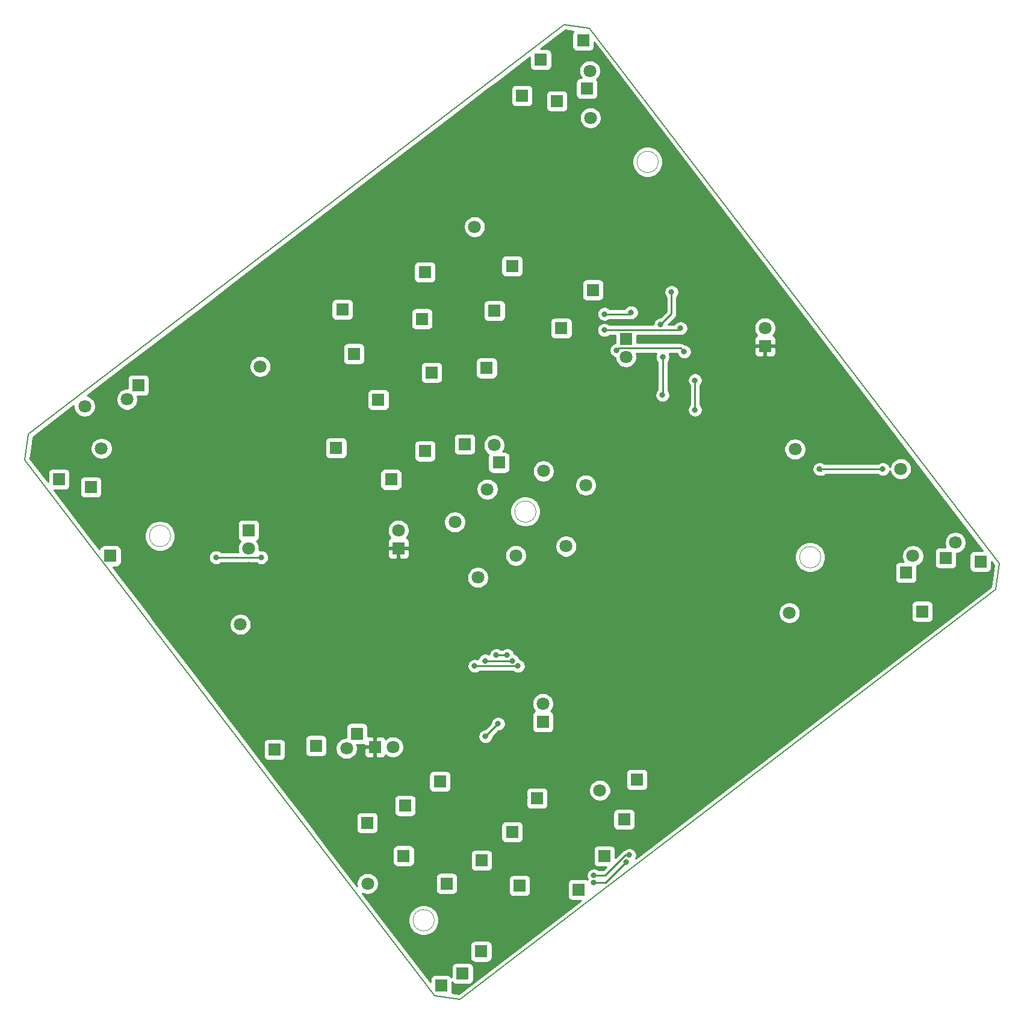
<source format=gtl>
G04 #@! TF.GenerationSoftware,KiCad,Pcbnew,5.1.9+dfsg1-1+deb11u1*
G04 #@! TF.CreationDate,2024-07-30T12:46:16+01:00*
G04 #@! TF.ProjectId,drivers,64726976-6572-4732-9e6b-696361645f70,rev?*
G04 #@! TF.SameCoordinates,Original*
G04 #@! TF.FileFunction,Copper,L1,Top*
G04 #@! TF.FilePolarity,Positive*
%FSLAX46Y46*%
G04 Gerber Fmt 4.6, Leading zero omitted, Abs format (unit mm)*
G04 Created by KiCad (PCBNEW 5.1.9+dfsg1-1+deb11u1) date 2024-07-30 12:46:16*
%MOMM*%
%LPD*%
G01*
G04 APERTURE LIST*
G04 #@! TA.AperFunction,Profile*
%ADD10C,0.050000*%
G04 #@! TD*
G04 #@! TA.AperFunction,Profile*
%ADD11C,0.150000*%
G04 #@! TD*
G04 #@! TA.AperFunction,ComponentPad*
%ADD12C,1.800000*%
G04 #@! TD*
G04 #@! TA.AperFunction,ComponentPad*
%ADD13R,1.800000X1.800000*%
G04 #@! TD*
G04 #@! TA.AperFunction,ViaPad*
%ADD14C,0.800000*%
G04 #@! TD*
G04 #@! TA.AperFunction,Conductor*
%ADD15C,0.250000*%
G04 #@! TD*
G04 #@! TA.AperFunction,Conductor*
%ADD16C,0.254000*%
G04 #@! TD*
G04 #@! TA.AperFunction,Conductor*
%ADD17C,0.100000*%
G04 #@! TD*
G04 APERTURE END LIST*
D10*
X89068477Y-157426062D02*
G75*
G03*
X89068477Y-157426062I-1500000J0D01*
G01*
X120564477Y-50770062D02*
G75*
G03*
X120564477Y-50770062I-1500000J0D01*
G01*
X143424477Y-106372062D02*
G75*
G03*
X143424477Y-106372062I-1500000J0D01*
G01*
X51984477Y-103372062D02*
G75*
G03*
X51984477Y-103372062I-1500000J0D01*
G01*
D11*
X168510657Y-107287602D02*
X168025517Y-110929962D01*
X31975497Y-89073262D02*
X31487817Y-92710542D01*
X92706897Y-168514302D02*
X89074697Y-168029162D01*
X107296657Y-31483842D02*
X110908537Y-31951202D01*
X92706897Y-168514302D02*
X168025517Y-110929962D01*
X168510657Y-107287602D02*
X110908537Y-31951202D01*
X31975497Y-89073262D02*
X107296657Y-31483842D01*
X89074697Y-168029162D02*
X31487817Y-92710542D01*
D10*
X103370000Y-99951320D02*
G75*
G03*
X103370000Y-99951320I-1500000J0D01*
G01*
D12*
X97484089Y-90610486D03*
D13*
X160999412Y-106473216D03*
X98141489Y-93063938D03*
X93324310Y-90466117D03*
X87784864Y-91446859D03*
X82974182Y-95437930D03*
X96431602Y-79762476D03*
X88683876Y-80399837D03*
X81195598Y-84221183D03*
X75257910Y-90994566D03*
X106925511Y-74153835D03*
X97524136Y-71700073D03*
X87333737Y-72836949D03*
X77754778Y-77754666D03*
X111365416Y-68774046D03*
X100000104Y-65416548D03*
X87725815Y-66276612D03*
X78166096Y-131181806D03*
X89839052Y-137920589D03*
X103522366Y-140262726D03*
X117556827Y-137651159D03*
X72416832Y-132872033D03*
X84959012Y-141324156D03*
X99999773Y-145016607D03*
X115744334Y-143257908D03*
X66570775Y-133428856D03*
X79609763Y-143726347D03*
X95711718Y-149011905D03*
X112975293Y-148425653D03*
X84751055Y-148362405D03*
X101066678Y-152562298D03*
X90785752Y-152254480D03*
X47430638Y-82181328D03*
X155405119Y-108531957D03*
X43510000Y-106190000D03*
X106312274Y-42205966D03*
X101410000Y-41470000D03*
X157698852Y-113989468D03*
X40742051Y-96513347D03*
X110496779Y-40472920D03*
X95660000Y-161810000D03*
X104048316Y-36407720D03*
X36260000Y-95420000D03*
X93044912Y-164917920D03*
X165870000Y-106970000D03*
D12*
X96520051Y-96811214D03*
X100535924Y-106125638D03*
X104410827Y-94251699D03*
X91954120Y-101418705D03*
X107577395Y-104827335D03*
X95198809Y-109222998D03*
X110363000Y-96228179D03*
X94719777Y-59891607D03*
X76709204Y-133262446D03*
X139790982Y-91178704D03*
X64573156Y-79546128D03*
X112346035Y-139157128D03*
X154664068Y-93943054D03*
X61792553Y-115825874D03*
X139000543Y-114195204D03*
X111029568Y-44583000D03*
X162345406Y-104319174D03*
X156377135Y-106185303D03*
X42246701Y-91072607D03*
X79677765Y-152266742D03*
X39882458Y-85141438D03*
X45849450Y-84169152D03*
X110937867Y-37971512D03*
D13*
X76122098Y-71543224D03*
X109364467Y-153110749D03*
X109988644Y-33685157D03*
X90040000Y-166640000D03*
X84012477Y-105126062D03*
X80710477Y-133066062D03*
X135574477Y-76678062D03*
D12*
X62930477Y-105126062D03*
D13*
X62930477Y-102586062D03*
D12*
X104332477Y-126970062D03*
D13*
X104332477Y-129510062D03*
D12*
X116016477Y-78202062D03*
D13*
X116016477Y-75662062D03*
D12*
X84012477Y-102586062D03*
X83250477Y-133066062D03*
X135574477Y-74138062D03*
D14*
X64708477Y-106396062D03*
X58358477Y-106396062D03*
X98044000Y-129794000D03*
X96266000Y-131572000D03*
X99314000Y-120142000D03*
X97790000Y-120142000D03*
X100076000Y-120929580D03*
X96229010Y-120929580D03*
X152146000Y-93980000D03*
X143256000Y-93980000D03*
X100838000Y-121666000D03*
X94742000Y-121666000D03*
X122428000Y-69088000D03*
X120904000Y-73660000D03*
X116749750Y-71938010D03*
X113005469Y-72164708D03*
X123698000Y-74168000D03*
X112968477Y-74422000D03*
X124206000Y-77470000D03*
X114709487Y-77263261D03*
X125730000Y-85634990D03*
X125730000Y-81484912D03*
X116491749Y-148269516D03*
X111506000Y-151130000D03*
X121158000Y-83566000D03*
X116019472Y-149275448D03*
X111506000Y-152130013D03*
X121179119Y-78194979D03*
X78932477Y-102586062D03*
X77662477Y-102586062D03*
X80964477Y-102586062D03*
X89600477Y-133066062D03*
X88330477Y-133066062D03*
X86298477Y-133066062D03*
X102554642Y-127219990D03*
X129224477Y-74138062D03*
X130494477Y-74138062D03*
X132526477Y-74138062D03*
X64708477Y-105126062D03*
X62930477Y-107412062D03*
X65216477Y-110714062D03*
X67248477Y-109698062D03*
X70550477Y-110714062D03*
X75630477Y-110714062D03*
X83250477Y-109190062D03*
X89600477Y-95474062D03*
X94934477Y-95220062D03*
X88076477Y-107666062D03*
X96458477Y-103856062D03*
X98998477Y-104872062D03*
X94680477Y-101316062D03*
X98490477Y-101316062D03*
X97728477Y-98776062D03*
X100014477Y-96236062D03*
X101030477Y-91156062D03*
X104840477Y-91156062D03*
X108396477Y-93950062D03*
X103824477Y-106904062D03*
X107634477Y-102586062D03*
X103062477Y-97506062D03*
X90108477Y-113508062D03*
X93410477Y-110460062D03*
X104332477Y-110460062D03*
X77662477Y-87600062D03*
X72328477Y-91664062D03*
X84266477Y-81504062D03*
X87568477Y-85568062D03*
X92648477Y-79980062D03*
X73852477Y-98268062D03*
X78424477Y-93696062D03*
X82742477Y-89124062D03*
X77154477Y-97760062D03*
X79948477Y-99284062D03*
X73344477Y-94204062D03*
X71058477Y-86838062D03*
X76900477Y-81250062D03*
X72836477Y-81250062D03*
X81472477Y-74900062D03*
X91378477Y-73630062D03*
X100776477Y-74392062D03*
X96458477Y-82520062D03*
X102300477Y-79472062D03*
X109920477Y-76424062D03*
X109920477Y-90394062D03*
X110428477Y-99030062D03*
X110428477Y-104110062D03*
X102808477Y-68042062D03*
X109158477Y-62962062D03*
X100014477Y-61946062D03*
X92902477Y-66264062D03*
X86298477Y-61946062D03*
X79948477Y-67026062D03*
X72582477Y-72868062D03*
X67248477Y-77440062D03*
X75122477Y-74138062D03*
X68264477Y-80742062D03*
X66232477Y-90140062D03*
X58612477Y-86330062D03*
X62168477Y-82774062D03*
X53532477Y-83536062D03*
X48452477Y-84552062D03*
X42864477Y-84044062D03*
X34482477Y-89632062D03*
X39054477Y-94204062D03*
X48198477Y-88108062D03*
X42356477Y-88108062D03*
X43626477Y-93696062D03*
X36514477Y-97506062D03*
X41848477Y-103856062D03*
X115762477Y-73376062D03*
X120588477Y-75662062D03*
X123636477Y-75662062D03*
X116524477Y-62962062D03*
X118302477Y-67534062D03*
X120588477Y-71090062D03*
X124398477Y-69820062D03*
X107888477Y-32736062D03*
X107126477Y-34768062D03*
X107380477Y-37308062D03*
X106364477Y-39848062D03*
X103824477Y-42134062D03*
X110936477Y-50262062D03*
X107634477Y-46198062D03*
X110936477Y-42642062D03*
X111952477Y-35022062D03*
X114746477Y-39848062D03*
X116778477Y-46452062D03*
X115762477Y-53056062D03*
X122874477Y-52802062D03*
X124906477Y-59152062D03*
X131764477Y-66264062D03*
X139384477Y-71090062D03*
X141416477Y-74646062D03*
X141924477Y-82012062D03*
X146242477Y-82012062D03*
X149544477Y-88108062D03*
X157164477Y-96490062D03*
X160212477Y-100046062D03*
X128970477Y-80996062D03*
X136590477Y-80996062D03*
X113222477Y-76170062D03*
X113476477Y-79980062D03*
X118810477Y-82520062D03*
X113476477Y-92172062D03*
X136590477Y-89124062D03*
X132018477Y-101570062D03*
X113222477Y-105634062D03*
X105856477Y-113508062D03*
X123636477Y-96236062D03*
X141162477Y-93696062D03*
X143956477Y-96236062D03*
X135828477Y-105126062D03*
X147512477Y-104872062D03*
X126684477Y-112746062D03*
X143956477Y-110714062D03*
X136336477Y-119096062D03*
X131002477Y-116302062D03*
X104078477Y-117318062D03*
X114746477Y-123922062D03*
X121604477Y-122144062D03*
X126684477Y-125192062D03*
X154370477Y-100300062D03*
X154370477Y-106396062D03*
X158434477Y-109698062D03*
X161482477Y-111476062D03*
X156656477Y-111222062D03*
X154624477Y-112492062D03*
X163260477Y-111476062D03*
X163260477Y-107412062D03*
X165038477Y-109698062D03*
X167070477Y-109190062D03*
X165038477Y-104872062D03*
X156402477Y-103348062D03*
X158688477Y-106142062D03*
X160974477Y-108682062D03*
X150560477Y-114016062D03*
X156148477Y-118334062D03*
X149036477Y-117572062D03*
X123636477Y-141956062D03*
X126938477Y-139162062D03*
X130240477Y-136622062D03*
X133288477Y-133828062D03*
X136590477Y-130780062D03*
X139892477Y-127732062D03*
X144718477Y-125446062D03*
X146242477Y-121128062D03*
X151068477Y-121382062D03*
X107634477Y-53564062D03*
X97728477Y-40610062D03*
X97728477Y-42896062D03*
X103570477Y-50516062D03*
X100268477Y-46960062D03*
X100268477Y-53564062D03*
X92648477Y-53564062D03*
X84266477Y-53564062D03*
X90616477Y-47976062D03*
X96204477Y-50262062D03*
X80710477Y-53564062D03*
X78678477Y-56104062D03*
X55564477Y-80488062D03*
X47436477Y-79218062D03*
X44134477Y-81758062D03*
X50992477Y-84044062D03*
X50230477Y-80488062D03*
X59628477Y-75916062D03*
X64962477Y-70836062D03*
X69788477Y-65756062D03*
X74106477Y-61184062D03*
X64962477Y-66518062D03*
X59628477Y-70074062D03*
X53278477Y-74900062D03*
X37530477Y-86838062D03*
X34482477Y-93442062D03*
X42102477Y-99030062D03*
X39816477Y-100554062D03*
X38800477Y-90648062D03*
X55818477Y-87600062D03*
X45150477Y-99030062D03*
X49976477Y-94204062D03*
X45404477Y-104110062D03*
X44896477Y-108174062D03*
X49214477Y-112746062D03*
X53024477Y-117826062D03*
X56580477Y-122652062D03*
X62930477Y-131796062D03*
X59882477Y-126970062D03*
X62676477Y-121128062D03*
X59120477Y-117572062D03*
X55818477Y-114524062D03*
X60136477Y-114016062D03*
X58358477Y-111476062D03*
X55310477Y-94204062D03*
X55310477Y-99030062D03*
X55310477Y-104110062D03*
X55310477Y-109952062D03*
X50484477Y-100046062D03*
X50992477Y-107920062D03*
X62676477Y-126208062D03*
X59882477Y-96998062D03*
X59882477Y-90140062D03*
X66486477Y-97506062D03*
X66232477Y-84044062D03*
X63184477Y-93696062D03*
X63184477Y-87346062D03*
X70550477Y-107920062D03*
X85028477Y-110714062D03*
X78170477Y-109190062D03*
X80456477Y-110714062D03*
X75884477Y-107920062D03*
X96712477Y-110714062D03*
X97728477Y-117064062D03*
X101030477Y-114016062D03*
X94426477Y-113762062D03*
X100268477Y-110714062D03*
X97728477Y-113508062D03*
X102046477Y-103094062D03*
X106110477Y-95728062D03*
X107634477Y-97252062D03*
X107634477Y-100046062D03*
X105094477Y-100808062D03*
X91378477Y-105888062D03*
X91378477Y-103856062D03*
X94172477Y-104872062D03*
X88838477Y-101316062D03*
X88838477Y-104872062D03*
X87568477Y-99284062D03*
X85028477Y-97252062D03*
X84520477Y-93442062D03*
X87822477Y-93442062D03*
X90616477Y-91664062D03*
X93410477Y-92426062D03*
X95442477Y-90394062D03*
X91124477Y-97506062D03*
X91632477Y-86838062D03*
X97728477Y-86838062D03*
X104586477Y-86838062D03*
X109920477Y-83790062D03*
X109920477Y-72106062D03*
X64962477Y-130780062D03*
X71312477Y-123414062D03*
X68518477Y-126716062D03*
X65470477Y-120112062D03*
X65470477Y-125446062D03*
X63184477Y-117572062D03*
X65470477Y-116556062D03*
X70550477Y-116556062D03*
X75630477Y-116556062D03*
X80456477Y-116556062D03*
X85028477Y-116556062D03*
X90108477Y-116556062D03*
X93664477Y-117572062D03*
X93156477Y-120620062D03*
X90108477Y-122906062D03*
X85028477Y-122906062D03*
X80456477Y-122906062D03*
X75630477Y-122906062D03*
X73344477Y-119858062D03*
X82488477Y-119858062D03*
X106618477Y-107412062D03*
X73598477Y-130272062D03*
X70296477Y-132304062D03*
X71566477Y-130780062D03*
X75376477Y-129002062D03*
X67248477Y-135352062D03*
X68518477Y-134590062D03*
X70550477Y-137638062D03*
X76900477Y-142972062D03*
X73598477Y-140686062D03*
X77408477Y-144496062D03*
X81726477Y-143988062D03*
X83758477Y-144496062D03*
X72582477Y-144750062D03*
X77916477Y-150846062D03*
X77916477Y-146782062D03*
X93664477Y-148814062D03*
X86552477Y-147290062D03*
X91632477Y-146782062D03*
X82742477Y-146782062D03*
X82488477Y-150592062D03*
X80456477Y-154402062D03*
X90616477Y-150084062D03*
X87314477Y-151354062D03*
X84520477Y-159482062D03*
X88330477Y-164562062D03*
X91124477Y-164562062D03*
X91632477Y-163038062D03*
X99252477Y-156688062D03*
X95442477Y-156688062D03*
X93156477Y-158974062D03*
X89346477Y-160244062D03*
X94172477Y-152878062D03*
X98744477Y-153132062D03*
X103824477Y-151608062D03*
X101030477Y-150338062D03*
X110682477Y-148052062D03*
X112460477Y-145766062D03*
X105348477Y-145766062D03*
X103570477Y-148052062D03*
X107380477Y-153132062D03*
X91886477Y-167356062D03*
X95696477Y-164816062D03*
X95696477Y-163800062D03*
X97220477Y-163546062D03*
X97982477Y-161768062D03*
X101030477Y-160498062D03*
X104332477Y-157704062D03*
X107126477Y-155672062D03*
X95696477Y-146528062D03*
X98744477Y-148306062D03*
X113730477Y-142972062D03*
X108142477Y-142972062D03*
X102300477Y-143734062D03*
X98490477Y-142210062D03*
X92648477Y-142210062D03*
X87568477Y-141194062D03*
X86806477Y-143226062D03*
X117032477Y-147036062D03*
X117286477Y-140940062D03*
X101792477Y-140178062D03*
X87314477Y-137638062D03*
X80964477Y-137638062D03*
X82742477Y-140432062D03*
X79694477Y-140432062D03*
X73598477Y-135098062D03*
X76392477Y-137892062D03*
X92394477Y-137892062D03*
X98998477Y-134590062D03*
X105856477Y-140178062D03*
X110428477Y-140178062D03*
X104332477Y-134590062D03*
X102046477Y-137638062D03*
X114746477Y-137892062D03*
X106872477Y-131034062D03*
X110682477Y-134590062D03*
X106872477Y-126970062D03*
X111698477Y-129256062D03*
X116016477Y-133574062D03*
X102808477Y-120874062D03*
X109412477Y-120874062D03*
X109412477Y-117318062D03*
X116270477Y-117318062D03*
X123382477Y-117318062D03*
X119318477Y-127732062D03*
X122112477Y-137638062D03*
X127446477Y-131542062D03*
X133796477Y-124938062D03*
X142432477Y-116048062D03*
X137098477Y-112492062D03*
X120842477Y-113000062D03*
X137860477Y-95728062D03*
X125922477Y-89124062D03*
X123382477Y-105380062D03*
D15*
X64708477Y-106396062D02*
X58358477Y-106396062D01*
X98044000Y-129794000D02*
X96266000Y-131572000D01*
X97790000Y-120142000D02*
X99314000Y-120142000D01*
X96229010Y-120929580D02*
X100076000Y-120929580D01*
X152146000Y-93980000D02*
X143256000Y-93980000D01*
X143256000Y-93980000D02*
X143510000Y-94234000D01*
X94742000Y-121666000D02*
X100838000Y-121666000D01*
X122428000Y-72136000D02*
X122428000Y-69088000D01*
X120904000Y-73660000D02*
X122428000Y-72136000D01*
X116523052Y-72164708D02*
X116749750Y-71938010D01*
X113005469Y-72164708D02*
X116523052Y-72164708D01*
X123444000Y-74422000D02*
X123698000Y-74168000D01*
X114014415Y-74422000D02*
X123444000Y-74422000D01*
X113700539Y-74422000D02*
X114014415Y-74422000D01*
X112968477Y-74422000D02*
X114014415Y-74422000D01*
X114623428Y-77285428D02*
X114645595Y-77263261D01*
X114902747Y-77070001D02*
X114709487Y-77263261D01*
X114645595Y-77263261D02*
X114709487Y-77263261D01*
X123713061Y-76977061D02*
X124206000Y-77470000D01*
X114995687Y-76977061D02*
X123713061Y-76977061D01*
X114709487Y-77263261D02*
X114995687Y-76977061D01*
X125730000Y-85634990D02*
X125730000Y-81484912D01*
X115974715Y-148269516D02*
X116491749Y-148269516D01*
X113114231Y-151130000D02*
X115974715Y-148269516D01*
X111506000Y-151130000D02*
X113114231Y-151130000D01*
X113164907Y-152130013D02*
X111506000Y-152130013D01*
X116019472Y-149275448D02*
X113164907Y-152130013D01*
X121179119Y-83544881D02*
X121158000Y-83566000D01*
X121179119Y-78194979D02*
X121179119Y-83544881D01*
D16*
X108608316Y-32369483D02*
X108558107Y-32430663D01*
X108499142Y-32540977D01*
X108462832Y-32660675D01*
X108450572Y-32785157D01*
X108450572Y-34585157D01*
X108462832Y-34709639D01*
X108499142Y-34829337D01*
X108558107Y-34939651D01*
X108637459Y-35036342D01*
X108734150Y-35115694D01*
X108844464Y-35174659D01*
X108964162Y-35210969D01*
X109088644Y-35223229D01*
X110888644Y-35223229D01*
X111013126Y-35210969D01*
X111132824Y-35174659D01*
X111243138Y-35115694D01*
X111339829Y-35036342D01*
X111419181Y-34939651D01*
X111478146Y-34829337D01*
X111514456Y-34709639D01*
X111526716Y-34585157D01*
X111526716Y-33928626D01*
X166198054Y-105431928D01*
X164970000Y-105431928D01*
X164845518Y-105444188D01*
X164725820Y-105480498D01*
X164615506Y-105539463D01*
X164518815Y-105618815D01*
X164439463Y-105715506D01*
X164380498Y-105825820D01*
X164344188Y-105945518D01*
X164331928Y-106070000D01*
X164331928Y-107870000D01*
X164344188Y-107994482D01*
X164380498Y-108114180D01*
X164439463Y-108224494D01*
X164518815Y-108321185D01*
X164615506Y-108400537D01*
X164725820Y-108459502D01*
X164845518Y-108495812D01*
X164970000Y-108508072D01*
X166770000Y-108508072D01*
X166894482Y-108495812D01*
X167014180Y-108459502D01*
X167124494Y-108400537D01*
X167221185Y-108321185D01*
X167300537Y-108224494D01*
X167359502Y-108114180D01*
X167395812Y-107994482D01*
X167408072Y-107870000D01*
X167408072Y-107014481D01*
X167768056Y-107485295D01*
X167360574Y-110544606D01*
X117424105Y-148723196D01*
X117486975Y-148571414D01*
X117526749Y-148371455D01*
X117526749Y-148167577D01*
X117486975Y-147967618D01*
X117408954Y-147779260D01*
X117295686Y-147609742D01*
X117151523Y-147465579D01*
X116982005Y-147352311D01*
X116793647Y-147274290D01*
X116593688Y-147234516D01*
X116389810Y-147234516D01*
X116189851Y-147274290D01*
X116001493Y-147352311D01*
X115831975Y-147465579D01*
X115755841Y-147541713D01*
X115682468Y-147563970D01*
X115550439Y-147634542D01*
X115434714Y-147729515D01*
X115410916Y-147758513D01*
X114513365Y-148656064D01*
X114513365Y-147525653D01*
X114501105Y-147401171D01*
X114464795Y-147281473D01*
X114405830Y-147171159D01*
X114326478Y-147074468D01*
X114229787Y-146995116D01*
X114119473Y-146936151D01*
X113999775Y-146899841D01*
X113875293Y-146887581D01*
X112075293Y-146887581D01*
X111950811Y-146899841D01*
X111831113Y-146936151D01*
X111720799Y-146995116D01*
X111624108Y-147074468D01*
X111544756Y-147171159D01*
X111485791Y-147281473D01*
X111449481Y-147401171D01*
X111437221Y-147525653D01*
X111437221Y-149325653D01*
X111449481Y-149450135D01*
X111485791Y-149569833D01*
X111544756Y-149680147D01*
X111624108Y-149776838D01*
X111720799Y-149856190D01*
X111831113Y-149915155D01*
X111950811Y-149951465D01*
X112075293Y-149963725D01*
X113205705Y-149963725D01*
X112799430Y-150370000D01*
X112209711Y-150370000D01*
X112165774Y-150326063D01*
X111996256Y-150212795D01*
X111807898Y-150134774D01*
X111607939Y-150095000D01*
X111404061Y-150095000D01*
X111204102Y-150134774D01*
X111015744Y-150212795D01*
X110846226Y-150326063D01*
X110702063Y-150470226D01*
X110588795Y-150639744D01*
X110510774Y-150828102D01*
X110471000Y-151028061D01*
X110471000Y-151231939D01*
X110510774Y-151431898D01*
X110588795Y-151620256D01*
X110595310Y-151630007D01*
X110588795Y-151639757D01*
X110580544Y-151659677D01*
X110508647Y-151621247D01*
X110388949Y-151584937D01*
X110264467Y-151572677D01*
X108464467Y-151572677D01*
X108339985Y-151584937D01*
X108220287Y-151621247D01*
X108109973Y-151680212D01*
X108013282Y-151759564D01*
X107933930Y-151856255D01*
X107874965Y-151966569D01*
X107838655Y-152086267D01*
X107826395Y-152210749D01*
X107826395Y-154010749D01*
X107838655Y-154135231D01*
X107874965Y-154254929D01*
X107933930Y-154365243D01*
X108013282Y-154461934D01*
X108109973Y-154541286D01*
X108220287Y-154600251D01*
X108339985Y-154636561D01*
X108464467Y-154648821D01*
X109673561Y-154648821D01*
X92509339Y-167771611D01*
X91567649Y-167645832D01*
X91578072Y-167540000D01*
X91578072Y-166104497D01*
X91614375Y-166172414D01*
X91693727Y-166269105D01*
X91790418Y-166348457D01*
X91900732Y-166407422D01*
X92020430Y-166443732D01*
X92144912Y-166455992D01*
X93944912Y-166455992D01*
X94069394Y-166443732D01*
X94189092Y-166407422D01*
X94299406Y-166348457D01*
X94396097Y-166269105D01*
X94475449Y-166172414D01*
X94534414Y-166062100D01*
X94570724Y-165942402D01*
X94582984Y-165817920D01*
X94582984Y-164017920D01*
X94570724Y-163893438D01*
X94534414Y-163773740D01*
X94475449Y-163663426D01*
X94396097Y-163566735D01*
X94299406Y-163487383D01*
X94189092Y-163428418D01*
X94069394Y-163392108D01*
X93944912Y-163379848D01*
X92144912Y-163379848D01*
X92020430Y-163392108D01*
X91900732Y-163428418D01*
X91790418Y-163487383D01*
X91693727Y-163566735D01*
X91614375Y-163663426D01*
X91555410Y-163773740D01*
X91519100Y-163893438D01*
X91506840Y-164017920D01*
X91506840Y-165453423D01*
X91470537Y-165385506D01*
X91391185Y-165288815D01*
X91294494Y-165209463D01*
X91184180Y-165150498D01*
X91064482Y-165114188D01*
X90940000Y-165101928D01*
X89140000Y-165101928D01*
X89015518Y-165114188D01*
X88895820Y-165150498D01*
X88785506Y-165209463D01*
X88688815Y-165288815D01*
X88609463Y-165385506D01*
X88550498Y-165495820D01*
X88514188Y-165615518D01*
X88501928Y-165740000D01*
X88501928Y-166111085D01*
X84525299Y-160910000D01*
X94121928Y-160910000D01*
X94121928Y-162710000D01*
X94134188Y-162834482D01*
X94170498Y-162954180D01*
X94229463Y-163064494D01*
X94308815Y-163161185D01*
X94405506Y-163240537D01*
X94515820Y-163299502D01*
X94635518Y-163335812D01*
X94760000Y-163348072D01*
X96560000Y-163348072D01*
X96684482Y-163335812D01*
X96804180Y-163299502D01*
X96914494Y-163240537D01*
X97011185Y-163161185D01*
X97090537Y-163064494D01*
X97149502Y-162954180D01*
X97185812Y-162834482D01*
X97198072Y-162710000D01*
X97198072Y-160910000D01*
X97185812Y-160785518D01*
X97149502Y-160665820D01*
X97090537Y-160555506D01*
X97011185Y-160458815D01*
X96914494Y-160379463D01*
X96804180Y-160320498D01*
X96684482Y-160284188D01*
X96560000Y-160271928D01*
X94760000Y-160271928D01*
X94635518Y-160284188D01*
X94515820Y-160320498D01*
X94405506Y-160379463D01*
X94308815Y-160458815D01*
X94229463Y-160555506D01*
X94170498Y-160665820D01*
X94134188Y-160785518D01*
X94121928Y-160910000D01*
X84525299Y-160910000D01*
X81698187Y-157212385D01*
X85398974Y-157212385D01*
X85398974Y-157639739D01*
X85482347Y-158058883D01*
X85645889Y-158453707D01*
X85883314Y-158809039D01*
X86185500Y-159111225D01*
X86540832Y-159348650D01*
X86935656Y-159512192D01*
X87354800Y-159595565D01*
X87782154Y-159595565D01*
X88201298Y-159512192D01*
X88596122Y-159348650D01*
X88951454Y-159111225D01*
X89253640Y-158809039D01*
X89491065Y-158453707D01*
X89654607Y-158058883D01*
X89737980Y-157639739D01*
X89737980Y-157212385D01*
X89654607Y-156793241D01*
X89491065Y-156398417D01*
X89253640Y-156043085D01*
X88951454Y-155740899D01*
X88596122Y-155503474D01*
X88201298Y-155339932D01*
X87782154Y-155256559D01*
X87354800Y-155256559D01*
X86935656Y-155339932D01*
X86540832Y-155503474D01*
X86185500Y-155740899D01*
X85883314Y-156043085D01*
X85645889Y-156398417D01*
X85482347Y-156793241D01*
X85398974Y-157212385D01*
X81698187Y-157212385D01*
X78959810Y-153630827D01*
X79230022Y-153742753D01*
X79526581Y-153801742D01*
X79828949Y-153801742D01*
X80125508Y-153742753D01*
X80404860Y-153627041D01*
X80656270Y-153459054D01*
X80870077Y-153245247D01*
X81038064Y-152993837D01*
X81153776Y-152714485D01*
X81212765Y-152417926D01*
X81212765Y-152115558D01*
X81153776Y-151818999D01*
X81038064Y-151539647D01*
X80914340Y-151354480D01*
X89247680Y-151354480D01*
X89247680Y-153154480D01*
X89259940Y-153278962D01*
X89296250Y-153398660D01*
X89355215Y-153508974D01*
X89434567Y-153605665D01*
X89531258Y-153685017D01*
X89641572Y-153743982D01*
X89761270Y-153780292D01*
X89885752Y-153792552D01*
X91685752Y-153792552D01*
X91810234Y-153780292D01*
X91929932Y-153743982D01*
X92040246Y-153685017D01*
X92136937Y-153605665D01*
X92216289Y-153508974D01*
X92275254Y-153398660D01*
X92311564Y-153278962D01*
X92323824Y-153154480D01*
X92323824Y-151662298D01*
X99528606Y-151662298D01*
X99528606Y-153462298D01*
X99540866Y-153586780D01*
X99577176Y-153706478D01*
X99636141Y-153816792D01*
X99715493Y-153913483D01*
X99812184Y-153992835D01*
X99922498Y-154051800D01*
X100042196Y-154088110D01*
X100166678Y-154100370D01*
X101966678Y-154100370D01*
X102091160Y-154088110D01*
X102210858Y-154051800D01*
X102321172Y-153992835D01*
X102417863Y-153913483D01*
X102497215Y-153816792D01*
X102556180Y-153706478D01*
X102592490Y-153586780D01*
X102604750Y-153462298D01*
X102604750Y-151662298D01*
X102592490Y-151537816D01*
X102556180Y-151418118D01*
X102497215Y-151307804D01*
X102417863Y-151211113D01*
X102321172Y-151131761D01*
X102210858Y-151072796D01*
X102091160Y-151036486D01*
X101966678Y-151024226D01*
X100166678Y-151024226D01*
X100042196Y-151036486D01*
X99922498Y-151072796D01*
X99812184Y-151131761D01*
X99715493Y-151211113D01*
X99636141Y-151307804D01*
X99577176Y-151418118D01*
X99540866Y-151537816D01*
X99528606Y-151662298D01*
X92323824Y-151662298D01*
X92323824Y-151354480D01*
X92311564Y-151229998D01*
X92275254Y-151110300D01*
X92216289Y-150999986D01*
X92136937Y-150903295D01*
X92040246Y-150823943D01*
X91929932Y-150764978D01*
X91810234Y-150728668D01*
X91685752Y-150716408D01*
X89885752Y-150716408D01*
X89761270Y-150728668D01*
X89641572Y-150764978D01*
X89531258Y-150823943D01*
X89434567Y-150903295D01*
X89355215Y-150999986D01*
X89296250Y-151110300D01*
X89259940Y-151229998D01*
X89247680Y-151354480D01*
X80914340Y-151354480D01*
X80870077Y-151288237D01*
X80656270Y-151074430D01*
X80404860Y-150906443D01*
X80125508Y-150790731D01*
X79828949Y-150731742D01*
X79526581Y-150731742D01*
X79230022Y-150790731D01*
X78950670Y-150906443D01*
X78699260Y-151074430D01*
X78485453Y-151288237D01*
X78317466Y-151539647D01*
X78201754Y-151818999D01*
X78142765Y-152115558D01*
X78142765Y-152417926D01*
X78181555Y-152612937D01*
X74243578Y-147462405D01*
X83212983Y-147462405D01*
X83212983Y-149262405D01*
X83225243Y-149386887D01*
X83261553Y-149506585D01*
X83320518Y-149616899D01*
X83399870Y-149713590D01*
X83496561Y-149792942D01*
X83606875Y-149851907D01*
X83726573Y-149888217D01*
X83851055Y-149900477D01*
X85651055Y-149900477D01*
X85775537Y-149888217D01*
X85895235Y-149851907D01*
X86005549Y-149792942D01*
X86102240Y-149713590D01*
X86181592Y-149616899D01*
X86240557Y-149506585D01*
X86276867Y-149386887D01*
X86289127Y-149262405D01*
X86289127Y-148111905D01*
X94173646Y-148111905D01*
X94173646Y-149911905D01*
X94185906Y-150036387D01*
X94222216Y-150156085D01*
X94281181Y-150266399D01*
X94360533Y-150363090D01*
X94457224Y-150442442D01*
X94567538Y-150501407D01*
X94687236Y-150537717D01*
X94811718Y-150549977D01*
X96611718Y-150549977D01*
X96736200Y-150537717D01*
X96855898Y-150501407D01*
X96966212Y-150442442D01*
X97062903Y-150363090D01*
X97142255Y-150266399D01*
X97201220Y-150156085D01*
X97237530Y-150036387D01*
X97249790Y-149911905D01*
X97249790Y-148111905D01*
X97237530Y-147987423D01*
X97201220Y-147867725D01*
X97142255Y-147757411D01*
X97062903Y-147660720D01*
X96966212Y-147581368D01*
X96855898Y-147522403D01*
X96736200Y-147486093D01*
X96611718Y-147473833D01*
X94811718Y-147473833D01*
X94687236Y-147486093D01*
X94567538Y-147522403D01*
X94457224Y-147581368D01*
X94360533Y-147660720D01*
X94281181Y-147757411D01*
X94222216Y-147867725D01*
X94185906Y-147987423D01*
X94173646Y-148111905D01*
X86289127Y-148111905D01*
X86289127Y-147462405D01*
X86276867Y-147337923D01*
X86240557Y-147218225D01*
X86181592Y-147107911D01*
X86102240Y-147011220D01*
X86005549Y-146931868D01*
X85895235Y-146872903D01*
X85775537Y-146836593D01*
X85651055Y-146824333D01*
X83851055Y-146824333D01*
X83726573Y-146836593D01*
X83606875Y-146872903D01*
X83496561Y-146931868D01*
X83399870Y-147011220D01*
X83320518Y-147107911D01*
X83261553Y-147218225D01*
X83225243Y-147337923D01*
X83212983Y-147462405D01*
X74243578Y-147462405D01*
X70698955Y-142826347D01*
X78071691Y-142826347D01*
X78071691Y-144626347D01*
X78083951Y-144750829D01*
X78120261Y-144870527D01*
X78179226Y-144980841D01*
X78258578Y-145077532D01*
X78355269Y-145156884D01*
X78465583Y-145215849D01*
X78585281Y-145252159D01*
X78709763Y-145264419D01*
X80509763Y-145264419D01*
X80634245Y-145252159D01*
X80753943Y-145215849D01*
X80864257Y-145156884D01*
X80960948Y-145077532D01*
X81040300Y-144980841D01*
X81099265Y-144870527D01*
X81135575Y-144750829D01*
X81147835Y-144626347D01*
X81147835Y-144116607D01*
X98461701Y-144116607D01*
X98461701Y-145916607D01*
X98473961Y-146041089D01*
X98510271Y-146160787D01*
X98569236Y-146271101D01*
X98648588Y-146367792D01*
X98745279Y-146447144D01*
X98855593Y-146506109D01*
X98975291Y-146542419D01*
X99099773Y-146554679D01*
X100899773Y-146554679D01*
X101024255Y-146542419D01*
X101143953Y-146506109D01*
X101254267Y-146447144D01*
X101350958Y-146367792D01*
X101430310Y-146271101D01*
X101489275Y-146160787D01*
X101525585Y-146041089D01*
X101537845Y-145916607D01*
X101537845Y-144116607D01*
X101525585Y-143992125D01*
X101489275Y-143872427D01*
X101430310Y-143762113D01*
X101350958Y-143665422D01*
X101254267Y-143586070D01*
X101143953Y-143527105D01*
X101024255Y-143490795D01*
X100899773Y-143478535D01*
X99099773Y-143478535D01*
X98975291Y-143490795D01*
X98855593Y-143527105D01*
X98745279Y-143586070D01*
X98648588Y-143665422D01*
X98569236Y-143762113D01*
X98510271Y-143872427D01*
X98473961Y-143992125D01*
X98461701Y-144116607D01*
X81147835Y-144116607D01*
X81147835Y-142826347D01*
X81135575Y-142701865D01*
X81099265Y-142582167D01*
X81040300Y-142471853D01*
X80960948Y-142375162D01*
X80864257Y-142295810D01*
X80753943Y-142236845D01*
X80634245Y-142200535D01*
X80509763Y-142188275D01*
X78709763Y-142188275D01*
X78585281Y-142200535D01*
X78465583Y-142236845D01*
X78355269Y-142295810D01*
X78258578Y-142375162D01*
X78179226Y-142471853D01*
X78120261Y-142582167D01*
X78083951Y-142701865D01*
X78071691Y-142826347D01*
X70698955Y-142826347D01*
X68862295Y-140424156D01*
X83420940Y-140424156D01*
X83420940Y-142224156D01*
X83433200Y-142348638D01*
X83469510Y-142468336D01*
X83528475Y-142578650D01*
X83607827Y-142675341D01*
X83704518Y-142754693D01*
X83814832Y-142813658D01*
X83934530Y-142849968D01*
X84059012Y-142862228D01*
X85859012Y-142862228D01*
X85983494Y-142849968D01*
X86103192Y-142813658D01*
X86213506Y-142754693D01*
X86310197Y-142675341D01*
X86389549Y-142578650D01*
X86448514Y-142468336D01*
X86482011Y-142357908D01*
X114206262Y-142357908D01*
X114206262Y-144157908D01*
X114218522Y-144282390D01*
X114254832Y-144402088D01*
X114313797Y-144512402D01*
X114393149Y-144609093D01*
X114489840Y-144688445D01*
X114600154Y-144747410D01*
X114719852Y-144783720D01*
X114844334Y-144795980D01*
X116644334Y-144795980D01*
X116768816Y-144783720D01*
X116888514Y-144747410D01*
X116998828Y-144688445D01*
X117095519Y-144609093D01*
X117174871Y-144512402D01*
X117233836Y-144402088D01*
X117270146Y-144282390D01*
X117282406Y-144157908D01*
X117282406Y-142357908D01*
X117270146Y-142233426D01*
X117233836Y-142113728D01*
X117174871Y-142003414D01*
X117095519Y-141906723D01*
X116998828Y-141827371D01*
X116888514Y-141768406D01*
X116768816Y-141732096D01*
X116644334Y-141719836D01*
X114844334Y-141719836D01*
X114719852Y-141732096D01*
X114600154Y-141768406D01*
X114489840Y-141827371D01*
X114393149Y-141906723D01*
X114313797Y-142003414D01*
X114254832Y-142113728D01*
X114218522Y-142233426D01*
X114206262Y-142357908D01*
X86482011Y-142357908D01*
X86484824Y-142348638D01*
X86497084Y-142224156D01*
X86497084Y-140424156D01*
X86484824Y-140299674D01*
X86448514Y-140179976D01*
X86389549Y-140069662D01*
X86310197Y-139972971D01*
X86213506Y-139893619D01*
X86103192Y-139834654D01*
X85983494Y-139798344D01*
X85859012Y-139786084D01*
X84059012Y-139786084D01*
X83934530Y-139798344D01*
X83814832Y-139834654D01*
X83704518Y-139893619D01*
X83607827Y-139972971D01*
X83528475Y-140069662D01*
X83469510Y-140179976D01*
X83433200Y-140299674D01*
X83420940Y-140424156D01*
X68862295Y-140424156D01*
X66260006Y-137020589D01*
X88300980Y-137020589D01*
X88300980Y-138820589D01*
X88313240Y-138945071D01*
X88349550Y-139064769D01*
X88408515Y-139175083D01*
X88487867Y-139271774D01*
X88584558Y-139351126D01*
X88694872Y-139410091D01*
X88814570Y-139446401D01*
X88939052Y-139458661D01*
X90739052Y-139458661D01*
X90863534Y-139446401D01*
X90983232Y-139410091D01*
X91071844Y-139362726D01*
X101984294Y-139362726D01*
X101984294Y-141162726D01*
X101996554Y-141287208D01*
X102032864Y-141406906D01*
X102091829Y-141517220D01*
X102171181Y-141613911D01*
X102267872Y-141693263D01*
X102378186Y-141752228D01*
X102497884Y-141788538D01*
X102622366Y-141800798D01*
X104422366Y-141800798D01*
X104546848Y-141788538D01*
X104666546Y-141752228D01*
X104776860Y-141693263D01*
X104873551Y-141613911D01*
X104952903Y-141517220D01*
X105011868Y-141406906D01*
X105048178Y-141287208D01*
X105060438Y-141162726D01*
X105060438Y-139362726D01*
X105048178Y-139238244D01*
X105011868Y-139118546D01*
X104952903Y-139008232D01*
X104951026Y-139005944D01*
X110811035Y-139005944D01*
X110811035Y-139308312D01*
X110870024Y-139604871D01*
X110985736Y-139884223D01*
X111153723Y-140135633D01*
X111367530Y-140349440D01*
X111618940Y-140517427D01*
X111898292Y-140633139D01*
X112194851Y-140692128D01*
X112497219Y-140692128D01*
X112793778Y-140633139D01*
X113073130Y-140517427D01*
X113324540Y-140349440D01*
X113538347Y-140135633D01*
X113706334Y-139884223D01*
X113822046Y-139604871D01*
X113881035Y-139308312D01*
X113881035Y-139005944D01*
X113822046Y-138709385D01*
X113706334Y-138430033D01*
X113538347Y-138178623D01*
X113324540Y-137964816D01*
X113073130Y-137796829D01*
X112793778Y-137681117D01*
X112497219Y-137622128D01*
X112194851Y-137622128D01*
X111898292Y-137681117D01*
X111618940Y-137796829D01*
X111367530Y-137964816D01*
X111153723Y-138178623D01*
X110985736Y-138430033D01*
X110870024Y-138709385D01*
X110811035Y-139005944D01*
X104951026Y-139005944D01*
X104873551Y-138911541D01*
X104776860Y-138832189D01*
X104666546Y-138773224D01*
X104546848Y-138736914D01*
X104422366Y-138724654D01*
X102622366Y-138724654D01*
X102497884Y-138736914D01*
X102378186Y-138773224D01*
X102267872Y-138832189D01*
X102171181Y-138911541D01*
X102091829Y-139008232D01*
X102032864Y-139118546D01*
X101996554Y-139238244D01*
X101984294Y-139362726D01*
X91071844Y-139362726D01*
X91093546Y-139351126D01*
X91190237Y-139271774D01*
X91269589Y-139175083D01*
X91328554Y-139064769D01*
X91364864Y-138945071D01*
X91377124Y-138820589D01*
X91377124Y-137020589D01*
X91364864Y-136896107D01*
X91328554Y-136776409D01*
X91315058Y-136751159D01*
X116018755Y-136751159D01*
X116018755Y-138551159D01*
X116031015Y-138675641D01*
X116067325Y-138795339D01*
X116126290Y-138905653D01*
X116205642Y-139002344D01*
X116302333Y-139081696D01*
X116412647Y-139140661D01*
X116532345Y-139176971D01*
X116656827Y-139189231D01*
X118456827Y-139189231D01*
X118581309Y-139176971D01*
X118701007Y-139140661D01*
X118811321Y-139081696D01*
X118908012Y-139002344D01*
X118987364Y-138905653D01*
X119046329Y-138795339D01*
X119082639Y-138675641D01*
X119094899Y-138551159D01*
X119094899Y-136751159D01*
X119082639Y-136626677D01*
X119046329Y-136506979D01*
X118987364Y-136396665D01*
X118908012Y-136299974D01*
X118811321Y-136220622D01*
X118701007Y-136161657D01*
X118581309Y-136125347D01*
X118456827Y-136113087D01*
X116656827Y-136113087D01*
X116532345Y-136125347D01*
X116412647Y-136161657D01*
X116302333Y-136220622D01*
X116205642Y-136299974D01*
X116126290Y-136396665D01*
X116067325Y-136506979D01*
X116031015Y-136626677D01*
X116018755Y-136751159D01*
X91315058Y-136751159D01*
X91269589Y-136666095D01*
X91190237Y-136569404D01*
X91093546Y-136490052D01*
X90983232Y-136431087D01*
X90863534Y-136394777D01*
X90739052Y-136382517D01*
X88939052Y-136382517D01*
X88814570Y-136394777D01*
X88694872Y-136431087D01*
X88584558Y-136490052D01*
X88487867Y-136569404D01*
X88408515Y-136666095D01*
X88349550Y-136776409D01*
X88313240Y-136896107D01*
X88300980Y-137020589D01*
X66260006Y-137020589D01*
X62825730Y-132528856D01*
X65032703Y-132528856D01*
X65032703Y-134328856D01*
X65044963Y-134453338D01*
X65081273Y-134573036D01*
X65140238Y-134683350D01*
X65219590Y-134780041D01*
X65316281Y-134859393D01*
X65426595Y-134918358D01*
X65546293Y-134954668D01*
X65670775Y-134966928D01*
X67470775Y-134966928D01*
X67595257Y-134954668D01*
X67714955Y-134918358D01*
X67825269Y-134859393D01*
X67921960Y-134780041D01*
X68001312Y-134683350D01*
X68060277Y-134573036D01*
X68096587Y-134453338D01*
X68108847Y-134328856D01*
X68108847Y-132528856D01*
X68096587Y-132404374D01*
X68060277Y-132284676D01*
X68001312Y-132174362D01*
X67921960Y-132077671D01*
X67825269Y-131998319D01*
X67776093Y-131972033D01*
X70878760Y-131972033D01*
X70878760Y-133772033D01*
X70891020Y-133896515D01*
X70927330Y-134016213D01*
X70986295Y-134126527D01*
X71065647Y-134223218D01*
X71162338Y-134302570D01*
X71272652Y-134361535D01*
X71392350Y-134397845D01*
X71516832Y-134410105D01*
X73316832Y-134410105D01*
X73441314Y-134397845D01*
X73561012Y-134361535D01*
X73671326Y-134302570D01*
X73768017Y-134223218D01*
X73847369Y-134126527D01*
X73906334Y-134016213D01*
X73942644Y-133896515D01*
X73954904Y-133772033D01*
X73954904Y-133111262D01*
X75174204Y-133111262D01*
X75174204Y-133413630D01*
X75233193Y-133710189D01*
X75348905Y-133989541D01*
X75516892Y-134240951D01*
X75730699Y-134454758D01*
X75982109Y-134622745D01*
X76261461Y-134738457D01*
X76558020Y-134797446D01*
X76860388Y-134797446D01*
X77156947Y-134738457D01*
X77436299Y-134622745D01*
X77687709Y-134454758D01*
X77901516Y-134240951D01*
X78069503Y-133989541D01*
X78079228Y-133966062D01*
X79172405Y-133966062D01*
X79184665Y-134090544D01*
X79220975Y-134210242D01*
X79279940Y-134320556D01*
X79359292Y-134417247D01*
X79455983Y-134496599D01*
X79566297Y-134555564D01*
X79685995Y-134591874D01*
X79810477Y-134604134D01*
X80424727Y-134601062D01*
X80583477Y-134442312D01*
X80583477Y-133193062D01*
X79334227Y-133193062D01*
X79175477Y-133351812D01*
X79172405Y-133966062D01*
X78079228Y-133966062D01*
X78185215Y-133710189D01*
X78244204Y-133413630D01*
X78244204Y-133111262D01*
X78185215Y-132814703D01*
X78145937Y-132719878D01*
X79066096Y-132719878D01*
X79175121Y-132709140D01*
X79175477Y-132780312D01*
X79334227Y-132939062D01*
X80583477Y-132939062D01*
X80583477Y-131689812D01*
X80837477Y-131689812D01*
X80837477Y-132939062D01*
X80857477Y-132939062D01*
X80857477Y-133193062D01*
X80837477Y-133193062D01*
X80837477Y-134442312D01*
X80996227Y-134601062D01*
X81610477Y-134604134D01*
X81734959Y-134591874D01*
X81854657Y-134555564D01*
X81964971Y-134496599D01*
X82061662Y-134417247D01*
X82141014Y-134320556D01*
X82199979Y-134210242D01*
X82205533Y-134191935D01*
X82271972Y-134258374D01*
X82523382Y-134426361D01*
X82802734Y-134542073D01*
X83099293Y-134601062D01*
X83401661Y-134601062D01*
X83698220Y-134542073D01*
X83977572Y-134426361D01*
X84228982Y-134258374D01*
X84442789Y-134044567D01*
X84610776Y-133793157D01*
X84726488Y-133513805D01*
X84785477Y-133217246D01*
X84785477Y-132914878D01*
X84726488Y-132618319D01*
X84610776Y-132338967D01*
X84442789Y-132087557D01*
X84228982Y-131873750D01*
X83977572Y-131705763D01*
X83698220Y-131590051D01*
X83401661Y-131531062D01*
X83099293Y-131531062D01*
X82802734Y-131590051D01*
X82523382Y-131705763D01*
X82271972Y-131873750D01*
X82205533Y-131940189D01*
X82199979Y-131921882D01*
X82141014Y-131811568D01*
X82061662Y-131714877D01*
X81964971Y-131635525D01*
X81854657Y-131576560D01*
X81734959Y-131540250D01*
X81610477Y-131527990D01*
X80996227Y-131531062D01*
X80837477Y-131689812D01*
X80583477Y-131689812D01*
X80424727Y-131531062D01*
X79810477Y-131527990D01*
X79704168Y-131538460D01*
X79704168Y-131470061D01*
X95231000Y-131470061D01*
X95231000Y-131673939D01*
X95270774Y-131873898D01*
X95348795Y-132062256D01*
X95462063Y-132231774D01*
X95606226Y-132375937D01*
X95775744Y-132489205D01*
X95964102Y-132567226D01*
X96164061Y-132607000D01*
X96367939Y-132607000D01*
X96567898Y-132567226D01*
X96756256Y-132489205D01*
X96925774Y-132375937D01*
X97069937Y-132231774D01*
X97183205Y-132062256D01*
X97261226Y-131873898D01*
X97301000Y-131673939D01*
X97301000Y-131611801D01*
X98083802Y-130829000D01*
X98145939Y-130829000D01*
X98345898Y-130789226D01*
X98534256Y-130711205D01*
X98703774Y-130597937D01*
X98847937Y-130453774D01*
X98961205Y-130284256D01*
X99039226Y-130095898D01*
X99079000Y-129895939D01*
X99079000Y-129692061D01*
X99039226Y-129492102D01*
X98961205Y-129303744D01*
X98847937Y-129134226D01*
X98703774Y-128990063D01*
X98534256Y-128876795D01*
X98345898Y-128798774D01*
X98145939Y-128759000D01*
X97942061Y-128759000D01*
X97742102Y-128798774D01*
X97553744Y-128876795D01*
X97384226Y-128990063D01*
X97240063Y-129134226D01*
X97126795Y-129303744D01*
X97048774Y-129492102D01*
X97009000Y-129692061D01*
X97009000Y-129754198D01*
X96226199Y-130537000D01*
X96164061Y-130537000D01*
X95964102Y-130576774D01*
X95775744Y-130654795D01*
X95606226Y-130768063D01*
X95462063Y-130912226D01*
X95348795Y-131081744D01*
X95270774Y-131270102D01*
X95231000Y-131470061D01*
X79704168Y-131470061D01*
X79704168Y-130281806D01*
X79691908Y-130157324D01*
X79655598Y-130037626D01*
X79596633Y-129927312D01*
X79517281Y-129830621D01*
X79420590Y-129751269D01*
X79310276Y-129692304D01*
X79190578Y-129655994D01*
X79066096Y-129643734D01*
X77266096Y-129643734D01*
X77141614Y-129655994D01*
X77021916Y-129692304D01*
X76911602Y-129751269D01*
X76814911Y-129830621D01*
X76735559Y-129927312D01*
X76676594Y-130037626D01*
X76640284Y-130157324D01*
X76628024Y-130281806D01*
X76628024Y-131727446D01*
X76558020Y-131727446D01*
X76261461Y-131786435D01*
X75982109Y-131902147D01*
X75730699Y-132070134D01*
X75516892Y-132283941D01*
X75348905Y-132535351D01*
X75233193Y-132814703D01*
X75174204Y-133111262D01*
X73954904Y-133111262D01*
X73954904Y-131972033D01*
X73942644Y-131847551D01*
X73906334Y-131727853D01*
X73847369Y-131617539D01*
X73768017Y-131520848D01*
X73671326Y-131441496D01*
X73561012Y-131382531D01*
X73441314Y-131346221D01*
X73316832Y-131333961D01*
X71516832Y-131333961D01*
X71392350Y-131346221D01*
X71272652Y-131382531D01*
X71162338Y-131441496D01*
X71065647Y-131520848D01*
X70986295Y-131617539D01*
X70927330Y-131727853D01*
X70891020Y-131847551D01*
X70878760Y-131972033D01*
X67776093Y-131972033D01*
X67714955Y-131939354D01*
X67595257Y-131903044D01*
X67470775Y-131890784D01*
X65670775Y-131890784D01*
X65546293Y-131903044D01*
X65426595Y-131939354D01*
X65316281Y-131998319D01*
X65219590Y-132077671D01*
X65140238Y-132174362D01*
X65081273Y-132284676D01*
X65044963Y-132404374D01*
X65032703Y-132528856D01*
X62825730Y-132528856D01*
X59829511Y-128610062D01*
X102794405Y-128610062D01*
X102794405Y-130410062D01*
X102806665Y-130534544D01*
X102842975Y-130654242D01*
X102901940Y-130764556D01*
X102981292Y-130861247D01*
X103077983Y-130940599D01*
X103188297Y-130999564D01*
X103307995Y-131035874D01*
X103432477Y-131048134D01*
X105232477Y-131048134D01*
X105356959Y-131035874D01*
X105476657Y-130999564D01*
X105586971Y-130940599D01*
X105683662Y-130861247D01*
X105763014Y-130764556D01*
X105821979Y-130654242D01*
X105858289Y-130534544D01*
X105870549Y-130410062D01*
X105870549Y-128610062D01*
X105858289Y-128485580D01*
X105821979Y-128365882D01*
X105763014Y-128255568D01*
X105683662Y-128158877D01*
X105586971Y-128079525D01*
X105476657Y-128020560D01*
X105458350Y-128015006D01*
X105524789Y-127948567D01*
X105692776Y-127697157D01*
X105808488Y-127417805D01*
X105867477Y-127121246D01*
X105867477Y-126818878D01*
X105808488Y-126522319D01*
X105692776Y-126242967D01*
X105524789Y-125991557D01*
X105310982Y-125777750D01*
X105059572Y-125609763D01*
X104780220Y-125494051D01*
X104483661Y-125435062D01*
X104181293Y-125435062D01*
X103884734Y-125494051D01*
X103605382Y-125609763D01*
X103353972Y-125777750D01*
X103140165Y-125991557D01*
X102972178Y-126242967D01*
X102856466Y-126522319D01*
X102797477Y-126818878D01*
X102797477Y-127121246D01*
X102856466Y-127417805D01*
X102972178Y-127697157D01*
X103140165Y-127948567D01*
X103206604Y-128015006D01*
X103188297Y-128020560D01*
X103077983Y-128079525D01*
X102981292Y-128158877D01*
X102901940Y-128255568D01*
X102842975Y-128365882D01*
X102806665Y-128485580D01*
X102794405Y-128610062D01*
X59829511Y-128610062D01*
X54442301Y-121564061D01*
X93707000Y-121564061D01*
X93707000Y-121767939D01*
X93746774Y-121967898D01*
X93824795Y-122156256D01*
X93938063Y-122325774D01*
X94082226Y-122469937D01*
X94251744Y-122583205D01*
X94440102Y-122661226D01*
X94640061Y-122701000D01*
X94843939Y-122701000D01*
X95043898Y-122661226D01*
X95232256Y-122583205D01*
X95401774Y-122469937D01*
X95445711Y-122426000D01*
X100134289Y-122426000D01*
X100178226Y-122469937D01*
X100347744Y-122583205D01*
X100536102Y-122661226D01*
X100736061Y-122701000D01*
X100939939Y-122701000D01*
X101139898Y-122661226D01*
X101328256Y-122583205D01*
X101497774Y-122469937D01*
X101641937Y-122325774D01*
X101755205Y-122156256D01*
X101833226Y-121967898D01*
X101873000Y-121767939D01*
X101873000Y-121564061D01*
X101833226Y-121364102D01*
X101755205Y-121175744D01*
X101641937Y-121006226D01*
X101497774Y-120862063D01*
X101328256Y-120748795D01*
X101139898Y-120670774D01*
X101077322Y-120658327D01*
X101071226Y-120627682D01*
X100993205Y-120439324D01*
X100879937Y-120269806D01*
X100735774Y-120125643D01*
X100566256Y-120012375D01*
X100377898Y-119934354D01*
X100325917Y-119924014D01*
X100309226Y-119840102D01*
X100231205Y-119651744D01*
X100117937Y-119482226D01*
X99973774Y-119338063D01*
X99804256Y-119224795D01*
X99615898Y-119146774D01*
X99415939Y-119107000D01*
X99212061Y-119107000D01*
X99012102Y-119146774D01*
X98823744Y-119224795D01*
X98654226Y-119338063D01*
X98610289Y-119382000D01*
X98493711Y-119382000D01*
X98449774Y-119338063D01*
X98280256Y-119224795D01*
X98091898Y-119146774D01*
X97891939Y-119107000D01*
X97688061Y-119107000D01*
X97488102Y-119146774D01*
X97299744Y-119224795D01*
X97130226Y-119338063D01*
X96986063Y-119482226D01*
X96872795Y-119651744D01*
X96794774Y-119840102D01*
X96755669Y-120036699D01*
X96719266Y-120012375D01*
X96530908Y-119934354D01*
X96330949Y-119894580D01*
X96127071Y-119894580D01*
X95927112Y-119934354D01*
X95738754Y-120012375D01*
X95569236Y-120125643D01*
X95425073Y-120269806D01*
X95311805Y-120439324D01*
X95233784Y-120627682D01*
X95211411Y-120740161D01*
X95043898Y-120670774D01*
X94843939Y-120631000D01*
X94640061Y-120631000D01*
X94440102Y-120670774D01*
X94251744Y-120748795D01*
X94082226Y-120862063D01*
X93938063Y-121006226D01*
X93824795Y-121175744D01*
X93746774Y-121364102D01*
X93707000Y-121564061D01*
X54442301Y-121564061D01*
X49939423Y-115674690D01*
X60257553Y-115674690D01*
X60257553Y-115977058D01*
X60316542Y-116273617D01*
X60432254Y-116552969D01*
X60600241Y-116804379D01*
X60814048Y-117018186D01*
X61065458Y-117186173D01*
X61344810Y-117301885D01*
X61641369Y-117360874D01*
X61943737Y-117360874D01*
X62240296Y-117301885D01*
X62519648Y-117186173D01*
X62771058Y-117018186D01*
X62984865Y-116804379D01*
X63152852Y-116552969D01*
X63268564Y-116273617D01*
X63327553Y-115977058D01*
X63327553Y-115674690D01*
X63268564Y-115378131D01*
X63152852Y-115098779D01*
X62984865Y-114847369D01*
X62771058Y-114633562D01*
X62519648Y-114465575D01*
X62240296Y-114349863D01*
X61943737Y-114290874D01*
X61641369Y-114290874D01*
X61344810Y-114349863D01*
X61065458Y-114465575D01*
X60814048Y-114633562D01*
X60600241Y-114847369D01*
X60432254Y-115098779D01*
X60316542Y-115378131D01*
X60257553Y-115674690D01*
X49939423Y-115674690D01*
X48692651Y-114044020D01*
X137465543Y-114044020D01*
X137465543Y-114346388D01*
X137524532Y-114642947D01*
X137640244Y-114922299D01*
X137808231Y-115173709D01*
X138022038Y-115387516D01*
X138273448Y-115555503D01*
X138552800Y-115671215D01*
X138849359Y-115730204D01*
X139151727Y-115730204D01*
X139448286Y-115671215D01*
X139727638Y-115555503D01*
X139979048Y-115387516D01*
X140192855Y-115173709D01*
X140360842Y-114922299D01*
X140476554Y-114642947D01*
X140535543Y-114346388D01*
X140535543Y-114044020D01*
X140476554Y-113747461D01*
X140360842Y-113468109D01*
X140192855Y-113216699D01*
X140065624Y-113089468D01*
X156160780Y-113089468D01*
X156160780Y-114889468D01*
X156173040Y-115013950D01*
X156209350Y-115133648D01*
X156268315Y-115243962D01*
X156347667Y-115340653D01*
X156444358Y-115420005D01*
X156554672Y-115478970D01*
X156674370Y-115515280D01*
X156798852Y-115527540D01*
X158598852Y-115527540D01*
X158723334Y-115515280D01*
X158843032Y-115478970D01*
X158953346Y-115420005D01*
X159050037Y-115340653D01*
X159129389Y-115243962D01*
X159188354Y-115133648D01*
X159224664Y-115013950D01*
X159236924Y-114889468D01*
X159236924Y-113089468D01*
X159224664Y-112964986D01*
X159188354Y-112845288D01*
X159129389Y-112734974D01*
X159050037Y-112638283D01*
X158953346Y-112558931D01*
X158843032Y-112499966D01*
X158723334Y-112463656D01*
X158598852Y-112451396D01*
X156798852Y-112451396D01*
X156674370Y-112463656D01*
X156554672Y-112499966D01*
X156444358Y-112558931D01*
X156347667Y-112638283D01*
X156268315Y-112734974D01*
X156209350Y-112845288D01*
X156173040Y-112964986D01*
X156160780Y-113089468D01*
X140065624Y-113089468D01*
X139979048Y-113002892D01*
X139727638Y-112834905D01*
X139448286Y-112719193D01*
X139151727Y-112660204D01*
X138849359Y-112660204D01*
X138552800Y-112719193D01*
X138273448Y-112834905D01*
X138022038Y-113002892D01*
X137808231Y-113216699D01*
X137640244Y-113468109D01*
X137524532Y-113747461D01*
X137465543Y-114044020D01*
X48692651Y-114044020D01*
X44891017Y-109071814D01*
X93663809Y-109071814D01*
X93663809Y-109374182D01*
X93722798Y-109670741D01*
X93838510Y-109950093D01*
X94006497Y-110201503D01*
X94220304Y-110415310D01*
X94471714Y-110583297D01*
X94751066Y-110699009D01*
X95047625Y-110757998D01*
X95349993Y-110757998D01*
X95646552Y-110699009D01*
X95925904Y-110583297D01*
X96177314Y-110415310D01*
X96391121Y-110201503D01*
X96559108Y-109950093D01*
X96674820Y-109670741D01*
X96733809Y-109374182D01*
X96733809Y-109071814D01*
X96674820Y-108775255D01*
X96559108Y-108495903D01*
X96391121Y-108244493D01*
X96177314Y-108030686D01*
X95925904Y-107862699D01*
X95646552Y-107746987D01*
X95349993Y-107687998D01*
X95047625Y-107687998D01*
X94751066Y-107746987D01*
X94471714Y-107862699D01*
X94220304Y-108030686D01*
X94006497Y-108244493D01*
X93838510Y-108495903D01*
X93722798Y-108775255D01*
X93663809Y-109071814D01*
X44891017Y-109071814D01*
X43863622Y-107728072D01*
X44410000Y-107728072D01*
X44534482Y-107715812D01*
X44654180Y-107679502D01*
X44764494Y-107620537D01*
X44861185Y-107541185D01*
X44940537Y-107444494D01*
X44999502Y-107334180D01*
X45035812Y-107214482D01*
X45048072Y-107090000D01*
X45048072Y-106294123D01*
X57323477Y-106294123D01*
X57323477Y-106498001D01*
X57363251Y-106697960D01*
X57441272Y-106886318D01*
X57554540Y-107055836D01*
X57698703Y-107199999D01*
X57868221Y-107313267D01*
X58056579Y-107391288D01*
X58256538Y-107431062D01*
X58460416Y-107431062D01*
X58660375Y-107391288D01*
X58848733Y-107313267D01*
X59018251Y-107199999D01*
X59062188Y-107156062D01*
X64004766Y-107156062D01*
X64048703Y-107199999D01*
X64218221Y-107313267D01*
X64406579Y-107391288D01*
X64606538Y-107431062D01*
X64810416Y-107431062D01*
X65010375Y-107391288D01*
X65198733Y-107313267D01*
X65368251Y-107199999D01*
X65512414Y-107055836D01*
X65625682Y-106886318D01*
X65703703Y-106697960D01*
X65743477Y-106498001D01*
X65743477Y-106294123D01*
X65703703Y-106094164D01*
X65675495Y-106026062D01*
X82474405Y-106026062D01*
X82486665Y-106150544D01*
X82522975Y-106270242D01*
X82581940Y-106380556D01*
X82661292Y-106477247D01*
X82757983Y-106556599D01*
X82868297Y-106615564D01*
X82987995Y-106651874D01*
X83112477Y-106664134D01*
X83726727Y-106661062D01*
X83885477Y-106502312D01*
X83885477Y-105253062D01*
X84139477Y-105253062D01*
X84139477Y-106502312D01*
X84298227Y-106661062D01*
X84912477Y-106664134D01*
X85036959Y-106651874D01*
X85156657Y-106615564D01*
X85266971Y-106556599D01*
X85363662Y-106477247D01*
X85443014Y-106380556D01*
X85501979Y-106270242D01*
X85538289Y-106150544D01*
X85550549Y-106026062D01*
X85550291Y-105974454D01*
X99000924Y-105974454D01*
X99000924Y-106276822D01*
X99059913Y-106573381D01*
X99175625Y-106852733D01*
X99343612Y-107104143D01*
X99557419Y-107317950D01*
X99808829Y-107485937D01*
X100088181Y-107601649D01*
X100384740Y-107660638D01*
X100687108Y-107660638D01*
X100983667Y-107601649D01*
X101263019Y-107485937D01*
X101514429Y-107317950D01*
X101728236Y-107104143D01*
X101896223Y-106852733D01*
X102011935Y-106573381D01*
X102070924Y-106276822D01*
X102070924Y-105974454D01*
X102011935Y-105677895D01*
X101896223Y-105398543D01*
X101728236Y-105147133D01*
X101514429Y-104933326D01*
X101263019Y-104765339D01*
X101047702Y-104676151D01*
X106042395Y-104676151D01*
X106042395Y-104978519D01*
X106101384Y-105275078D01*
X106217096Y-105554430D01*
X106385083Y-105805840D01*
X106598890Y-106019647D01*
X106850300Y-106187634D01*
X107129652Y-106303346D01*
X107426211Y-106362335D01*
X107728579Y-106362335D01*
X108025138Y-106303346D01*
X108304490Y-106187634D01*
X108348264Y-106158385D01*
X139754974Y-106158385D01*
X139754974Y-106585739D01*
X139838347Y-107004883D01*
X140001889Y-107399707D01*
X140239314Y-107755039D01*
X140541500Y-108057225D01*
X140896832Y-108294650D01*
X141291656Y-108458192D01*
X141710800Y-108541565D01*
X142138154Y-108541565D01*
X142557298Y-108458192D01*
X142952122Y-108294650D01*
X143307454Y-108057225D01*
X143609640Y-107755039D01*
X143691880Y-107631957D01*
X153867047Y-107631957D01*
X153867047Y-109431957D01*
X153879307Y-109556439D01*
X153915617Y-109676137D01*
X153974582Y-109786451D01*
X154053934Y-109883142D01*
X154150625Y-109962494D01*
X154260939Y-110021459D01*
X154380637Y-110057769D01*
X154505119Y-110070029D01*
X156305119Y-110070029D01*
X156429601Y-110057769D01*
X156549299Y-110021459D01*
X156659613Y-109962494D01*
X156756304Y-109883142D01*
X156835656Y-109786451D01*
X156894621Y-109676137D01*
X156930931Y-109556439D01*
X156943191Y-109431957D01*
X156943191Y-107631957D01*
X156941332Y-107613077D01*
X157104230Y-107545602D01*
X157355640Y-107377615D01*
X157569447Y-107163808D01*
X157737434Y-106912398D01*
X157853146Y-106633046D01*
X157912135Y-106336487D01*
X157912135Y-106034119D01*
X157853146Y-105737560D01*
X157785073Y-105573216D01*
X159461340Y-105573216D01*
X159461340Y-107373216D01*
X159473600Y-107497698D01*
X159509910Y-107617396D01*
X159568875Y-107727710D01*
X159648227Y-107824401D01*
X159744918Y-107903753D01*
X159855232Y-107962718D01*
X159974930Y-107999028D01*
X160099412Y-108011288D01*
X161899412Y-108011288D01*
X162023894Y-107999028D01*
X162143592Y-107962718D01*
X162253906Y-107903753D01*
X162350597Y-107824401D01*
X162429949Y-107727710D01*
X162488914Y-107617396D01*
X162525224Y-107497698D01*
X162537484Y-107373216D01*
X162537484Y-105846040D01*
X162793149Y-105795185D01*
X163072501Y-105679473D01*
X163323911Y-105511486D01*
X163537718Y-105297679D01*
X163705705Y-105046269D01*
X163821417Y-104766917D01*
X163880406Y-104470358D01*
X163880406Y-104167990D01*
X163821417Y-103871431D01*
X163705705Y-103592079D01*
X163537718Y-103340669D01*
X163323911Y-103126862D01*
X163072501Y-102958875D01*
X162793149Y-102843163D01*
X162496590Y-102784174D01*
X162194222Y-102784174D01*
X161897663Y-102843163D01*
X161618311Y-102958875D01*
X161366901Y-103126862D01*
X161153094Y-103340669D01*
X160985107Y-103592079D01*
X160869395Y-103871431D01*
X160810406Y-104167990D01*
X160810406Y-104470358D01*
X160869395Y-104766917D01*
X160939077Y-104935144D01*
X160099412Y-104935144D01*
X159974930Y-104947404D01*
X159855232Y-104983714D01*
X159744918Y-105042679D01*
X159648227Y-105122031D01*
X159568875Y-105218722D01*
X159509910Y-105329036D01*
X159473600Y-105448734D01*
X159461340Y-105573216D01*
X157785073Y-105573216D01*
X157737434Y-105458208D01*
X157569447Y-105206798D01*
X157355640Y-104992991D01*
X157104230Y-104825004D01*
X156824878Y-104709292D01*
X156528319Y-104650303D01*
X156225951Y-104650303D01*
X155929392Y-104709292D01*
X155650040Y-104825004D01*
X155398630Y-104992991D01*
X155184823Y-105206798D01*
X155016836Y-105458208D01*
X154901124Y-105737560D01*
X154842135Y-106034119D01*
X154842135Y-106336487D01*
X154901124Y-106633046D01*
X155016836Y-106912398D01*
X155071284Y-106993885D01*
X154505119Y-106993885D01*
X154380637Y-107006145D01*
X154260939Y-107042455D01*
X154150625Y-107101420D01*
X154053934Y-107180772D01*
X153974582Y-107277463D01*
X153915617Y-107387777D01*
X153879307Y-107507475D01*
X153867047Y-107631957D01*
X143691880Y-107631957D01*
X143847065Y-107399707D01*
X144010607Y-107004883D01*
X144093980Y-106585739D01*
X144093980Y-106158385D01*
X144010607Y-105739241D01*
X143847065Y-105344417D01*
X143609640Y-104989085D01*
X143307454Y-104686899D01*
X142952122Y-104449474D01*
X142557298Y-104285932D01*
X142138154Y-104202559D01*
X141710800Y-104202559D01*
X141291656Y-104285932D01*
X140896832Y-104449474D01*
X140541500Y-104686899D01*
X140239314Y-104989085D01*
X140001889Y-105344417D01*
X139838347Y-105739241D01*
X139754974Y-106158385D01*
X108348264Y-106158385D01*
X108555900Y-106019647D01*
X108769707Y-105805840D01*
X108937694Y-105554430D01*
X109053406Y-105275078D01*
X109112395Y-104978519D01*
X109112395Y-104676151D01*
X109053406Y-104379592D01*
X108937694Y-104100240D01*
X108769707Y-103848830D01*
X108555900Y-103635023D01*
X108304490Y-103467036D01*
X108025138Y-103351324D01*
X107728579Y-103292335D01*
X107426211Y-103292335D01*
X107129652Y-103351324D01*
X106850300Y-103467036D01*
X106598890Y-103635023D01*
X106385083Y-103848830D01*
X106217096Y-104100240D01*
X106101384Y-104379592D01*
X106042395Y-104676151D01*
X101047702Y-104676151D01*
X100983667Y-104649627D01*
X100687108Y-104590638D01*
X100384740Y-104590638D01*
X100088181Y-104649627D01*
X99808829Y-104765339D01*
X99557419Y-104933326D01*
X99343612Y-105147133D01*
X99175625Y-105398543D01*
X99059913Y-105677895D01*
X99000924Y-105974454D01*
X85550291Y-105974454D01*
X85547477Y-105411812D01*
X85388727Y-105253062D01*
X84139477Y-105253062D01*
X83885477Y-105253062D01*
X82636227Y-105253062D01*
X82477477Y-105411812D01*
X82474405Y-106026062D01*
X65675495Y-106026062D01*
X65625682Y-105905806D01*
X65512414Y-105736288D01*
X65368251Y-105592125D01*
X65198733Y-105478857D01*
X65010375Y-105400836D01*
X64810416Y-105361062D01*
X64606538Y-105361062D01*
X64442307Y-105393729D01*
X64465477Y-105277246D01*
X64465477Y-104974878D01*
X64406488Y-104678319D01*
X64290776Y-104398967D01*
X64175245Y-104226062D01*
X82474405Y-104226062D01*
X82477477Y-104840312D01*
X82636227Y-104999062D01*
X83885477Y-104999062D01*
X83885477Y-104979062D01*
X84139477Y-104979062D01*
X84139477Y-104999062D01*
X85388727Y-104999062D01*
X85547477Y-104840312D01*
X85550549Y-104226062D01*
X85538289Y-104101580D01*
X85501979Y-103981882D01*
X85443014Y-103871568D01*
X85363662Y-103774877D01*
X85266971Y-103695525D01*
X85156657Y-103636560D01*
X85138350Y-103631006D01*
X85204789Y-103564567D01*
X85372776Y-103313157D01*
X85488488Y-103033805D01*
X85547477Y-102737246D01*
X85547477Y-102434878D01*
X85488488Y-102138319D01*
X85372776Y-101858967D01*
X85204789Y-101607557D01*
X84990982Y-101393750D01*
X84802068Y-101267521D01*
X90419120Y-101267521D01*
X90419120Y-101569889D01*
X90478109Y-101866448D01*
X90593821Y-102145800D01*
X90761808Y-102397210D01*
X90975615Y-102611017D01*
X91227025Y-102779004D01*
X91506377Y-102894716D01*
X91802936Y-102953705D01*
X92105304Y-102953705D01*
X92401863Y-102894716D01*
X92681215Y-102779004D01*
X92932625Y-102611017D01*
X93146432Y-102397210D01*
X93314419Y-102145800D01*
X93430131Y-101866448D01*
X93489120Y-101569889D01*
X93489120Y-101267521D01*
X93430131Y-100970962D01*
X93314419Y-100691610D01*
X93146432Y-100440200D01*
X92932625Y-100226393D01*
X92681215Y-100058406D01*
X92401863Y-99942694D01*
X92105304Y-99883705D01*
X91802936Y-99883705D01*
X91506377Y-99942694D01*
X91227025Y-100058406D01*
X90975615Y-100226393D01*
X90761808Y-100440200D01*
X90593821Y-100691610D01*
X90478109Y-100970962D01*
X90419120Y-101267521D01*
X84802068Y-101267521D01*
X84739572Y-101225763D01*
X84460220Y-101110051D01*
X84163661Y-101051062D01*
X83861293Y-101051062D01*
X83564734Y-101110051D01*
X83285382Y-101225763D01*
X83033972Y-101393750D01*
X82820165Y-101607557D01*
X82652178Y-101858967D01*
X82536466Y-102138319D01*
X82477477Y-102434878D01*
X82477477Y-102737246D01*
X82536466Y-103033805D01*
X82652178Y-103313157D01*
X82820165Y-103564567D01*
X82886604Y-103631006D01*
X82868297Y-103636560D01*
X82757983Y-103695525D01*
X82661292Y-103774877D01*
X82581940Y-103871568D01*
X82522975Y-103981882D01*
X82486665Y-104101580D01*
X82474405Y-104226062D01*
X64175245Y-104226062D01*
X64122789Y-104147557D01*
X64056350Y-104081118D01*
X64074657Y-104075564D01*
X64184971Y-104016599D01*
X64281662Y-103937247D01*
X64361014Y-103840556D01*
X64419979Y-103730242D01*
X64456289Y-103610544D01*
X64468549Y-103486062D01*
X64468549Y-101686062D01*
X64456289Y-101561580D01*
X64419979Y-101441882D01*
X64361014Y-101331568D01*
X64281662Y-101234877D01*
X64184971Y-101155525D01*
X64074657Y-101096560D01*
X63954959Y-101060250D01*
X63830477Y-101047990D01*
X62030477Y-101047990D01*
X61905995Y-101060250D01*
X61786297Y-101096560D01*
X61675983Y-101155525D01*
X61579292Y-101234877D01*
X61499940Y-101331568D01*
X61440975Y-101441882D01*
X61404665Y-101561580D01*
X61392405Y-101686062D01*
X61392405Y-103486062D01*
X61404665Y-103610544D01*
X61440975Y-103730242D01*
X61499940Y-103840556D01*
X61579292Y-103937247D01*
X61675983Y-104016599D01*
X61786297Y-104075564D01*
X61804604Y-104081118D01*
X61738165Y-104147557D01*
X61570178Y-104398967D01*
X61454466Y-104678319D01*
X61395477Y-104974878D01*
X61395477Y-105277246D01*
X61454466Y-105573805D01*
X61480254Y-105636062D01*
X59062188Y-105636062D01*
X59018251Y-105592125D01*
X58848733Y-105478857D01*
X58660375Y-105400836D01*
X58460416Y-105361062D01*
X58256538Y-105361062D01*
X58056579Y-105400836D01*
X57868221Y-105478857D01*
X57698703Y-105592125D01*
X57554540Y-105736288D01*
X57441272Y-105905806D01*
X57363251Y-106094164D01*
X57323477Y-106294123D01*
X45048072Y-106294123D01*
X45048072Y-105290000D01*
X45035812Y-105165518D01*
X44999502Y-105045820D01*
X44940537Y-104935506D01*
X44861185Y-104838815D01*
X44764494Y-104759463D01*
X44654180Y-104700498D01*
X44534482Y-104664188D01*
X44410000Y-104651928D01*
X42610000Y-104651928D01*
X42485518Y-104664188D01*
X42365820Y-104700498D01*
X42255506Y-104759463D01*
X42158815Y-104838815D01*
X42079463Y-104935506D01*
X42020498Y-105045820D01*
X41984188Y-105165518D01*
X41975078Y-105258021D01*
X40369745Y-103158385D01*
X48314974Y-103158385D01*
X48314974Y-103585739D01*
X48398347Y-104004883D01*
X48561889Y-104399707D01*
X48799314Y-104755039D01*
X49101500Y-105057225D01*
X49456832Y-105294650D01*
X49851656Y-105458192D01*
X50270800Y-105541565D01*
X50698154Y-105541565D01*
X51117298Y-105458192D01*
X51512122Y-105294650D01*
X51867454Y-105057225D01*
X52169640Y-104755039D01*
X52407065Y-104399707D01*
X52570607Y-104004883D01*
X52653980Y-103585739D01*
X52653980Y-103158385D01*
X52570607Y-102739241D01*
X52407065Y-102344417D01*
X52169640Y-101989085D01*
X51867454Y-101686899D01*
X51512122Y-101449474D01*
X51117298Y-101285932D01*
X50698154Y-101202559D01*
X50270800Y-101202559D01*
X49851656Y-101285932D01*
X49456832Y-101449474D01*
X49101500Y-101686899D01*
X48799314Y-101989085D01*
X48561889Y-102344417D01*
X48398347Y-102739241D01*
X48314974Y-103158385D01*
X40369745Y-103158385D01*
X37754325Y-99737643D01*
X99700497Y-99737643D01*
X99700497Y-100164997D01*
X99783870Y-100584141D01*
X99947412Y-100978965D01*
X100184837Y-101334297D01*
X100487023Y-101636483D01*
X100842355Y-101873908D01*
X101237179Y-102037450D01*
X101656323Y-102120823D01*
X102083677Y-102120823D01*
X102502821Y-102037450D01*
X102897645Y-101873908D01*
X103252977Y-101636483D01*
X103555163Y-101334297D01*
X103792588Y-100978965D01*
X103956130Y-100584141D01*
X104039503Y-100164997D01*
X104039503Y-99737643D01*
X103956130Y-99318499D01*
X103792588Y-98923675D01*
X103555163Y-98568343D01*
X103252977Y-98266157D01*
X102897645Y-98028732D01*
X102502821Y-97865190D01*
X102083677Y-97781817D01*
X101656323Y-97781817D01*
X101237179Y-97865190D01*
X100842355Y-98028732D01*
X100487023Y-98266157D01*
X100184837Y-98568343D01*
X99947412Y-98923675D01*
X99783870Y-99318499D01*
X99700497Y-99737643D01*
X37754325Y-99737643D01*
X35629128Y-96958072D01*
X37160000Y-96958072D01*
X37284482Y-96945812D01*
X37404180Y-96909502D01*
X37514494Y-96850537D01*
X37611185Y-96771185D01*
X37690537Y-96674494D01*
X37749502Y-96564180D01*
X37785812Y-96444482D01*
X37798072Y-96320000D01*
X37798072Y-95613347D01*
X39203979Y-95613347D01*
X39203979Y-97413347D01*
X39216239Y-97537829D01*
X39252549Y-97657527D01*
X39311514Y-97767841D01*
X39390866Y-97864532D01*
X39487557Y-97943884D01*
X39597871Y-98002849D01*
X39717569Y-98039159D01*
X39842051Y-98051419D01*
X41642051Y-98051419D01*
X41766533Y-98039159D01*
X41886231Y-98002849D01*
X41996545Y-97943884D01*
X42093236Y-97864532D01*
X42172588Y-97767841D01*
X42231553Y-97657527D01*
X42267863Y-97537829D01*
X42280123Y-97413347D01*
X42280123Y-95613347D01*
X42267863Y-95488865D01*
X42231553Y-95369167D01*
X42172588Y-95258853D01*
X42093236Y-95162162D01*
X41996545Y-95082810D01*
X41886231Y-95023845D01*
X41766533Y-94987535D01*
X41642051Y-94975275D01*
X39842051Y-94975275D01*
X39717569Y-94987535D01*
X39597871Y-95023845D01*
X39487557Y-95082810D01*
X39390866Y-95162162D01*
X39311514Y-95258853D01*
X39252549Y-95369167D01*
X39216239Y-95488865D01*
X39203979Y-95613347D01*
X37798072Y-95613347D01*
X37798072Y-94537930D01*
X81436110Y-94537930D01*
X81436110Y-96337930D01*
X81448370Y-96462412D01*
X81484680Y-96582110D01*
X81543645Y-96692424D01*
X81622997Y-96789115D01*
X81719688Y-96868467D01*
X81830002Y-96927432D01*
X81949700Y-96963742D01*
X82074182Y-96976002D01*
X83874182Y-96976002D01*
X83998664Y-96963742D01*
X84118362Y-96927432D01*
X84228676Y-96868467D01*
X84325367Y-96789115D01*
X84404719Y-96692424D01*
X84422034Y-96660030D01*
X94985051Y-96660030D01*
X94985051Y-96962398D01*
X95044040Y-97258957D01*
X95159752Y-97538309D01*
X95327739Y-97789719D01*
X95541546Y-98003526D01*
X95792956Y-98171513D01*
X96072308Y-98287225D01*
X96368867Y-98346214D01*
X96671235Y-98346214D01*
X96967794Y-98287225D01*
X97247146Y-98171513D01*
X97498556Y-98003526D01*
X97712363Y-97789719D01*
X97880350Y-97538309D01*
X97996062Y-97258957D01*
X98055051Y-96962398D01*
X98055051Y-96660030D01*
X97996062Y-96363471D01*
X97880350Y-96084119D01*
X97875590Y-96076995D01*
X108828000Y-96076995D01*
X108828000Y-96379363D01*
X108886989Y-96675922D01*
X109002701Y-96955274D01*
X109170688Y-97206684D01*
X109384495Y-97420491D01*
X109635905Y-97588478D01*
X109915257Y-97704190D01*
X110211816Y-97763179D01*
X110514184Y-97763179D01*
X110810743Y-97704190D01*
X111090095Y-97588478D01*
X111341505Y-97420491D01*
X111555312Y-97206684D01*
X111723299Y-96955274D01*
X111839011Y-96675922D01*
X111898000Y-96379363D01*
X111898000Y-96076995D01*
X111839011Y-95780436D01*
X111723299Y-95501084D01*
X111555312Y-95249674D01*
X111341505Y-95035867D01*
X111090095Y-94867880D01*
X110810743Y-94752168D01*
X110514184Y-94693179D01*
X110211816Y-94693179D01*
X109915257Y-94752168D01*
X109635905Y-94867880D01*
X109384495Y-95035867D01*
X109170688Y-95249674D01*
X109002701Y-95501084D01*
X108886989Y-95780436D01*
X108828000Y-96076995D01*
X97875590Y-96076995D01*
X97712363Y-95832709D01*
X97498556Y-95618902D01*
X97247146Y-95450915D01*
X96967794Y-95335203D01*
X96671235Y-95276214D01*
X96368867Y-95276214D01*
X96072308Y-95335203D01*
X95792956Y-95450915D01*
X95541546Y-95618902D01*
X95327739Y-95832709D01*
X95159752Y-96084119D01*
X95044040Y-96363471D01*
X94985051Y-96660030D01*
X84422034Y-96660030D01*
X84463684Y-96582110D01*
X84499994Y-96462412D01*
X84512254Y-96337930D01*
X84512254Y-94537930D01*
X84499994Y-94413448D01*
X84463684Y-94293750D01*
X84404719Y-94183436D01*
X84325367Y-94086745D01*
X84228676Y-94007393D01*
X84118362Y-93948428D01*
X83998664Y-93912118D01*
X83874182Y-93899858D01*
X82074182Y-93899858D01*
X81949700Y-93912118D01*
X81830002Y-93948428D01*
X81719688Y-94007393D01*
X81622997Y-94086745D01*
X81543645Y-94183436D01*
X81484680Y-94293750D01*
X81448370Y-94413448D01*
X81436110Y-94537930D01*
X37798072Y-94537930D01*
X37798072Y-94520000D01*
X37785812Y-94395518D01*
X37749502Y-94275820D01*
X37690537Y-94165506D01*
X37611185Y-94068815D01*
X37514494Y-93989463D01*
X37404180Y-93930498D01*
X37284482Y-93894188D01*
X37160000Y-93881928D01*
X35360000Y-93881928D01*
X35235518Y-93894188D01*
X35115820Y-93930498D01*
X35005506Y-93989463D01*
X34908815Y-94068815D01*
X34829463Y-94165506D01*
X34770498Y-94275820D01*
X34734188Y-94395518D01*
X34721928Y-94520000D01*
X34721928Y-95771533D01*
X32230637Y-92513142D01*
X32444051Y-90921423D01*
X40711701Y-90921423D01*
X40711701Y-91223791D01*
X40770690Y-91520350D01*
X40886402Y-91799702D01*
X41054389Y-92051112D01*
X41268196Y-92264919D01*
X41519606Y-92432906D01*
X41798958Y-92548618D01*
X42095517Y-92607607D01*
X42397885Y-92607607D01*
X42694444Y-92548618D01*
X42973796Y-92432906D01*
X43225206Y-92264919D01*
X43439013Y-92051112D01*
X43607000Y-91799702D01*
X43722712Y-91520350D01*
X43781701Y-91223791D01*
X43781701Y-90921423D01*
X43722712Y-90624864D01*
X43607000Y-90345512D01*
X43439324Y-90094566D01*
X73719838Y-90094566D01*
X73719838Y-91894566D01*
X73732098Y-92019048D01*
X73768408Y-92138746D01*
X73827373Y-92249060D01*
X73906725Y-92345751D01*
X74003416Y-92425103D01*
X74113730Y-92484068D01*
X74233428Y-92520378D01*
X74357910Y-92532638D01*
X76157910Y-92532638D01*
X76282392Y-92520378D01*
X76402090Y-92484068D01*
X76512404Y-92425103D01*
X76609095Y-92345751D01*
X76688447Y-92249060D01*
X76747412Y-92138746D01*
X76783722Y-92019048D01*
X76795982Y-91894566D01*
X76795982Y-90546859D01*
X86246792Y-90546859D01*
X86246792Y-92346859D01*
X86259052Y-92471341D01*
X86295362Y-92591039D01*
X86354327Y-92701353D01*
X86433679Y-92798044D01*
X86530370Y-92877396D01*
X86640684Y-92936361D01*
X86760382Y-92972671D01*
X86884864Y-92984931D01*
X88684864Y-92984931D01*
X88809346Y-92972671D01*
X88929044Y-92936361D01*
X89039358Y-92877396D01*
X89136049Y-92798044D01*
X89215401Y-92701353D01*
X89274366Y-92591039D01*
X89310676Y-92471341D01*
X89322936Y-92346859D01*
X89322936Y-90546859D01*
X89310676Y-90422377D01*
X89274366Y-90302679D01*
X89215401Y-90192365D01*
X89136049Y-90095674D01*
X89039358Y-90016322D01*
X88929044Y-89957357D01*
X88809346Y-89921047D01*
X88684864Y-89908787D01*
X86884864Y-89908787D01*
X86760382Y-89921047D01*
X86640684Y-89957357D01*
X86530370Y-90016322D01*
X86433679Y-90095674D01*
X86354327Y-90192365D01*
X86295362Y-90302679D01*
X86259052Y-90422377D01*
X86246792Y-90546859D01*
X76795982Y-90546859D01*
X76795982Y-90094566D01*
X76783722Y-89970084D01*
X76747412Y-89850386D01*
X76688447Y-89740072D01*
X76609095Y-89643381D01*
X76514949Y-89566117D01*
X91786238Y-89566117D01*
X91786238Y-91366117D01*
X91798498Y-91490599D01*
X91834808Y-91610297D01*
X91893773Y-91720611D01*
X91973125Y-91817302D01*
X92069816Y-91896654D01*
X92180130Y-91955619D01*
X92299828Y-91991929D01*
X92424310Y-92004189D01*
X94224310Y-92004189D01*
X94348792Y-91991929D01*
X94468490Y-91955619D01*
X94578804Y-91896654D01*
X94675495Y-91817302D01*
X94754847Y-91720611D01*
X94813812Y-91610297D01*
X94850122Y-91490599D01*
X94862382Y-91366117D01*
X94862382Y-90459302D01*
X95949089Y-90459302D01*
X95949089Y-90761670D01*
X96008078Y-91058229D01*
X96123790Y-91337581D01*
X96291777Y-91588991D01*
X96505584Y-91802798D01*
X96659524Y-91905658D01*
X96651987Y-91919758D01*
X96615677Y-92039456D01*
X96603417Y-92163938D01*
X96603417Y-93963938D01*
X96615677Y-94088420D01*
X96651987Y-94208118D01*
X96710952Y-94318432D01*
X96790304Y-94415123D01*
X96886995Y-94494475D01*
X96997309Y-94553440D01*
X97117007Y-94589750D01*
X97241489Y-94602010D01*
X99041489Y-94602010D01*
X99165971Y-94589750D01*
X99285669Y-94553440D01*
X99395983Y-94494475D01*
X99492674Y-94415123D01*
X99572026Y-94318432D01*
X99630991Y-94208118D01*
X99663632Y-94100515D01*
X102875827Y-94100515D01*
X102875827Y-94402883D01*
X102934816Y-94699442D01*
X103050528Y-94978794D01*
X103218515Y-95230204D01*
X103432322Y-95444011D01*
X103683732Y-95611998D01*
X103963084Y-95727710D01*
X104259643Y-95786699D01*
X104562011Y-95786699D01*
X104858570Y-95727710D01*
X105137922Y-95611998D01*
X105389332Y-95444011D01*
X105603139Y-95230204D01*
X105771126Y-94978794D01*
X105886838Y-94699442D01*
X105945827Y-94402883D01*
X105945827Y-94100515D01*
X105901579Y-93878061D01*
X142221000Y-93878061D01*
X142221000Y-94081939D01*
X142260774Y-94281898D01*
X142338795Y-94470256D01*
X142452063Y-94639774D01*
X142596226Y-94783937D01*
X142765744Y-94897205D01*
X142954102Y-94975226D01*
X143154061Y-95015000D01*
X143357939Y-95015000D01*
X143466548Y-94993396D01*
X143509999Y-94997676D01*
X143658985Y-94983002D01*
X143802246Y-94939546D01*
X143934275Y-94868973D01*
X144050001Y-94774001D01*
X144077904Y-94740000D01*
X151442289Y-94740000D01*
X151486226Y-94783937D01*
X151655744Y-94897205D01*
X151844102Y-94975226D01*
X152044061Y-95015000D01*
X152247939Y-95015000D01*
X152447898Y-94975226D01*
X152636256Y-94897205D01*
X152805774Y-94783937D01*
X152949937Y-94639774D01*
X153063205Y-94470256D01*
X153141226Y-94281898D01*
X153153811Y-94218629D01*
X153188057Y-94390797D01*
X153303769Y-94670149D01*
X153471756Y-94921559D01*
X153685563Y-95135366D01*
X153936973Y-95303353D01*
X154216325Y-95419065D01*
X154512884Y-95478054D01*
X154815252Y-95478054D01*
X155111811Y-95419065D01*
X155391163Y-95303353D01*
X155642573Y-95135366D01*
X155856380Y-94921559D01*
X156024367Y-94670149D01*
X156140079Y-94390797D01*
X156199068Y-94094238D01*
X156199068Y-93791870D01*
X156140079Y-93495311D01*
X156024367Y-93215959D01*
X155856380Y-92964549D01*
X155642573Y-92750742D01*
X155391163Y-92582755D01*
X155111811Y-92467043D01*
X154815252Y-92408054D01*
X154512884Y-92408054D01*
X154216325Y-92467043D01*
X153936973Y-92582755D01*
X153685563Y-92750742D01*
X153471756Y-92964549D01*
X153303769Y-93215959D01*
X153188057Y-93495311D01*
X153146462Y-93704425D01*
X153141226Y-93678102D01*
X153063205Y-93489744D01*
X152949937Y-93320226D01*
X152805774Y-93176063D01*
X152636256Y-93062795D01*
X152447898Y-92984774D01*
X152247939Y-92945000D01*
X152044061Y-92945000D01*
X151844102Y-92984774D01*
X151655744Y-93062795D01*
X151486226Y-93176063D01*
X151442289Y-93220000D01*
X143959711Y-93220000D01*
X143915774Y-93176063D01*
X143746256Y-93062795D01*
X143557898Y-92984774D01*
X143357939Y-92945000D01*
X143154061Y-92945000D01*
X142954102Y-92984774D01*
X142765744Y-93062795D01*
X142596226Y-93176063D01*
X142452063Y-93320226D01*
X142338795Y-93489744D01*
X142260774Y-93678102D01*
X142221000Y-93878061D01*
X105901579Y-93878061D01*
X105886838Y-93803956D01*
X105771126Y-93524604D01*
X105603139Y-93273194D01*
X105389332Y-93059387D01*
X105137922Y-92891400D01*
X104858570Y-92775688D01*
X104562011Y-92716699D01*
X104259643Y-92716699D01*
X103963084Y-92775688D01*
X103683732Y-92891400D01*
X103432322Y-93059387D01*
X103218515Y-93273194D01*
X103050528Y-93524604D01*
X102934816Y-93803956D01*
X102875827Y-94100515D01*
X99663632Y-94100515D01*
X99667301Y-94088420D01*
X99679561Y-93963938D01*
X99679561Y-92163938D01*
X99667301Y-92039456D01*
X99630991Y-91919758D01*
X99572026Y-91809444D01*
X99492674Y-91712753D01*
X99395983Y-91633401D01*
X99285669Y-91574436D01*
X99165971Y-91538126D01*
X99041489Y-91525866D01*
X98718580Y-91525866D01*
X98844388Y-91337581D01*
X98960100Y-91058229D01*
X98966208Y-91027520D01*
X138255982Y-91027520D01*
X138255982Y-91329888D01*
X138314971Y-91626447D01*
X138430683Y-91905799D01*
X138598670Y-92157209D01*
X138812477Y-92371016D01*
X139063887Y-92539003D01*
X139343239Y-92654715D01*
X139639798Y-92713704D01*
X139942166Y-92713704D01*
X140238725Y-92654715D01*
X140518077Y-92539003D01*
X140769487Y-92371016D01*
X140983294Y-92157209D01*
X141151281Y-91905799D01*
X141266993Y-91626447D01*
X141325982Y-91329888D01*
X141325982Y-91027520D01*
X141266993Y-90730961D01*
X141151281Y-90451609D01*
X140983294Y-90200199D01*
X140769487Y-89986392D01*
X140518077Y-89818405D01*
X140238725Y-89702693D01*
X139942166Y-89643704D01*
X139639798Y-89643704D01*
X139343239Y-89702693D01*
X139063887Y-89818405D01*
X138812477Y-89986392D01*
X138598670Y-90200199D01*
X138430683Y-90451609D01*
X138314971Y-90730961D01*
X138255982Y-91027520D01*
X98966208Y-91027520D01*
X99019089Y-90761670D01*
X99019089Y-90459302D01*
X98960100Y-90162743D01*
X98844388Y-89883391D01*
X98676401Y-89631981D01*
X98462594Y-89418174D01*
X98211184Y-89250187D01*
X97931832Y-89134475D01*
X97635273Y-89075486D01*
X97332905Y-89075486D01*
X97036346Y-89134475D01*
X96756994Y-89250187D01*
X96505584Y-89418174D01*
X96291777Y-89631981D01*
X96123790Y-89883391D01*
X96008078Y-90162743D01*
X95949089Y-90459302D01*
X94862382Y-90459302D01*
X94862382Y-89566117D01*
X94850122Y-89441635D01*
X94813812Y-89321937D01*
X94754847Y-89211623D01*
X94675495Y-89114932D01*
X94578804Y-89035580D01*
X94468490Y-88976615D01*
X94348792Y-88940305D01*
X94224310Y-88928045D01*
X92424310Y-88928045D01*
X92299828Y-88940305D01*
X92180130Y-88976615D01*
X92069816Y-89035580D01*
X91973125Y-89114932D01*
X91893773Y-89211623D01*
X91834808Y-89321937D01*
X91798498Y-89441635D01*
X91786238Y-89566117D01*
X76514949Y-89566117D01*
X76512404Y-89564029D01*
X76402090Y-89505064D01*
X76282392Y-89468754D01*
X76157910Y-89456494D01*
X74357910Y-89456494D01*
X74233428Y-89468754D01*
X74113730Y-89505064D01*
X74003416Y-89564029D01*
X73906725Y-89643381D01*
X73827373Y-89740072D01*
X73768408Y-89850386D01*
X73732098Y-89970084D01*
X73719838Y-90094566D01*
X43439324Y-90094566D01*
X43439013Y-90094102D01*
X43225206Y-89880295D01*
X42973796Y-89712308D01*
X42694444Y-89596596D01*
X42397885Y-89537607D01*
X42095517Y-89537607D01*
X41798958Y-89596596D01*
X41519606Y-89712308D01*
X41268196Y-89880295D01*
X41054389Y-90094102D01*
X40886402Y-90345512D01*
X40770690Y-90624864D01*
X40711701Y-90921423D01*
X32444051Y-90921423D01*
X32640154Y-89458826D01*
X38347458Y-85095108D01*
X38347458Y-85292622D01*
X38406447Y-85589181D01*
X38522159Y-85868533D01*
X38690146Y-86119943D01*
X38903953Y-86333750D01*
X39155363Y-86501737D01*
X39434715Y-86617449D01*
X39731274Y-86676438D01*
X40033642Y-86676438D01*
X40330201Y-86617449D01*
X40609553Y-86501737D01*
X40860963Y-86333750D01*
X41074770Y-86119943D01*
X41242757Y-85868533D01*
X41358469Y-85589181D01*
X41417458Y-85292622D01*
X41417458Y-84990254D01*
X41358469Y-84693695D01*
X41242757Y-84414343D01*
X41074770Y-84162933D01*
X40929805Y-84017968D01*
X44314450Y-84017968D01*
X44314450Y-84320336D01*
X44373439Y-84616895D01*
X44489151Y-84896247D01*
X44657138Y-85147657D01*
X44870945Y-85361464D01*
X45122355Y-85529451D01*
X45401707Y-85645163D01*
X45698266Y-85704152D01*
X46000634Y-85704152D01*
X46297193Y-85645163D01*
X46576545Y-85529451D01*
X46827955Y-85361464D01*
X47041762Y-85147657D01*
X47209749Y-84896247D01*
X47325461Y-84616895D01*
X47384450Y-84320336D01*
X47384450Y-84017968D01*
X47325461Y-83721409D01*
X47324629Y-83719400D01*
X48330638Y-83719400D01*
X48455120Y-83707140D01*
X48574818Y-83670830D01*
X48685132Y-83611865D01*
X48781823Y-83532513D01*
X48861175Y-83435822D01*
X48920140Y-83325508D01*
X48921451Y-83321183D01*
X79657526Y-83321183D01*
X79657526Y-85121183D01*
X79669786Y-85245665D01*
X79706096Y-85365363D01*
X79765061Y-85475677D01*
X79844413Y-85572368D01*
X79941104Y-85651720D01*
X80051418Y-85710685D01*
X80171116Y-85746995D01*
X80295598Y-85759255D01*
X82095598Y-85759255D01*
X82220080Y-85746995D01*
X82339778Y-85710685D01*
X82450092Y-85651720D01*
X82546783Y-85572368D01*
X82626135Y-85475677D01*
X82685100Y-85365363D01*
X82721410Y-85245665D01*
X82733670Y-85121183D01*
X82733670Y-83321183D01*
X82721410Y-83196701D01*
X82685100Y-83077003D01*
X82626135Y-82966689D01*
X82546783Y-82869998D01*
X82450092Y-82790646D01*
X82339778Y-82731681D01*
X82220080Y-82695371D01*
X82095598Y-82683111D01*
X80295598Y-82683111D01*
X80171116Y-82695371D01*
X80051418Y-82731681D01*
X79941104Y-82790646D01*
X79844413Y-82869998D01*
X79765061Y-82966689D01*
X79706096Y-83077003D01*
X79669786Y-83196701D01*
X79657526Y-83321183D01*
X48921451Y-83321183D01*
X48956450Y-83205810D01*
X48968710Y-83081328D01*
X48968710Y-81281328D01*
X48956450Y-81156846D01*
X48920140Y-81037148D01*
X48861175Y-80926834D01*
X48781823Y-80830143D01*
X48685132Y-80750791D01*
X48574818Y-80691826D01*
X48455120Y-80655516D01*
X48330638Y-80643256D01*
X46530638Y-80643256D01*
X46406156Y-80655516D01*
X46286458Y-80691826D01*
X46176144Y-80750791D01*
X46079453Y-80830143D01*
X46000101Y-80926834D01*
X45941136Y-81037148D01*
X45904826Y-81156846D01*
X45892566Y-81281328D01*
X45892566Y-82634152D01*
X45698266Y-82634152D01*
X45401707Y-82693141D01*
X45122355Y-82808853D01*
X44870945Y-82976840D01*
X44657138Y-83190647D01*
X44489151Y-83442057D01*
X44373439Y-83721409D01*
X44314450Y-84017968D01*
X40929805Y-84017968D01*
X40860963Y-83949126D01*
X40609553Y-83781139D01*
X40330201Y-83665427D01*
X40240637Y-83647612D01*
X45802698Y-79394944D01*
X63038156Y-79394944D01*
X63038156Y-79697312D01*
X63097145Y-79993871D01*
X63212857Y-80273223D01*
X63380844Y-80524633D01*
X63594651Y-80738440D01*
X63846061Y-80906427D01*
X64125413Y-81022139D01*
X64421972Y-81081128D01*
X64724340Y-81081128D01*
X65020899Y-81022139D01*
X65300251Y-80906427D01*
X65551661Y-80738440D01*
X65765468Y-80524633D01*
X65933455Y-80273223D01*
X66049167Y-79993871D01*
X66108156Y-79697312D01*
X66108156Y-79499837D01*
X87145804Y-79499837D01*
X87145804Y-81299837D01*
X87158064Y-81424319D01*
X87194374Y-81544017D01*
X87253339Y-81654331D01*
X87332691Y-81751022D01*
X87429382Y-81830374D01*
X87539696Y-81889339D01*
X87659394Y-81925649D01*
X87783876Y-81937909D01*
X89583876Y-81937909D01*
X89708358Y-81925649D01*
X89828056Y-81889339D01*
X89938370Y-81830374D01*
X90035061Y-81751022D01*
X90114413Y-81654331D01*
X90173378Y-81544017D01*
X90209688Y-81424319D01*
X90221948Y-81299837D01*
X90221948Y-79499837D01*
X90209688Y-79375355D01*
X90173378Y-79255657D01*
X90114413Y-79145343D01*
X90035061Y-79048652D01*
X89938370Y-78969300D01*
X89828056Y-78910335D01*
X89708358Y-78874025D01*
X89591096Y-78862476D01*
X94893530Y-78862476D01*
X94893530Y-80662476D01*
X94905790Y-80786958D01*
X94942100Y-80906656D01*
X95001065Y-81016970D01*
X95080417Y-81113661D01*
X95177108Y-81193013D01*
X95287422Y-81251978D01*
X95407120Y-81288288D01*
X95531602Y-81300548D01*
X97331602Y-81300548D01*
X97456084Y-81288288D01*
X97575782Y-81251978D01*
X97686096Y-81193013D01*
X97782787Y-81113661D01*
X97862139Y-81016970D01*
X97921104Y-80906656D01*
X97957414Y-80786958D01*
X97969674Y-80662476D01*
X97969674Y-78862476D01*
X97957414Y-78737994D01*
X97921104Y-78618296D01*
X97862139Y-78507982D01*
X97782787Y-78411291D01*
X97686096Y-78331939D01*
X97575782Y-78272974D01*
X97456084Y-78236664D01*
X97331602Y-78224404D01*
X95531602Y-78224404D01*
X95407120Y-78236664D01*
X95287422Y-78272974D01*
X95177108Y-78331939D01*
X95080417Y-78411291D01*
X95001065Y-78507982D01*
X94942100Y-78618296D01*
X94905790Y-78737994D01*
X94893530Y-78862476D01*
X89591096Y-78862476D01*
X89583876Y-78861765D01*
X87783876Y-78861765D01*
X87659394Y-78874025D01*
X87539696Y-78910335D01*
X87429382Y-78969300D01*
X87332691Y-79048652D01*
X87253339Y-79145343D01*
X87194374Y-79255657D01*
X87158064Y-79375355D01*
X87145804Y-79499837D01*
X66108156Y-79499837D01*
X66108156Y-79394944D01*
X66049167Y-79098385D01*
X65933455Y-78819033D01*
X65765468Y-78567623D01*
X65551661Y-78353816D01*
X65300251Y-78185829D01*
X65020899Y-78070117D01*
X64724340Y-78011128D01*
X64421972Y-78011128D01*
X64125413Y-78070117D01*
X63846061Y-78185829D01*
X63594651Y-78353816D01*
X63380844Y-78567623D01*
X63212857Y-78819033D01*
X63097145Y-79098385D01*
X63038156Y-79394944D01*
X45802698Y-79394944D01*
X49125125Y-76854666D01*
X76216706Y-76854666D01*
X76216706Y-78654666D01*
X76228966Y-78779148D01*
X76265276Y-78898846D01*
X76324241Y-79009160D01*
X76403593Y-79105851D01*
X76500284Y-79185203D01*
X76610598Y-79244168D01*
X76730296Y-79280478D01*
X76854778Y-79292738D01*
X78654778Y-79292738D01*
X78779260Y-79280478D01*
X78898958Y-79244168D01*
X79009272Y-79185203D01*
X79105963Y-79105851D01*
X79185315Y-79009160D01*
X79244280Y-78898846D01*
X79280590Y-78779148D01*
X79292850Y-78654666D01*
X79292850Y-76854666D01*
X79280590Y-76730184D01*
X79244280Y-76610486D01*
X79185315Y-76500172D01*
X79105963Y-76403481D01*
X79009272Y-76324129D01*
X78898958Y-76265164D01*
X78779260Y-76228854D01*
X78654778Y-76216594D01*
X76854778Y-76216594D01*
X76730296Y-76228854D01*
X76610598Y-76265164D01*
X76500284Y-76324129D01*
X76403593Y-76403481D01*
X76324241Y-76500172D01*
X76265276Y-76610486D01*
X76228966Y-76730184D01*
X76216706Y-76854666D01*
X49125125Y-76854666D01*
X57249066Y-70643224D01*
X74584026Y-70643224D01*
X74584026Y-72443224D01*
X74596286Y-72567706D01*
X74632596Y-72687404D01*
X74691561Y-72797718D01*
X74770913Y-72894409D01*
X74867604Y-72973761D01*
X74977918Y-73032726D01*
X75097616Y-73069036D01*
X75222098Y-73081296D01*
X77022098Y-73081296D01*
X77146580Y-73069036D01*
X77266278Y-73032726D01*
X77376592Y-72973761D01*
X77473283Y-72894409D01*
X77552635Y-72797718D01*
X77611600Y-72687404D01*
X77647910Y-72567706D01*
X77660170Y-72443224D01*
X77660170Y-71936949D01*
X85795665Y-71936949D01*
X85795665Y-73736949D01*
X85807925Y-73861431D01*
X85844235Y-73981129D01*
X85903200Y-74091443D01*
X85982552Y-74188134D01*
X86079243Y-74267486D01*
X86189557Y-74326451D01*
X86309255Y-74362761D01*
X86433737Y-74375021D01*
X88233737Y-74375021D01*
X88358219Y-74362761D01*
X88477917Y-74326451D01*
X88588231Y-74267486D01*
X88684922Y-74188134D01*
X88764274Y-74091443D01*
X88823239Y-73981129D01*
X88859549Y-73861431D01*
X88871809Y-73736949D01*
X88871809Y-73253835D01*
X105387439Y-73253835D01*
X105387439Y-75053835D01*
X105399699Y-75178317D01*
X105436009Y-75298015D01*
X105494974Y-75408329D01*
X105574326Y-75505020D01*
X105671017Y-75584372D01*
X105781331Y-75643337D01*
X105901029Y-75679647D01*
X106025511Y-75691907D01*
X107825511Y-75691907D01*
X107949993Y-75679647D01*
X108069691Y-75643337D01*
X108180005Y-75584372D01*
X108276696Y-75505020D01*
X108356048Y-75408329D01*
X108415013Y-75298015D01*
X108451323Y-75178317D01*
X108463583Y-75053835D01*
X108463583Y-74320061D01*
X111933477Y-74320061D01*
X111933477Y-74523939D01*
X111973251Y-74723898D01*
X112051272Y-74912256D01*
X112164540Y-75081774D01*
X112308703Y-75225937D01*
X112478221Y-75339205D01*
X112666579Y-75417226D01*
X112866538Y-75457000D01*
X113070416Y-75457000D01*
X113270375Y-75417226D01*
X113458733Y-75339205D01*
X113628251Y-75225937D01*
X113672188Y-75182000D01*
X114478405Y-75182000D01*
X114478405Y-76253949D01*
X114407589Y-76268035D01*
X114219231Y-76346056D01*
X114049713Y-76459324D01*
X113905550Y-76603487D01*
X113792282Y-76773005D01*
X113714261Y-76961363D01*
X113674487Y-77161322D01*
X113674487Y-77365200D01*
X113714261Y-77565159D01*
X113792282Y-77753517D01*
X113905550Y-77923035D01*
X114049713Y-78067198D01*
X114219231Y-78180466D01*
X114407589Y-78258487D01*
X114481477Y-78273184D01*
X114481477Y-78353246D01*
X114540466Y-78649805D01*
X114656178Y-78929157D01*
X114824165Y-79180567D01*
X115037972Y-79394374D01*
X115289382Y-79562361D01*
X115568734Y-79678073D01*
X115865293Y-79737062D01*
X116167661Y-79737062D01*
X116464220Y-79678073D01*
X116743572Y-79562361D01*
X116994982Y-79394374D01*
X117208789Y-79180567D01*
X117376776Y-78929157D01*
X117492488Y-78649805D01*
X117551477Y-78353246D01*
X117551477Y-78050878D01*
X117492488Y-77754319D01*
X117485339Y-77737061D01*
X120248519Y-77737061D01*
X120183893Y-77893081D01*
X120144119Y-78093040D01*
X120144119Y-78296918D01*
X120183893Y-78496877D01*
X120261914Y-78685235D01*
X120375182Y-78854753D01*
X120419119Y-78898690D01*
X120419120Y-82841169D01*
X120354063Y-82906226D01*
X120240795Y-83075744D01*
X120162774Y-83264102D01*
X120123000Y-83464061D01*
X120123000Y-83667939D01*
X120162774Y-83867898D01*
X120240795Y-84056256D01*
X120354063Y-84225774D01*
X120498226Y-84369937D01*
X120667744Y-84483205D01*
X120856102Y-84561226D01*
X121056061Y-84601000D01*
X121259939Y-84601000D01*
X121459898Y-84561226D01*
X121648256Y-84483205D01*
X121817774Y-84369937D01*
X121961937Y-84225774D01*
X122075205Y-84056256D01*
X122153226Y-83867898D01*
X122193000Y-83667939D01*
X122193000Y-83464061D01*
X122153226Y-83264102D01*
X122075205Y-83075744D01*
X121961937Y-82906226D01*
X121939119Y-82883408D01*
X121939119Y-81382973D01*
X124695000Y-81382973D01*
X124695000Y-81586851D01*
X124734774Y-81786810D01*
X124812795Y-81975168D01*
X124926063Y-82144686D01*
X124970001Y-82188624D01*
X124970000Y-84931279D01*
X124926063Y-84975216D01*
X124812795Y-85144734D01*
X124734774Y-85333092D01*
X124695000Y-85533051D01*
X124695000Y-85736929D01*
X124734774Y-85936888D01*
X124812795Y-86125246D01*
X124926063Y-86294764D01*
X125070226Y-86438927D01*
X125239744Y-86552195D01*
X125428102Y-86630216D01*
X125628061Y-86669990D01*
X125831939Y-86669990D01*
X126031898Y-86630216D01*
X126220256Y-86552195D01*
X126389774Y-86438927D01*
X126533937Y-86294764D01*
X126647205Y-86125246D01*
X126725226Y-85936888D01*
X126765000Y-85736929D01*
X126765000Y-85533051D01*
X126725226Y-85333092D01*
X126647205Y-85144734D01*
X126533937Y-84975216D01*
X126490000Y-84931279D01*
X126490000Y-82188623D01*
X126533937Y-82144686D01*
X126647205Y-81975168D01*
X126725226Y-81786810D01*
X126765000Y-81586851D01*
X126765000Y-81382973D01*
X126725226Y-81183014D01*
X126647205Y-80994656D01*
X126533937Y-80825138D01*
X126389774Y-80680975D01*
X126220256Y-80567707D01*
X126031898Y-80489686D01*
X125831939Y-80449912D01*
X125628061Y-80449912D01*
X125428102Y-80489686D01*
X125239744Y-80567707D01*
X125070226Y-80680975D01*
X124926063Y-80825138D01*
X124812795Y-80994656D01*
X124734774Y-81183014D01*
X124695000Y-81382973D01*
X121939119Y-81382973D01*
X121939119Y-78898690D01*
X121983056Y-78854753D01*
X122096324Y-78685235D01*
X122174345Y-78496877D01*
X122214119Y-78296918D01*
X122214119Y-78093040D01*
X122174345Y-77893081D01*
X122109719Y-77737061D01*
X123203845Y-77737061D01*
X123210774Y-77771898D01*
X123288795Y-77960256D01*
X123402063Y-78129774D01*
X123546226Y-78273937D01*
X123715744Y-78387205D01*
X123904102Y-78465226D01*
X124104061Y-78505000D01*
X124307939Y-78505000D01*
X124507898Y-78465226D01*
X124696256Y-78387205D01*
X124865774Y-78273937D01*
X125009937Y-78129774D01*
X125123205Y-77960256D01*
X125201226Y-77771898D01*
X125239782Y-77578062D01*
X134036405Y-77578062D01*
X134048665Y-77702544D01*
X134084975Y-77822242D01*
X134143940Y-77932556D01*
X134223292Y-78029247D01*
X134319983Y-78108599D01*
X134430297Y-78167564D01*
X134549995Y-78203874D01*
X134674477Y-78216134D01*
X135288727Y-78213062D01*
X135447477Y-78054312D01*
X135447477Y-76805062D01*
X135701477Y-76805062D01*
X135701477Y-78054312D01*
X135860227Y-78213062D01*
X136474477Y-78216134D01*
X136598959Y-78203874D01*
X136718657Y-78167564D01*
X136828971Y-78108599D01*
X136925662Y-78029247D01*
X137005014Y-77932556D01*
X137063979Y-77822242D01*
X137100289Y-77702544D01*
X137112549Y-77578062D01*
X137109477Y-76963812D01*
X136950727Y-76805062D01*
X135701477Y-76805062D01*
X135447477Y-76805062D01*
X134198227Y-76805062D01*
X134039477Y-76963812D01*
X134036405Y-77578062D01*
X125239782Y-77578062D01*
X125241000Y-77571939D01*
X125241000Y-77368061D01*
X125201226Y-77168102D01*
X125123205Y-76979744D01*
X125009937Y-76810226D01*
X124865774Y-76666063D01*
X124696256Y-76552795D01*
X124507898Y-76474774D01*
X124307939Y-76435000D01*
X124250552Y-76435000D01*
X124137337Y-76342087D01*
X124005308Y-76271515D01*
X123862047Y-76228058D01*
X123750394Y-76217061D01*
X123750383Y-76217061D01*
X123713061Y-76213385D01*
X123675739Y-76217061D01*
X117554549Y-76217061D01*
X117554549Y-75778062D01*
X134036405Y-75778062D01*
X134039477Y-76392312D01*
X134198227Y-76551062D01*
X135447477Y-76551062D01*
X135447477Y-76531062D01*
X135701477Y-76531062D01*
X135701477Y-76551062D01*
X136950727Y-76551062D01*
X137109477Y-76392312D01*
X137112549Y-75778062D01*
X137100289Y-75653580D01*
X137063979Y-75533882D01*
X137005014Y-75423568D01*
X136925662Y-75326877D01*
X136828971Y-75247525D01*
X136718657Y-75188560D01*
X136700350Y-75183006D01*
X136766789Y-75116567D01*
X136934776Y-74865157D01*
X137050488Y-74585805D01*
X137109477Y-74289246D01*
X137109477Y-73986878D01*
X137050488Y-73690319D01*
X136934776Y-73410967D01*
X136766789Y-73159557D01*
X136552982Y-72945750D01*
X136301572Y-72777763D01*
X136022220Y-72662051D01*
X135725661Y-72603062D01*
X135423293Y-72603062D01*
X135126734Y-72662051D01*
X134847382Y-72777763D01*
X134595972Y-72945750D01*
X134382165Y-73159557D01*
X134214178Y-73410967D01*
X134098466Y-73690319D01*
X134039477Y-73986878D01*
X134039477Y-74289246D01*
X134098466Y-74585805D01*
X134214178Y-74865157D01*
X134382165Y-75116567D01*
X134448604Y-75183006D01*
X134430297Y-75188560D01*
X134319983Y-75247525D01*
X134223292Y-75326877D01*
X134143940Y-75423568D01*
X134084975Y-75533882D01*
X134048665Y-75653580D01*
X134036405Y-75778062D01*
X117554549Y-75778062D01*
X117554549Y-75182000D01*
X123406678Y-75182000D01*
X123444000Y-75185676D01*
X123481322Y-75182000D01*
X123481333Y-75182000D01*
X123487455Y-75181397D01*
X123596061Y-75203000D01*
X123799939Y-75203000D01*
X123999898Y-75163226D01*
X124188256Y-75085205D01*
X124357774Y-74971937D01*
X124501937Y-74827774D01*
X124615205Y-74658256D01*
X124693226Y-74469898D01*
X124733000Y-74269939D01*
X124733000Y-74066061D01*
X124693226Y-73866102D01*
X124615205Y-73677744D01*
X124501937Y-73508226D01*
X124357774Y-73364063D01*
X124188256Y-73250795D01*
X123999898Y-73172774D01*
X123799939Y-73133000D01*
X123596061Y-73133000D01*
X123396102Y-73172774D01*
X123207744Y-73250795D01*
X123038226Y-73364063D01*
X122894063Y-73508226D01*
X122791315Y-73662000D01*
X121976802Y-73662000D01*
X122939009Y-72699794D01*
X122968001Y-72676001D01*
X122991795Y-72647008D01*
X122991799Y-72647004D01*
X123062973Y-72560277D01*
X123062974Y-72560276D01*
X123133546Y-72428247D01*
X123177003Y-72284986D01*
X123188000Y-72173333D01*
X123188000Y-72173324D01*
X123191676Y-72136001D01*
X123188000Y-72098678D01*
X123188000Y-69791711D01*
X123231937Y-69747774D01*
X123345205Y-69578256D01*
X123423226Y-69389898D01*
X123463000Y-69189939D01*
X123463000Y-68986061D01*
X123423226Y-68786102D01*
X123345205Y-68597744D01*
X123231937Y-68428226D01*
X123087774Y-68284063D01*
X122918256Y-68170795D01*
X122729898Y-68092774D01*
X122529939Y-68053000D01*
X122326061Y-68053000D01*
X122126102Y-68092774D01*
X121937744Y-68170795D01*
X121768226Y-68284063D01*
X121624063Y-68428226D01*
X121510795Y-68597744D01*
X121432774Y-68786102D01*
X121393000Y-68986061D01*
X121393000Y-69189939D01*
X121432774Y-69389898D01*
X121510795Y-69578256D01*
X121624063Y-69747774D01*
X121668001Y-69791712D01*
X121668000Y-71821197D01*
X120864198Y-72625000D01*
X120802061Y-72625000D01*
X120602102Y-72664774D01*
X120413744Y-72742795D01*
X120244226Y-72856063D01*
X120100063Y-73000226D01*
X119986795Y-73169744D01*
X119908774Y-73358102D01*
X119869000Y-73558061D01*
X119869000Y-73662000D01*
X113672188Y-73662000D01*
X113628251Y-73618063D01*
X113458733Y-73504795D01*
X113270375Y-73426774D01*
X113070416Y-73387000D01*
X112866538Y-73387000D01*
X112666579Y-73426774D01*
X112478221Y-73504795D01*
X112308703Y-73618063D01*
X112164540Y-73762226D01*
X112051272Y-73931744D01*
X111973251Y-74120102D01*
X111933477Y-74320061D01*
X108463583Y-74320061D01*
X108463583Y-73253835D01*
X108451323Y-73129353D01*
X108415013Y-73009655D01*
X108356048Y-72899341D01*
X108276696Y-72802650D01*
X108180005Y-72723298D01*
X108069691Y-72664333D01*
X107949993Y-72628023D01*
X107825511Y-72615763D01*
X106025511Y-72615763D01*
X105901029Y-72628023D01*
X105781331Y-72664333D01*
X105671017Y-72723298D01*
X105574326Y-72802650D01*
X105494974Y-72899341D01*
X105436009Y-73009655D01*
X105399699Y-73129353D01*
X105387439Y-73253835D01*
X88871809Y-73253835D01*
X88871809Y-71936949D01*
X88859549Y-71812467D01*
X88823239Y-71692769D01*
X88764274Y-71582455D01*
X88684922Y-71485764D01*
X88588231Y-71406412D01*
X88477917Y-71347447D01*
X88358219Y-71311137D01*
X88233737Y-71298877D01*
X86433737Y-71298877D01*
X86309255Y-71311137D01*
X86189557Y-71347447D01*
X86079243Y-71406412D01*
X85982552Y-71485764D01*
X85903200Y-71582455D01*
X85844235Y-71692769D01*
X85807925Y-71812467D01*
X85795665Y-71936949D01*
X77660170Y-71936949D01*
X77660170Y-70800073D01*
X95986064Y-70800073D01*
X95986064Y-72600073D01*
X95998324Y-72724555D01*
X96034634Y-72844253D01*
X96093599Y-72954567D01*
X96172951Y-73051258D01*
X96269642Y-73130610D01*
X96379956Y-73189575D01*
X96499654Y-73225885D01*
X96624136Y-73238145D01*
X98424136Y-73238145D01*
X98548618Y-73225885D01*
X98668316Y-73189575D01*
X98778630Y-73130610D01*
X98875321Y-73051258D01*
X98954673Y-72954567D01*
X99013638Y-72844253D01*
X99049948Y-72724555D01*
X99062208Y-72600073D01*
X99062208Y-72062769D01*
X111970469Y-72062769D01*
X111970469Y-72266647D01*
X112010243Y-72466606D01*
X112088264Y-72654964D01*
X112201532Y-72824482D01*
X112345695Y-72968645D01*
X112515213Y-73081913D01*
X112703571Y-73159934D01*
X112903530Y-73199708D01*
X113107408Y-73199708D01*
X113307367Y-73159934D01*
X113495725Y-73081913D01*
X113665243Y-72968645D01*
X113709180Y-72924708D01*
X116427264Y-72924708D01*
X116447852Y-72933236D01*
X116647811Y-72973010D01*
X116851689Y-72973010D01*
X117051648Y-72933236D01*
X117240006Y-72855215D01*
X117409524Y-72741947D01*
X117553687Y-72597784D01*
X117666955Y-72428266D01*
X117744976Y-72239908D01*
X117784750Y-72039949D01*
X117784750Y-71836071D01*
X117744976Y-71636112D01*
X117666955Y-71447754D01*
X117553687Y-71278236D01*
X117409524Y-71134073D01*
X117240006Y-71020805D01*
X117051648Y-70942784D01*
X116851689Y-70903010D01*
X116647811Y-70903010D01*
X116447852Y-70942784D01*
X116259494Y-71020805D01*
X116089976Y-71134073D01*
X115945813Y-71278236D01*
X115861307Y-71404708D01*
X113709180Y-71404708D01*
X113665243Y-71360771D01*
X113495725Y-71247503D01*
X113307367Y-71169482D01*
X113107408Y-71129708D01*
X112903530Y-71129708D01*
X112703571Y-71169482D01*
X112515213Y-71247503D01*
X112345695Y-71360771D01*
X112201532Y-71504934D01*
X112088264Y-71674452D01*
X112010243Y-71862810D01*
X111970469Y-72062769D01*
X99062208Y-72062769D01*
X99062208Y-70800073D01*
X99049948Y-70675591D01*
X99013638Y-70555893D01*
X98954673Y-70445579D01*
X98875321Y-70348888D01*
X98778630Y-70269536D01*
X98668316Y-70210571D01*
X98548618Y-70174261D01*
X98424136Y-70162001D01*
X96624136Y-70162001D01*
X96499654Y-70174261D01*
X96379956Y-70210571D01*
X96269642Y-70269536D01*
X96172951Y-70348888D01*
X96093599Y-70445579D01*
X96034634Y-70555893D01*
X95998324Y-70675591D01*
X95986064Y-70800073D01*
X77660170Y-70800073D01*
X77660170Y-70643224D01*
X77647910Y-70518742D01*
X77611600Y-70399044D01*
X77552635Y-70288730D01*
X77473283Y-70192039D01*
X77376592Y-70112687D01*
X77266278Y-70053722D01*
X77146580Y-70017412D01*
X77022098Y-70005152D01*
X75222098Y-70005152D01*
X75097616Y-70017412D01*
X74977918Y-70053722D01*
X74867604Y-70112687D01*
X74770913Y-70192039D01*
X74691561Y-70288730D01*
X74632596Y-70399044D01*
X74596286Y-70518742D01*
X74584026Y-70643224D01*
X57249066Y-70643224D01*
X60870871Y-67874046D01*
X109827344Y-67874046D01*
X109827344Y-69674046D01*
X109839604Y-69798528D01*
X109875914Y-69918226D01*
X109934879Y-70028540D01*
X110014231Y-70125231D01*
X110110922Y-70204583D01*
X110221236Y-70263548D01*
X110340934Y-70299858D01*
X110465416Y-70312118D01*
X112265416Y-70312118D01*
X112389898Y-70299858D01*
X112509596Y-70263548D01*
X112619910Y-70204583D01*
X112716601Y-70125231D01*
X112795953Y-70028540D01*
X112854918Y-69918226D01*
X112891228Y-69798528D01*
X112903488Y-69674046D01*
X112903488Y-67874046D01*
X112891228Y-67749564D01*
X112854918Y-67629866D01*
X112795953Y-67519552D01*
X112716601Y-67422861D01*
X112619910Y-67343509D01*
X112509596Y-67284544D01*
X112389898Y-67248234D01*
X112265416Y-67235974D01*
X110465416Y-67235974D01*
X110340934Y-67248234D01*
X110221236Y-67284544D01*
X110110922Y-67343509D01*
X110014231Y-67422861D01*
X109934879Y-67519552D01*
X109875914Y-67629866D01*
X109839604Y-67749564D01*
X109827344Y-67874046D01*
X60870871Y-67874046D01*
X64137264Y-65376612D01*
X86187743Y-65376612D01*
X86187743Y-67176612D01*
X86200003Y-67301094D01*
X86236313Y-67420792D01*
X86295278Y-67531106D01*
X86374630Y-67627797D01*
X86471321Y-67707149D01*
X86581635Y-67766114D01*
X86701333Y-67802424D01*
X86825815Y-67814684D01*
X88625815Y-67814684D01*
X88750297Y-67802424D01*
X88869995Y-67766114D01*
X88980309Y-67707149D01*
X89077000Y-67627797D01*
X89156352Y-67531106D01*
X89215317Y-67420792D01*
X89251627Y-67301094D01*
X89263887Y-67176612D01*
X89263887Y-65376612D01*
X89251627Y-65252130D01*
X89215317Y-65132432D01*
X89156352Y-65022118D01*
X89077000Y-64925427D01*
X88980309Y-64846075D01*
X88869995Y-64787110D01*
X88750297Y-64750800D01*
X88625815Y-64738540D01*
X86825815Y-64738540D01*
X86701333Y-64750800D01*
X86581635Y-64787110D01*
X86471321Y-64846075D01*
X86374630Y-64925427D01*
X86295278Y-65022118D01*
X86236313Y-65132432D01*
X86200003Y-65252130D01*
X86187743Y-65376612D01*
X64137264Y-65376612D01*
X65262141Y-64516548D01*
X98462032Y-64516548D01*
X98462032Y-66316548D01*
X98474292Y-66441030D01*
X98510602Y-66560728D01*
X98569567Y-66671042D01*
X98648919Y-66767733D01*
X98745610Y-66847085D01*
X98855924Y-66906050D01*
X98975622Y-66942360D01*
X99100104Y-66954620D01*
X100900104Y-66954620D01*
X101024586Y-66942360D01*
X101144284Y-66906050D01*
X101254598Y-66847085D01*
X101351289Y-66767733D01*
X101430641Y-66671042D01*
X101489606Y-66560728D01*
X101525916Y-66441030D01*
X101538176Y-66316548D01*
X101538176Y-64516548D01*
X101525916Y-64392066D01*
X101489606Y-64272368D01*
X101430641Y-64162054D01*
X101351289Y-64065363D01*
X101254598Y-63986011D01*
X101144284Y-63927046D01*
X101024586Y-63890736D01*
X100900104Y-63878476D01*
X99100104Y-63878476D01*
X98975622Y-63890736D01*
X98855924Y-63927046D01*
X98745610Y-63986011D01*
X98648919Y-64065363D01*
X98569567Y-64162054D01*
X98510602Y-64272368D01*
X98474292Y-64392066D01*
X98462032Y-64516548D01*
X65262141Y-64516548D01*
X71508831Y-59740423D01*
X93184777Y-59740423D01*
X93184777Y-60042791D01*
X93243766Y-60339350D01*
X93359478Y-60618702D01*
X93527465Y-60870112D01*
X93741272Y-61083919D01*
X93992682Y-61251906D01*
X94272034Y-61367618D01*
X94568593Y-61426607D01*
X94870961Y-61426607D01*
X95167520Y-61367618D01*
X95446872Y-61251906D01*
X95698282Y-61083919D01*
X95912089Y-60870112D01*
X96080076Y-60618702D01*
X96195788Y-60339350D01*
X96254777Y-60042791D01*
X96254777Y-59740423D01*
X96195788Y-59443864D01*
X96080076Y-59164512D01*
X95912089Y-58913102D01*
X95698282Y-58699295D01*
X95446872Y-58531308D01*
X95167520Y-58415596D01*
X94870961Y-58356607D01*
X94568593Y-58356607D01*
X94272034Y-58415596D01*
X93992682Y-58531308D01*
X93741272Y-58699295D01*
X93527465Y-58913102D01*
X93359478Y-59164512D01*
X93243766Y-59443864D01*
X93184777Y-59740423D01*
X71508831Y-59740423D01*
X83520627Y-50556385D01*
X116894974Y-50556385D01*
X116894974Y-50983739D01*
X116978347Y-51402883D01*
X117141889Y-51797707D01*
X117379314Y-52153039D01*
X117681500Y-52455225D01*
X118036832Y-52692650D01*
X118431656Y-52856192D01*
X118850800Y-52939565D01*
X119278154Y-52939565D01*
X119697298Y-52856192D01*
X120092122Y-52692650D01*
X120447454Y-52455225D01*
X120749640Y-52153039D01*
X120987065Y-51797707D01*
X121150607Y-51402883D01*
X121233980Y-50983739D01*
X121233980Y-50556385D01*
X121150607Y-50137241D01*
X120987065Y-49742417D01*
X120749640Y-49387085D01*
X120447454Y-49084899D01*
X120092122Y-48847474D01*
X119697298Y-48683932D01*
X119278154Y-48600559D01*
X118850800Y-48600559D01*
X118431656Y-48683932D01*
X118036832Y-48847474D01*
X117681500Y-49084899D01*
X117379314Y-49387085D01*
X117141889Y-49742417D01*
X116978347Y-50137241D01*
X116894974Y-50556385D01*
X83520627Y-50556385D01*
X91530947Y-44431816D01*
X109494568Y-44431816D01*
X109494568Y-44734184D01*
X109553557Y-45030743D01*
X109669269Y-45310095D01*
X109837256Y-45561505D01*
X110051063Y-45775312D01*
X110302473Y-45943299D01*
X110581825Y-46059011D01*
X110878384Y-46118000D01*
X111180752Y-46118000D01*
X111477311Y-46059011D01*
X111756663Y-45943299D01*
X112008073Y-45775312D01*
X112221880Y-45561505D01*
X112389867Y-45310095D01*
X112505579Y-45030743D01*
X112564568Y-44734184D01*
X112564568Y-44431816D01*
X112505579Y-44135257D01*
X112389867Y-43855905D01*
X112221880Y-43604495D01*
X112008073Y-43390688D01*
X111756663Y-43222701D01*
X111477311Y-43106989D01*
X111180752Y-43048000D01*
X110878384Y-43048000D01*
X110581825Y-43106989D01*
X110302473Y-43222701D01*
X110051063Y-43390688D01*
X109837256Y-43604495D01*
X109669269Y-43855905D01*
X109553557Y-44135257D01*
X109494568Y-44431816D01*
X91530947Y-44431816D01*
X96581814Y-40570000D01*
X99871928Y-40570000D01*
X99871928Y-42370000D01*
X99884188Y-42494482D01*
X99920498Y-42614180D01*
X99979463Y-42724494D01*
X100058815Y-42821185D01*
X100155506Y-42900537D01*
X100265820Y-42959502D01*
X100385518Y-42995812D01*
X100510000Y-43008072D01*
X102310000Y-43008072D01*
X102434482Y-42995812D01*
X102554180Y-42959502D01*
X102664494Y-42900537D01*
X102761185Y-42821185D01*
X102840537Y-42724494D01*
X102899502Y-42614180D01*
X102935812Y-42494482D01*
X102948072Y-42370000D01*
X102948072Y-41305966D01*
X104774202Y-41305966D01*
X104774202Y-43105966D01*
X104786462Y-43230448D01*
X104822772Y-43350146D01*
X104881737Y-43460460D01*
X104961089Y-43557151D01*
X105057780Y-43636503D01*
X105168094Y-43695468D01*
X105287792Y-43731778D01*
X105412274Y-43744038D01*
X107212274Y-43744038D01*
X107336756Y-43731778D01*
X107456454Y-43695468D01*
X107566768Y-43636503D01*
X107663459Y-43557151D01*
X107742811Y-43460460D01*
X107801776Y-43350146D01*
X107838086Y-43230448D01*
X107850346Y-43105966D01*
X107850346Y-41305966D01*
X107838086Y-41181484D01*
X107801776Y-41061786D01*
X107742811Y-40951472D01*
X107663459Y-40854781D01*
X107566768Y-40775429D01*
X107456454Y-40716464D01*
X107336756Y-40680154D01*
X107212274Y-40667894D01*
X105412274Y-40667894D01*
X105287792Y-40680154D01*
X105168094Y-40716464D01*
X105057780Y-40775429D01*
X104961089Y-40854781D01*
X104881737Y-40951472D01*
X104822772Y-41061786D01*
X104786462Y-41181484D01*
X104774202Y-41305966D01*
X102948072Y-41305966D01*
X102948072Y-40570000D01*
X102935812Y-40445518D01*
X102899502Y-40325820D01*
X102840537Y-40215506D01*
X102761185Y-40118815D01*
X102664494Y-40039463D01*
X102554180Y-39980498D01*
X102434482Y-39944188D01*
X102310000Y-39931928D01*
X100510000Y-39931928D01*
X100385518Y-39944188D01*
X100265820Y-39980498D01*
X100155506Y-40039463D01*
X100058815Y-40118815D01*
X99979463Y-40215506D01*
X99920498Y-40325820D01*
X99884188Y-40445518D01*
X99871928Y-40570000D01*
X96581814Y-40570000D01*
X97885894Y-39572920D01*
X108958707Y-39572920D01*
X108958707Y-41372920D01*
X108970967Y-41497402D01*
X109007277Y-41617100D01*
X109066242Y-41727414D01*
X109145594Y-41824105D01*
X109242285Y-41903457D01*
X109352599Y-41962422D01*
X109472297Y-41998732D01*
X109596779Y-42010992D01*
X111396779Y-42010992D01*
X111521261Y-41998732D01*
X111640959Y-41962422D01*
X111751273Y-41903457D01*
X111847964Y-41824105D01*
X111927316Y-41727414D01*
X111986281Y-41617100D01*
X112022591Y-41497402D01*
X112034851Y-41372920D01*
X112034851Y-39572920D01*
X112022591Y-39448438D01*
X111986281Y-39328740D01*
X111927316Y-39218426D01*
X111894499Y-39178439D01*
X111916372Y-39163824D01*
X112130179Y-38950017D01*
X112298166Y-38698607D01*
X112413878Y-38419255D01*
X112472867Y-38122696D01*
X112472867Y-37820328D01*
X112413878Y-37523769D01*
X112298166Y-37244417D01*
X112130179Y-36993007D01*
X111916372Y-36779200D01*
X111664962Y-36611213D01*
X111385610Y-36495501D01*
X111089051Y-36436512D01*
X110786683Y-36436512D01*
X110490124Y-36495501D01*
X110210772Y-36611213D01*
X109959362Y-36779200D01*
X109745555Y-36993007D01*
X109577568Y-37244417D01*
X109461856Y-37523769D01*
X109402867Y-37820328D01*
X109402867Y-38122696D01*
X109461856Y-38419255D01*
X109577568Y-38698607D01*
X109735419Y-38934848D01*
X109596779Y-38934848D01*
X109472297Y-38947108D01*
X109352599Y-38983418D01*
X109242285Y-39042383D01*
X109145594Y-39121735D01*
X109066242Y-39218426D01*
X109007277Y-39328740D01*
X108970967Y-39448438D01*
X108958707Y-39572920D01*
X97885894Y-39572920D01*
X102510244Y-36037213D01*
X102510244Y-37307720D01*
X102522504Y-37432202D01*
X102558814Y-37551900D01*
X102617779Y-37662214D01*
X102697131Y-37758905D01*
X102793822Y-37838257D01*
X102904136Y-37897222D01*
X103023834Y-37933532D01*
X103148316Y-37945792D01*
X104948316Y-37945792D01*
X105072798Y-37933532D01*
X105192496Y-37897222D01*
X105302810Y-37838257D01*
X105399501Y-37758905D01*
X105478853Y-37662214D01*
X105537818Y-37551900D01*
X105574128Y-37432202D01*
X105586388Y-37307720D01*
X105586388Y-35507720D01*
X105574128Y-35383238D01*
X105537818Y-35263540D01*
X105478853Y-35153226D01*
X105399501Y-35056535D01*
X105302810Y-34977183D01*
X105192496Y-34918218D01*
X105072798Y-34881908D01*
X104948316Y-34869648D01*
X104037301Y-34869648D01*
X107495580Y-32225500D01*
X108608316Y-32369483D01*
G04 #@! TA.AperFunction,Conductor*
D17*
G36*
X108608316Y-32369483D02*
G01*
X108558107Y-32430663D01*
X108499142Y-32540977D01*
X108462832Y-32660675D01*
X108450572Y-32785157D01*
X108450572Y-34585157D01*
X108462832Y-34709639D01*
X108499142Y-34829337D01*
X108558107Y-34939651D01*
X108637459Y-35036342D01*
X108734150Y-35115694D01*
X108844464Y-35174659D01*
X108964162Y-35210969D01*
X109088644Y-35223229D01*
X110888644Y-35223229D01*
X111013126Y-35210969D01*
X111132824Y-35174659D01*
X111243138Y-35115694D01*
X111339829Y-35036342D01*
X111419181Y-34939651D01*
X111478146Y-34829337D01*
X111514456Y-34709639D01*
X111526716Y-34585157D01*
X111526716Y-33928626D01*
X166198054Y-105431928D01*
X164970000Y-105431928D01*
X164845518Y-105444188D01*
X164725820Y-105480498D01*
X164615506Y-105539463D01*
X164518815Y-105618815D01*
X164439463Y-105715506D01*
X164380498Y-105825820D01*
X164344188Y-105945518D01*
X164331928Y-106070000D01*
X164331928Y-107870000D01*
X164344188Y-107994482D01*
X164380498Y-108114180D01*
X164439463Y-108224494D01*
X164518815Y-108321185D01*
X164615506Y-108400537D01*
X164725820Y-108459502D01*
X164845518Y-108495812D01*
X164970000Y-108508072D01*
X166770000Y-108508072D01*
X166894482Y-108495812D01*
X167014180Y-108459502D01*
X167124494Y-108400537D01*
X167221185Y-108321185D01*
X167300537Y-108224494D01*
X167359502Y-108114180D01*
X167395812Y-107994482D01*
X167408072Y-107870000D01*
X167408072Y-107014481D01*
X167768056Y-107485295D01*
X167360574Y-110544606D01*
X117424105Y-148723196D01*
X117486975Y-148571414D01*
X117526749Y-148371455D01*
X117526749Y-148167577D01*
X117486975Y-147967618D01*
X117408954Y-147779260D01*
X117295686Y-147609742D01*
X117151523Y-147465579D01*
X116982005Y-147352311D01*
X116793647Y-147274290D01*
X116593688Y-147234516D01*
X116389810Y-147234516D01*
X116189851Y-147274290D01*
X116001493Y-147352311D01*
X115831975Y-147465579D01*
X115755841Y-147541713D01*
X115682468Y-147563970D01*
X115550439Y-147634542D01*
X115434714Y-147729515D01*
X115410916Y-147758513D01*
X114513365Y-148656064D01*
X114513365Y-147525653D01*
X114501105Y-147401171D01*
X114464795Y-147281473D01*
X114405830Y-147171159D01*
X114326478Y-147074468D01*
X114229787Y-146995116D01*
X114119473Y-146936151D01*
X113999775Y-146899841D01*
X113875293Y-146887581D01*
X112075293Y-146887581D01*
X111950811Y-146899841D01*
X111831113Y-146936151D01*
X111720799Y-146995116D01*
X111624108Y-147074468D01*
X111544756Y-147171159D01*
X111485791Y-147281473D01*
X111449481Y-147401171D01*
X111437221Y-147525653D01*
X111437221Y-149325653D01*
X111449481Y-149450135D01*
X111485791Y-149569833D01*
X111544756Y-149680147D01*
X111624108Y-149776838D01*
X111720799Y-149856190D01*
X111831113Y-149915155D01*
X111950811Y-149951465D01*
X112075293Y-149963725D01*
X113205705Y-149963725D01*
X112799430Y-150370000D01*
X112209711Y-150370000D01*
X112165774Y-150326063D01*
X111996256Y-150212795D01*
X111807898Y-150134774D01*
X111607939Y-150095000D01*
X111404061Y-150095000D01*
X111204102Y-150134774D01*
X111015744Y-150212795D01*
X110846226Y-150326063D01*
X110702063Y-150470226D01*
X110588795Y-150639744D01*
X110510774Y-150828102D01*
X110471000Y-151028061D01*
X110471000Y-151231939D01*
X110510774Y-151431898D01*
X110588795Y-151620256D01*
X110595310Y-151630007D01*
X110588795Y-151639757D01*
X110580544Y-151659677D01*
X110508647Y-151621247D01*
X110388949Y-151584937D01*
X110264467Y-151572677D01*
X108464467Y-151572677D01*
X108339985Y-151584937D01*
X108220287Y-151621247D01*
X108109973Y-151680212D01*
X108013282Y-151759564D01*
X107933930Y-151856255D01*
X107874965Y-151966569D01*
X107838655Y-152086267D01*
X107826395Y-152210749D01*
X107826395Y-154010749D01*
X107838655Y-154135231D01*
X107874965Y-154254929D01*
X107933930Y-154365243D01*
X108013282Y-154461934D01*
X108109973Y-154541286D01*
X108220287Y-154600251D01*
X108339985Y-154636561D01*
X108464467Y-154648821D01*
X109673561Y-154648821D01*
X92509339Y-167771611D01*
X91567649Y-167645832D01*
X91578072Y-167540000D01*
X91578072Y-166104497D01*
X91614375Y-166172414D01*
X91693727Y-166269105D01*
X91790418Y-166348457D01*
X91900732Y-166407422D01*
X92020430Y-166443732D01*
X92144912Y-166455992D01*
X93944912Y-166455992D01*
X94069394Y-166443732D01*
X94189092Y-166407422D01*
X94299406Y-166348457D01*
X94396097Y-166269105D01*
X94475449Y-166172414D01*
X94534414Y-166062100D01*
X94570724Y-165942402D01*
X94582984Y-165817920D01*
X94582984Y-164017920D01*
X94570724Y-163893438D01*
X94534414Y-163773740D01*
X94475449Y-163663426D01*
X94396097Y-163566735D01*
X94299406Y-163487383D01*
X94189092Y-163428418D01*
X94069394Y-163392108D01*
X93944912Y-163379848D01*
X92144912Y-163379848D01*
X92020430Y-163392108D01*
X91900732Y-163428418D01*
X91790418Y-163487383D01*
X91693727Y-163566735D01*
X91614375Y-163663426D01*
X91555410Y-163773740D01*
X91519100Y-163893438D01*
X91506840Y-164017920D01*
X91506840Y-165453423D01*
X91470537Y-165385506D01*
X91391185Y-165288815D01*
X91294494Y-165209463D01*
X91184180Y-165150498D01*
X91064482Y-165114188D01*
X90940000Y-165101928D01*
X89140000Y-165101928D01*
X89015518Y-165114188D01*
X88895820Y-165150498D01*
X88785506Y-165209463D01*
X88688815Y-165288815D01*
X88609463Y-165385506D01*
X88550498Y-165495820D01*
X88514188Y-165615518D01*
X88501928Y-165740000D01*
X88501928Y-166111085D01*
X84525299Y-160910000D01*
X94121928Y-160910000D01*
X94121928Y-162710000D01*
X94134188Y-162834482D01*
X94170498Y-162954180D01*
X94229463Y-163064494D01*
X94308815Y-163161185D01*
X94405506Y-163240537D01*
X94515820Y-163299502D01*
X94635518Y-163335812D01*
X94760000Y-163348072D01*
X96560000Y-163348072D01*
X96684482Y-163335812D01*
X96804180Y-163299502D01*
X96914494Y-163240537D01*
X97011185Y-163161185D01*
X97090537Y-163064494D01*
X97149502Y-162954180D01*
X97185812Y-162834482D01*
X97198072Y-162710000D01*
X97198072Y-160910000D01*
X97185812Y-160785518D01*
X97149502Y-160665820D01*
X97090537Y-160555506D01*
X97011185Y-160458815D01*
X96914494Y-160379463D01*
X96804180Y-160320498D01*
X96684482Y-160284188D01*
X96560000Y-160271928D01*
X94760000Y-160271928D01*
X94635518Y-160284188D01*
X94515820Y-160320498D01*
X94405506Y-160379463D01*
X94308815Y-160458815D01*
X94229463Y-160555506D01*
X94170498Y-160665820D01*
X94134188Y-160785518D01*
X94121928Y-160910000D01*
X84525299Y-160910000D01*
X81698187Y-157212385D01*
X85398974Y-157212385D01*
X85398974Y-157639739D01*
X85482347Y-158058883D01*
X85645889Y-158453707D01*
X85883314Y-158809039D01*
X86185500Y-159111225D01*
X86540832Y-159348650D01*
X86935656Y-159512192D01*
X87354800Y-159595565D01*
X87782154Y-159595565D01*
X88201298Y-159512192D01*
X88596122Y-159348650D01*
X88951454Y-159111225D01*
X89253640Y-158809039D01*
X89491065Y-158453707D01*
X89654607Y-158058883D01*
X89737980Y-157639739D01*
X89737980Y-157212385D01*
X89654607Y-156793241D01*
X89491065Y-156398417D01*
X89253640Y-156043085D01*
X88951454Y-155740899D01*
X88596122Y-155503474D01*
X88201298Y-155339932D01*
X87782154Y-155256559D01*
X87354800Y-155256559D01*
X86935656Y-155339932D01*
X86540832Y-155503474D01*
X86185500Y-155740899D01*
X85883314Y-156043085D01*
X85645889Y-156398417D01*
X85482347Y-156793241D01*
X85398974Y-157212385D01*
X81698187Y-157212385D01*
X78959810Y-153630827D01*
X79230022Y-153742753D01*
X79526581Y-153801742D01*
X79828949Y-153801742D01*
X80125508Y-153742753D01*
X80404860Y-153627041D01*
X80656270Y-153459054D01*
X80870077Y-153245247D01*
X81038064Y-152993837D01*
X81153776Y-152714485D01*
X81212765Y-152417926D01*
X81212765Y-152115558D01*
X81153776Y-151818999D01*
X81038064Y-151539647D01*
X80914340Y-151354480D01*
X89247680Y-151354480D01*
X89247680Y-153154480D01*
X89259940Y-153278962D01*
X89296250Y-153398660D01*
X89355215Y-153508974D01*
X89434567Y-153605665D01*
X89531258Y-153685017D01*
X89641572Y-153743982D01*
X89761270Y-153780292D01*
X89885752Y-153792552D01*
X91685752Y-153792552D01*
X91810234Y-153780292D01*
X91929932Y-153743982D01*
X92040246Y-153685017D01*
X92136937Y-153605665D01*
X92216289Y-153508974D01*
X92275254Y-153398660D01*
X92311564Y-153278962D01*
X92323824Y-153154480D01*
X92323824Y-151662298D01*
X99528606Y-151662298D01*
X99528606Y-153462298D01*
X99540866Y-153586780D01*
X99577176Y-153706478D01*
X99636141Y-153816792D01*
X99715493Y-153913483D01*
X99812184Y-153992835D01*
X99922498Y-154051800D01*
X100042196Y-154088110D01*
X100166678Y-154100370D01*
X101966678Y-154100370D01*
X102091160Y-154088110D01*
X102210858Y-154051800D01*
X102321172Y-153992835D01*
X102417863Y-153913483D01*
X102497215Y-153816792D01*
X102556180Y-153706478D01*
X102592490Y-153586780D01*
X102604750Y-153462298D01*
X102604750Y-151662298D01*
X102592490Y-151537816D01*
X102556180Y-151418118D01*
X102497215Y-151307804D01*
X102417863Y-151211113D01*
X102321172Y-151131761D01*
X102210858Y-151072796D01*
X102091160Y-151036486D01*
X101966678Y-151024226D01*
X100166678Y-151024226D01*
X100042196Y-151036486D01*
X99922498Y-151072796D01*
X99812184Y-151131761D01*
X99715493Y-151211113D01*
X99636141Y-151307804D01*
X99577176Y-151418118D01*
X99540866Y-151537816D01*
X99528606Y-151662298D01*
X92323824Y-151662298D01*
X92323824Y-151354480D01*
X92311564Y-151229998D01*
X92275254Y-151110300D01*
X92216289Y-150999986D01*
X92136937Y-150903295D01*
X92040246Y-150823943D01*
X91929932Y-150764978D01*
X91810234Y-150728668D01*
X91685752Y-150716408D01*
X89885752Y-150716408D01*
X89761270Y-150728668D01*
X89641572Y-150764978D01*
X89531258Y-150823943D01*
X89434567Y-150903295D01*
X89355215Y-150999986D01*
X89296250Y-151110300D01*
X89259940Y-151229998D01*
X89247680Y-151354480D01*
X80914340Y-151354480D01*
X80870077Y-151288237D01*
X80656270Y-151074430D01*
X80404860Y-150906443D01*
X80125508Y-150790731D01*
X79828949Y-150731742D01*
X79526581Y-150731742D01*
X79230022Y-150790731D01*
X78950670Y-150906443D01*
X78699260Y-151074430D01*
X78485453Y-151288237D01*
X78317466Y-151539647D01*
X78201754Y-151818999D01*
X78142765Y-152115558D01*
X78142765Y-152417926D01*
X78181555Y-152612937D01*
X74243578Y-147462405D01*
X83212983Y-147462405D01*
X83212983Y-149262405D01*
X83225243Y-149386887D01*
X83261553Y-149506585D01*
X83320518Y-149616899D01*
X83399870Y-149713590D01*
X83496561Y-149792942D01*
X83606875Y-149851907D01*
X83726573Y-149888217D01*
X83851055Y-149900477D01*
X85651055Y-149900477D01*
X85775537Y-149888217D01*
X85895235Y-149851907D01*
X86005549Y-149792942D01*
X86102240Y-149713590D01*
X86181592Y-149616899D01*
X86240557Y-149506585D01*
X86276867Y-149386887D01*
X86289127Y-149262405D01*
X86289127Y-148111905D01*
X94173646Y-148111905D01*
X94173646Y-149911905D01*
X94185906Y-150036387D01*
X94222216Y-150156085D01*
X94281181Y-150266399D01*
X94360533Y-150363090D01*
X94457224Y-150442442D01*
X94567538Y-150501407D01*
X94687236Y-150537717D01*
X94811718Y-150549977D01*
X96611718Y-150549977D01*
X96736200Y-150537717D01*
X96855898Y-150501407D01*
X96966212Y-150442442D01*
X97062903Y-150363090D01*
X97142255Y-150266399D01*
X97201220Y-150156085D01*
X97237530Y-150036387D01*
X97249790Y-149911905D01*
X97249790Y-148111905D01*
X97237530Y-147987423D01*
X97201220Y-147867725D01*
X97142255Y-147757411D01*
X97062903Y-147660720D01*
X96966212Y-147581368D01*
X96855898Y-147522403D01*
X96736200Y-147486093D01*
X96611718Y-147473833D01*
X94811718Y-147473833D01*
X94687236Y-147486093D01*
X94567538Y-147522403D01*
X94457224Y-147581368D01*
X94360533Y-147660720D01*
X94281181Y-147757411D01*
X94222216Y-147867725D01*
X94185906Y-147987423D01*
X94173646Y-148111905D01*
X86289127Y-148111905D01*
X86289127Y-147462405D01*
X86276867Y-147337923D01*
X86240557Y-147218225D01*
X86181592Y-147107911D01*
X86102240Y-147011220D01*
X86005549Y-146931868D01*
X85895235Y-146872903D01*
X85775537Y-146836593D01*
X85651055Y-146824333D01*
X83851055Y-146824333D01*
X83726573Y-146836593D01*
X83606875Y-146872903D01*
X83496561Y-146931868D01*
X83399870Y-147011220D01*
X83320518Y-147107911D01*
X83261553Y-147218225D01*
X83225243Y-147337923D01*
X83212983Y-147462405D01*
X74243578Y-147462405D01*
X70698955Y-142826347D01*
X78071691Y-142826347D01*
X78071691Y-144626347D01*
X78083951Y-144750829D01*
X78120261Y-144870527D01*
X78179226Y-144980841D01*
X78258578Y-145077532D01*
X78355269Y-145156884D01*
X78465583Y-145215849D01*
X78585281Y-145252159D01*
X78709763Y-145264419D01*
X80509763Y-145264419D01*
X80634245Y-145252159D01*
X80753943Y-145215849D01*
X80864257Y-145156884D01*
X80960948Y-145077532D01*
X81040300Y-144980841D01*
X81099265Y-144870527D01*
X81135575Y-144750829D01*
X81147835Y-144626347D01*
X81147835Y-144116607D01*
X98461701Y-144116607D01*
X98461701Y-145916607D01*
X98473961Y-146041089D01*
X98510271Y-146160787D01*
X98569236Y-146271101D01*
X98648588Y-146367792D01*
X98745279Y-146447144D01*
X98855593Y-146506109D01*
X98975291Y-146542419D01*
X99099773Y-146554679D01*
X100899773Y-146554679D01*
X101024255Y-146542419D01*
X101143953Y-146506109D01*
X101254267Y-146447144D01*
X101350958Y-146367792D01*
X101430310Y-146271101D01*
X101489275Y-146160787D01*
X101525585Y-146041089D01*
X101537845Y-145916607D01*
X101537845Y-144116607D01*
X101525585Y-143992125D01*
X101489275Y-143872427D01*
X101430310Y-143762113D01*
X101350958Y-143665422D01*
X101254267Y-143586070D01*
X101143953Y-143527105D01*
X101024255Y-143490795D01*
X100899773Y-143478535D01*
X99099773Y-143478535D01*
X98975291Y-143490795D01*
X98855593Y-143527105D01*
X98745279Y-143586070D01*
X98648588Y-143665422D01*
X98569236Y-143762113D01*
X98510271Y-143872427D01*
X98473961Y-143992125D01*
X98461701Y-144116607D01*
X81147835Y-144116607D01*
X81147835Y-142826347D01*
X81135575Y-142701865D01*
X81099265Y-142582167D01*
X81040300Y-142471853D01*
X80960948Y-142375162D01*
X80864257Y-142295810D01*
X80753943Y-142236845D01*
X80634245Y-142200535D01*
X80509763Y-142188275D01*
X78709763Y-142188275D01*
X78585281Y-142200535D01*
X78465583Y-142236845D01*
X78355269Y-142295810D01*
X78258578Y-142375162D01*
X78179226Y-142471853D01*
X78120261Y-142582167D01*
X78083951Y-142701865D01*
X78071691Y-142826347D01*
X70698955Y-142826347D01*
X68862295Y-140424156D01*
X83420940Y-140424156D01*
X83420940Y-142224156D01*
X83433200Y-142348638D01*
X83469510Y-142468336D01*
X83528475Y-142578650D01*
X83607827Y-142675341D01*
X83704518Y-142754693D01*
X83814832Y-142813658D01*
X83934530Y-142849968D01*
X84059012Y-142862228D01*
X85859012Y-142862228D01*
X85983494Y-142849968D01*
X86103192Y-142813658D01*
X86213506Y-142754693D01*
X86310197Y-142675341D01*
X86389549Y-142578650D01*
X86448514Y-142468336D01*
X86482011Y-142357908D01*
X114206262Y-142357908D01*
X114206262Y-144157908D01*
X114218522Y-144282390D01*
X114254832Y-144402088D01*
X114313797Y-144512402D01*
X114393149Y-144609093D01*
X114489840Y-144688445D01*
X114600154Y-144747410D01*
X114719852Y-144783720D01*
X114844334Y-144795980D01*
X116644334Y-144795980D01*
X116768816Y-144783720D01*
X116888514Y-144747410D01*
X116998828Y-144688445D01*
X117095519Y-144609093D01*
X117174871Y-144512402D01*
X117233836Y-144402088D01*
X117270146Y-144282390D01*
X117282406Y-144157908D01*
X117282406Y-142357908D01*
X117270146Y-142233426D01*
X117233836Y-142113728D01*
X117174871Y-142003414D01*
X117095519Y-141906723D01*
X116998828Y-141827371D01*
X116888514Y-141768406D01*
X116768816Y-141732096D01*
X116644334Y-141719836D01*
X114844334Y-141719836D01*
X114719852Y-141732096D01*
X114600154Y-141768406D01*
X114489840Y-141827371D01*
X114393149Y-141906723D01*
X114313797Y-142003414D01*
X114254832Y-142113728D01*
X114218522Y-142233426D01*
X114206262Y-142357908D01*
X86482011Y-142357908D01*
X86484824Y-142348638D01*
X86497084Y-142224156D01*
X86497084Y-140424156D01*
X86484824Y-140299674D01*
X86448514Y-140179976D01*
X86389549Y-140069662D01*
X86310197Y-139972971D01*
X86213506Y-139893619D01*
X86103192Y-139834654D01*
X85983494Y-139798344D01*
X85859012Y-139786084D01*
X84059012Y-139786084D01*
X83934530Y-139798344D01*
X83814832Y-139834654D01*
X83704518Y-139893619D01*
X83607827Y-139972971D01*
X83528475Y-140069662D01*
X83469510Y-140179976D01*
X83433200Y-140299674D01*
X83420940Y-140424156D01*
X68862295Y-140424156D01*
X66260006Y-137020589D01*
X88300980Y-137020589D01*
X88300980Y-138820589D01*
X88313240Y-138945071D01*
X88349550Y-139064769D01*
X88408515Y-139175083D01*
X88487867Y-139271774D01*
X88584558Y-139351126D01*
X88694872Y-139410091D01*
X88814570Y-139446401D01*
X88939052Y-139458661D01*
X90739052Y-139458661D01*
X90863534Y-139446401D01*
X90983232Y-139410091D01*
X91071844Y-139362726D01*
X101984294Y-139362726D01*
X101984294Y-141162726D01*
X101996554Y-141287208D01*
X102032864Y-141406906D01*
X102091829Y-141517220D01*
X102171181Y-141613911D01*
X102267872Y-141693263D01*
X102378186Y-141752228D01*
X102497884Y-141788538D01*
X102622366Y-141800798D01*
X104422366Y-141800798D01*
X104546848Y-141788538D01*
X104666546Y-141752228D01*
X104776860Y-141693263D01*
X104873551Y-141613911D01*
X104952903Y-141517220D01*
X105011868Y-141406906D01*
X105048178Y-141287208D01*
X105060438Y-141162726D01*
X105060438Y-139362726D01*
X105048178Y-139238244D01*
X105011868Y-139118546D01*
X104952903Y-139008232D01*
X104951026Y-139005944D01*
X110811035Y-139005944D01*
X110811035Y-139308312D01*
X110870024Y-139604871D01*
X110985736Y-139884223D01*
X111153723Y-140135633D01*
X111367530Y-140349440D01*
X111618940Y-140517427D01*
X111898292Y-140633139D01*
X112194851Y-140692128D01*
X112497219Y-140692128D01*
X112793778Y-140633139D01*
X113073130Y-140517427D01*
X113324540Y-140349440D01*
X113538347Y-140135633D01*
X113706334Y-139884223D01*
X113822046Y-139604871D01*
X113881035Y-139308312D01*
X113881035Y-139005944D01*
X113822046Y-138709385D01*
X113706334Y-138430033D01*
X113538347Y-138178623D01*
X113324540Y-137964816D01*
X113073130Y-137796829D01*
X112793778Y-137681117D01*
X112497219Y-137622128D01*
X112194851Y-137622128D01*
X111898292Y-137681117D01*
X111618940Y-137796829D01*
X111367530Y-137964816D01*
X111153723Y-138178623D01*
X110985736Y-138430033D01*
X110870024Y-138709385D01*
X110811035Y-139005944D01*
X104951026Y-139005944D01*
X104873551Y-138911541D01*
X104776860Y-138832189D01*
X104666546Y-138773224D01*
X104546848Y-138736914D01*
X104422366Y-138724654D01*
X102622366Y-138724654D01*
X102497884Y-138736914D01*
X102378186Y-138773224D01*
X102267872Y-138832189D01*
X102171181Y-138911541D01*
X102091829Y-139008232D01*
X102032864Y-139118546D01*
X101996554Y-139238244D01*
X101984294Y-139362726D01*
X91071844Y-139362726D01*
X91093546Y-139351126D01*
X91190237Y-139271774D01*
X91269589Y-139175083D01*
X91328554Y-139064769D01*
X91364864Y-138945071D01*
X91377124Y-138820589D01*
X91377124Y-137020589D01*
X91364864Y-136896107D01*
X91328554Y-136776409D01*
X91315058Y-136751159D01*
X116018755Y-136751159D01*
X116018755Y-138551159D01*
X116031015Y-138675641D01*
X116067325Y-138795339D01*
X116126290Y-138905653D01*
X116205642Y-139002344D01*
X116302333Y-139081696D01*
X116412647Y-139140661D01*
X116532345Y-139176971D01*
X116656827Y-139189231D01*
X118456827Y-139189231D01*
X118581309Y-139176971D01*
X118701007Y-139140661D01*
X118811321Y-139081696D01*
X118908012Y-139002344D01*
X118987364Y-138905653D01*
X119046329Y-138795339D01*
X119082639Y-138675641D01*
X119094899Y-138551159D01*
X119094899Y-136751159D01*
X119082639Y-136626677D01*
X119046329Y-136506979D01*
X118987364Y-136396665D01*
X118908012Y-136299974D01*
X118811321Y-136220622D01*
X118701007Y-136161657D01*
X118581309Y-136125347D01*
X118456827Y-136113087D01*
X116656827Y-136113087D01*
X116532345Y-136125347D01*
X116412647Y-136161657D01*
X116302333Y-136220622D01*
X116205642Y-136299974D01*
X116126290Y-136396665D01*
X116067325Y-136506979D01*
X116031015Y-136626677D01*
X116018755Y-136751159D01*
X91315058Y-136751159D01*
X91269589Y-136666095D01*
X91190237Y-136569404D01*
X91093546Y-136490052D01*
X90983232Y-136431087D01*
X90863534Y-136394777D01*
X90739052Y-136382517D01*
X88939052Y-136382517D01*
X88814570Y-136394777D01*
X88694872Y-136431087D01*
X88584558Y-136490052D01*
X88487867Y-136569404D01*
X88408515Y-136666095D01*
X88349550Y-136776409D01*
X88313240Y-136896107D01*
X88300980Y-137020589D01*
X66260006Y-137020589D01*
X62825730Y-132528856D01*
X65032703Y-132528856D01*
X65032703Y-134328856D01*
X65044963Y-134453338D01*
X65081273Y-134573036D01*
X65140238Y-134683350D01*
X65219590Y-134780041D01*
X65316281Y-134859393D01*
X65426595Y-134918358D01*
X65546293Y-134954668D01*
X65670775Y-134966928D01*
X67470775Y-134966928D01*
X67595257Y-134954668D01*
X67714955Y-134918358D01*
X67825269Y-134859393D01*
X67921960Y-134780041D01*
X68001312Y-134683350D01*
X68060277Y-134573036D01*
X68096587Y-134453338D01*
X68108847Y-134328856D01*
X68108847Y-132528856D01*
X68096587Y-132404374D01*
X68060277Y-132284676D01*
X68001312Y-132174362D01*
X67921960Y-132077671D01*
X67825269Y-131998319D01*
X67776093Y-131972033D01*
X70878760Y-131972033D01*
X70878760Y-133772033D01*
X70891020Y-133896515D01*
X70927330Y-134016213D01*
X70986295Y-134126527D01*
X71065647Y-134223218D01*
X71162338Y-134302570D01*
X71272652Y-134361535D01*
X71392350Y-134397845D01*
X71516832Y-134410105D01*
X73316832Y-134410105D01*
X73441314Y-134397845D01*
X73561012Y-134361535D01*
X73671326Y-134302570D01*
X73768017Y-134223218D01*
X73847369Y-134126527D01*
X73906334Y-134016213D01*
X73942644Y-133896515D01*
X73954904Y-133772033D01*
X73954904Y-133111262D01*
X75174204Y-133111262D01*
X75174204Y-133413630D01*
X75233193Y-133710189D01*
X75348905Y-133989541D01*
X75516892Y-134240951D01*
X75730699Y-134454758D01*
X75982109Y-134622745D01*
X76261461Y-134738457D01*
X76558020Y-134797446D01*
X76860388Y-134797446D01*
X77156947Y-134738457D01*
X77436299Y-134622745D01*
X77687709Y-134454758D01*
X77901516Y-134240951D01*
X78069503Y-133989541D01*
X78079228Y-133966062D01*
X79172405Y-133966062D01*
X79184665Y-134090544D01*
X79220975Y-134210242D01*
X79279940Y-134320556D01*
X79359292Y-134417247D01*
X79455983Y-134496599D01*
X79566297Y-134555564D01*
X79685995Y-134591874D01*
X79810477Y-134604134D01*
X80424727Y-134601062D01*
X80583477Y-134442312D01*
X80583477Y-133193062D01*
X79334227Y-133193062D01*
X79175477Y-133351812D01*
X79172405Y-133966062D01*
X78079228Y-133966062D01*
X78185215Y-133710189D01*
X78244204Y-133413630D01*
X78244204Y-133111262D01*
X78185215Y-132814703D01*
X78145937Y-132719878D01*
X79066096Y-132719878D01*
X79175121Y-132709140D01*
X79175477Y-132780312D01*
X79334227Y-132939062D01*
X80583477Y-132939062D01*
X80583477Y-131689812D01*
X80837477Y-131689812D01*
X80837477Y-132939062D01*
X80857477Y-132939062D01*
X80857477Y-133193062D01*
X80837477Y-133193062D01*
X80837477Y-134442312D01*
X80996227Y-134601062D01*
X81610477Y-134604134D01*
X81734959Y-134591874D01*
X81854657Y-134555564D01*
X81964971Y-134496599D01*
X82061662Y-134417247D01*
X82141014Y-134320556D01*
X82199979Y-134210242D01*
X82205533Y-134191935D01*
X82271972Y-134258374D01*
X82523382Y-134426361D01*
X82802734Y-134542073D01*
X83099293Y-134601062D01*
X83401661Y-134601062D01*
X83698220Y-134542073D01*
X83977572Y-134426361D01*
X84228982Y-134258374D01*
X84442789Y-134044567D01*
X84610776Y-133793157D01*
X84726488Y-133513805D01*
X84785477Y-133217246D01*
X84785477Y-132914878D01*
X84726488Y-132618319D01*
X84610776Y-132338967D01*
X84442789Y-132087557D01*
X84228982Y-131873750D01*
X83977572Y-131705763D01*
X83698220Y-131590051D01*
X83401661Y-131531062D01*
X83099293Y-131531062D01*
X82802734Y-131590051D01*
X82523382Y-131705763D01*
X82271972Y-131873750D01*
X82205533Y-131940189D01*
X82199979Y-131921882D01*
X82141014Y-131811568D01*
X82061662Y-131714877D01*
X81964971Y-131635525D01*
X81854657Y-131576560D01*
X81734959Y-131540250D01*
X81610477Y-131527990D01*
X80996227Y-131531062D01*
X80837477Y-131689812D01*
X80583477Y-131689812D01*
X80424727Y-131531062D01*
X79810477Y-131527990D01*
X79704168Y-131538460D01*
X79704168Y-131470061D01*
X95231000Y-131470061D01*
X95231000Y-131673939D01*
X95270774Y-131873898D01*
X95348795Y-132062256D01*
X95462063Y-132231774D01*
X95606226Y-132375937D01*
X95775744Y-132489205D01*
X95964102Y-132567226D01*
X96164061Y-132607000D01*
X96367939Y-132607000D01*
X96567898Y-132567226D01*
X96756256Y-132489205D01*
X96925774Y-132375937D01*
X97069937Y-132231774D01*
X97183205Y-132062256D01*
X97261226Y-131873898D01*
X97301000Y-131673939D01*
X97301000Y-131611801D01*
X98083802Y-130829000D01*
X98145939Y-130829000D01*
X98345898Y-130789226D01*
X98534256Y-130711205D01*
X98703774Y-130597937D01*
X98847937Y-130453774D01*
X98961205Y-130284256D01*
X99039226Y-130095898D01*
X99079000Y-129895939D01*
X99079000Y-129692061D01*
X99039226Y-129492102D01*
X98961205Y-129303744D01*
X98847937Y-129134226D01*
X98703774Y-128990063D01*
X98534256Y-128876795D01*
X98345898Y-128798774D01*
X98145939Y-128759000D01*
X97942061Y-128759000D01*
X97742102Y-128798774D01*
X97553744Y-128876795D01*
X97384226Y-128990063D01*
X97240063Y-129134226D01*
X97126795Y-129303744D01*
X97048774Y-129492102D01*
X97009000Y-129692061D01*
X97009000Y-129754198D01*
X96226199Y-130537000D01*
X96164061Y-130537000D01*
X95964102Y-130576774D01*
X95775744Y-130654795D01*
X95606226Y-130768063D01*
X95462063Y-130912226D01*
X95348795Y-131081744D01*
X95270774Y-131270102D01*
X95231000Y-131470061D01*
X79704168Y-131470061D01*
X79704168Y-130281806D01*
X79691908Y-130157324D01*
X79655598Y-130037626D01*
X79596633Y-129927312D01*
X79517281Y-129830621D01*
X79420590Y-129751269D01*
X79310276Y-129692304D01*
X79190578Y-129655994D01*
X79066096Y-129643734D01*
X77266096Y-129643734D01*
X77141614Y-129655994D01*
X77021916Y-129692304D01*
X76911602Y-129751269D01*
X76814911Y-129830621D01*
X76735559Y-129927312D01*
X76676594Y-130037626D01*
X76640284Y-130157324D01*
X76628024Y-130281806D01*
X76628024Y-131727446D01*
X76558020Y-131727446D01*
X76261461Y-131786435D01*
X75982109Y-131902147D01*
X75730699Y-132070134D01*
X75516892Y-132283941D01*
X75348905Y-132535351D01*
X75233193Y-132814703D01*
X75174204Y-133111262D01*
X73954904Y-133111262D01*
X73954904Y-131972033D01*
X73942644Y-131847551D01*
X73906334Y-131727853D01*
X73847369Y-131617539D01*
X73768017Y-131520848D01*
X73671326Y-131441496D01*
X73561012Y-131382531D01*
X73441314Y-131346221D01*
X73316832Y-131333961D01*
X71516832Y-131333961D01*
X71392350Y-131346221D01*
X71272652Y-131382531D01*
X71162338Y-131441496D01*
X71065647Y-131520848D01*
X70986295Y-131617539D01*
X70927330Y-131727853D01*
X70891020Y-131847551D01*
X70878760Y-131972033D01*
X67776093Y-131972033D01*
X67714955Y-131939354D01*
X67595257Y-131903044D01*
X67470775Y-131890784D01*
X65670775Y-131890784D01*
X65546293Y-131903044D01*
X65426595Y-131939354D01*
X65316281Y-131998319D01*
X65219590Y-132077671D01*
X65140238Y-132174362D01*
X65081273Y-132284676D01*
X65044963Y-132404374D01*
X65032703Y-132528856D01*
X62825730Y-132528856D01*
X59829511Y-128610062D01*
X102794405Y-128610062D01*
X102794405Y-130410062D01*
X102806665Y-130534544D01*
X102842975Y-130654242D01*
X102901940Y-130764556D01*
X102981292Y-130861247D01*
X103077983Y-130940599D01*
X103188297Y-130999564D01*
X103307995Y-131035874D01*
X103432477Y-131048134D01*
X105232477Y-131048134D01*
X105356959Y-131035874D01*
X105476657Y-130999564D01*
X105586971Y-130940599D01*
X105683662Y-130861247D01*
X105763014Y-130764556D01*
X105821979Y-130654242D01*
X105858289Y-130534544D01*
X105870549Y-130410062D01*
X105870549Y-128610062D01*
X105858289Y-128485580D01*
X105821979Y-128365882D01*
X105763014Y-128255568D01*
X105683662Y-128158877D01*
X105586971Y-128079525D01*
X105476657Y-128020560D01*
X105458350Y-128015006D01*
X105524789Y-127948567D01*
X105692776Y-127697157D01*
X105808488Y-127417805D01*
X105867477Y-127121246D01*
X105867477Y-126818878D01*
X105808488Y-126522319D01*
X105692776Y-126242967D01*
X105524789Y-125991557D01*
X105310982Y-125777750D01*
X105059572Y-125609763D01*
X104780220Y-125494051D01*
X104483661Y-125435062D01*
X104181293Y-125435062D01*
X103884734Y-125494051D01*
X103605382Y-125609763D01*
X103353972Y-125777750D01*
X103140165Y-125991557D01*
X102972178Y-126242967D01*
X102856466Y-126522319D01*
X102797477Y-126818878D01*
X102797477Y-127121246D01*
X102856466Y-127417805D01*
X102972178Y-127697157D01*
X103140165Y-127948567D01*
X103206604Y-128015006D01*
X103188297Y-128020560D01*
X103077983Y-128079525D01*
X102981292Y-128158877D01*
X102901940Y-128255568D01*
X102842975Y-128365882D01*
X102806665Y-128485580D01*
X102794405Y-128610062D01*
X59829511Y-128610062D01*
X54442301Y-121564061D01*
X93707000Y-121564061D01*
X93707000Y-121767939D01*
X93746774Y-121967898D01*
X93824795Y-122156256D01*
X93938063Y-122325774D01*
X94082226Y-122469937D01*
X94251744Y-122583205D01*
X94440102Y-122661226D01*
X94640061Y-122701000D01*
X94843939Y-122701000D01*
X95043898Y-122661226D01*
X95232256Y-122583205D01*
X95401774Y-122469937D01*
X95445711Y-122426000D01*
X100134289Y-122426000D01*
X100178226Y-122469937D01*
X100347744Y-122583205D01*
X100536102Y-122661226D01*
X100736061Y-122701000D01*
X100939939Y-122701000D01*
X101139898Y-122661226D01*
X101328256Y-122583205D01*
X101497774Y-122469937D01*
X101641937Y-122325774D01*
X101755205Y-122156256D01*
X101833226Y-121967898D01*
X101873000Y-121767939D01*
X101873000Y-121564061D01*
X101833226Y-121364102D01*
X101755205Y-121175744D01*
X101641937Y-121006226D01*
X101497774Y-120862063D01*
X101328256Y-120748795D01*
X101139898Y-120670774D01*
X101077322Y-120658327D01*
X101071226Y-120627682D01*
X100993205Y-120439324D01*
X100879937Y-120269806D01*
X100735774Y-120125643D01*
X100566256Y-120012375D01*
X100377898Y-119934354D01*
X100325917Y-119924014D01*
X100309226Y-119840102D01*
X100231205Y-119651744D01*
X100117937Y-119482226D01*
X99973774Y-119338063D01*
X99804256Y-119224795D01*
X99615898Y-119146774D01*
X99415939Y-119107000D01*
X99212061Y-119107000D01*
X99012102Y-119146774D01*
X98823744Y-119224795D01*
X98654226Y-119338063D01*
X98610289Y-119382000D01*
X98493711Y-119382000D01*
X98449774Y-119338063D01*
X98280256Y-119224795D01*
X98091898Y-119146774D01*
X97891939Y-119107000D01*
X97688061Y-119107000D01*
X97488102Y-119146774D01*
X97299744Y-119224795D01*
X97130226Y-119338063D01*
X96986063Y-119482226D01*
X96872795Y-119651744D01*
X96794774Y-119840102D01*
X96755669Y-120036699D01*
X96719266Y-120012375D01*
X96530908Y-119934354D01*
X96330949Y-119894580D01*
X96127071Y-119894580D01*
X95927112Y-119934354D01*
X95738754Y-120012375D01*
X95569236Y-120125643D01*
X95425073Y-120269806D01*
X95311805Y-120439324D01*
X95233784Y-120627682D01*
X95211411Y-120740161D01*
X95043898Y-120670774D01*
X94843939Y-120631000D01*
X94640061Y-120631000D01*
X94440102Y-120670774D01*
X94251744Y-120748795D01*
X94082226Y-120862063D01*
X93938063Y-121006226D01*
X93824795Y-121175744D01*
X93746774Y-121364102D01*
X93707000Y-121564061D01*
X54442301Y-121564061D01*
X49939423Y-115674690D01*
X60257553Y-115674690D01*
X60257553Y-115977058D01*
X60316542Y-116273617D01*
X60432254Y-116552969D01*
X60600241Y-116804379D01*
X60814048Y-117018186D01*
X61065458Y-117186173D01*
X61344810Y-117301885D01*
X61641369Y-117360874D01*
X61943737Y-117360874D01*
X62240296Y-117301885D01*
X62519648Y-117186173D01*
X62771058Y-117018186D01*
X62984865Y-116804379D01*
X63152852Y-116552969D01*
X63268564Y-116273617D01*
X63327553Y-115977058D01*
X63327553Y-115674690D01*
X63268564Y-115378131D01*
X63152852Y-115098779D01*
X62984865Y-114847369D01*
X62771058Y-114633562D01*
X62519648Y-114465575D01*
X62240296Y-114349863D01*
X61943737Y-114290874D01*
X61641369Y-114290874D01*
X61344810Y-114349863D01*
X61065458Y-114465575D01*
X60814048Y-114633562D01*
X60600241Y-114847369D01*
X60432254Y-115098779D01*
X60316542Y-115378131D01*
X60257553Y-115674690D01*
X49939423Y-115674690D01*
X48692651Y-114044020D01*
X137465543Y-114044020D01*
X137465543Y-114346388D01*
X137524532Y-114642947D01*
X137640244Y-114922299D01*
X137808231Y-115173709D01*
X138022038Y-115387516D01*
X138273448Y-115555503D01*
X138552800Y-115671215D01*
X138849359Y-115730204D01*
X139151727Y-115730204D01*
X139448286Y-115671215D01*
X139727638Y-115555503D01*
X139979048Y-115387516D01*
X140192855Y-115173709D01*
X140360842Y-114922299D01*
X140476554Y-114642947D01*
X140535543Y-114346388D01*
X140535543Y-114044020D01*
X140476554Y-113747461D01*
X140360842Y-113468109D01*
X140192855Y-113216699D01*
X140065624Y-113089468D01*
X156160780Y-113089468D01*
X156160780Y-114889468D01*
X156173040Y-115013950D01*
X156209350Y-115133648D01*
X156268315Y-115243962D01*
X156347667Y-115340653D01*
X156444358Y-115420005D01*
X156554672Y-115478970D01*
X156674370Y-115515280D01*
X156798852Y-115527540D01*
X158598852Y-115527540D01*
X158723334Y-115515280D01*
X158843032Y-115478970D01*
X158953346Y-115420005D01*
X159050037Y-115340653D01*
X159129389Y-115243962D01*
X159188354Y-115133648D01*
X159224664Y-115013950D01*
X159236924Y-114889468D01*
X159236924Y-113089468D01*
X159224664Y-112964986D01*
X159188354Y-112845288D01*
X159129389Y-112734974D01*
X159050037Y-112638283D01*
X158953346Y-112558931D01*
X158843032Y-112499966D01*
X158723334Y-112463656D01*
X158598852Y-112451396D01*
X156798852Y-112451396D01*
X156674370Y-112463656D01*
X156554672Y-112499966D01*
X156444358Y-112558931D01*
X156347667Y-112638283D01*
X156268315Y-112734974D01*
X156209350Y-112845288D01*
X156173040Y-112964986D01*
X156160780Y-113089468D01*
X140065624Y-113089468D01*
X139979048Y-113002892D01*
X139727638Y-112834905D01*
X139448286Y-112719193D01*
X139151727Y-112660204D01*
X138849359Y-112660204D01*
X138552800Y-112719193D01*
X138273448Y-112834905D01*
X138022038Y-113002892D01*
X137808231Y-113216699D01*
X137640244Y-113468109D01*
X137524532Y-113747461D01*
X137465543Y-114044020D01*
X48692651Y-114044020D01*
X44891017Y-109071814D01*
X93663809Y-109071814D01*
X93663809Y-109374182D01*
X93722798Y-109670741D01*
X93838510Y-109950093D01*
X94006497Y-110201503D01*
X94220304Y-110415310D01*
X94471714Y-110583297D01*
X94751066Y-110699009D01*
X95047625Y-110757998D01*
X95349993Y-110757998D01*
X95646552Y-110699009D01*
X95925904Y-110583297D01*
X96177314Y-110415310D01*
X96391121Y-110201503D01*
X96559108Y-109950093D01*
X96674820Y-109670741D01*
X96733809Y-109374182D01*
X96733809Y-109071814D01*
X96674820Y-108775255D01*
X96559108Y-108495903D01*
X96391121Y-108244493D01*
X96177314Y-108030686D01*
X95925904Y-107862699D01*
X95646552Y-107746987D01*
X95349993Y-107687998D01*
X95047625Y-107687998D01*
X94751066Y-107746987D01*
X94471714Y-107862699D01*
X94220304Y-108030686D01*
X94006497Y-108244493D01*
X93838510Y-108495903D01*
X93722798Y-108775255D01*
X93663809Y-109071814D01*
X44891017Y-109071814D01*
X43863622Y-107728072D01*
X44410000Y-107728072D01*
X44534482Y-107715812D01*
X44654180Y-107679502D01*
X44764494Y-107620537D01*
X44861185Y-107541185D01*
X44940537Y-107444494D01*
X44999502Y-107334180D01*
X45035812Y-107214482D01*
X45048072Y-107090000D01*
X45048072Y-106294123D01*
X57323477Y-106294123D01*
X57323477Y-106498001D01*
X57363251Y-106697960D01*
X57441272Y-106886318D01*
X57554540Y-107055836D01*
X57698703Y-107199999D01*
X57868221Y-107313267D01*
X58056579Y-107391288D01*
X58256538Y-107431062D01*
X58460416Y-107431062D01*
X58660375Y-107391288D01*
X58848733Y-107313267D01*
X59018251Y-107199999D01*
X59062188Y-107156062D01*
X64004766Y-107156062D01*
X64048703Y-107199999D01*
X64218221Y-107313267D01*
X64406579Y-107391288D01*
X64606538Y-107431062D01*
X64810416Y-107431062D01*
X65010375Y-107391288D01*
X65198733Y-107313267D01*
X65368251Y-107199999D01*
X65512414Y-107055836D01*
X65625682Y-106886318D01*
X65703703Y-106697960D01*
X65743477Y-106498001D01*
X65743477Y-106294123D01*
X65703703Y-106094164D01*
X65675495Y-106026062D01*
X82474405Y-106026062D01*
X82486665Y-106150544D01*
X82522975Y-106270242D01*
X82581940Y-106380556D01*
X82661292Y-106477247D01*
X82757983Y-106556599D01*
X82868297Y-106615564D01*
X82987995Y-106651874D01*
X83112477Y-106664134D01*
X83726727Y-106661062D01*
X83885477Y-106502312D01*
X83885477Y-105253062D01*
X84139477Y-105253062D01*
X84139477Y-106502312D01*
X84298227Y-106661062D01*
X84912477Y-106664134D01*
X85036959Y-106651874D01*
X85156657Y-106615564D01*
X85266971Y-106556599D01*
X85363662Y-106477247D01*
X85443014Y-106380556D01*
X85501979Y-106270242D01*
X85538289Y-106150544D01*
X85550549Y-106026062D01*
X85550291Y-105974454D01*
X99000924Y-105974454D01*
X99000924Y-106276822D01*
X99059913Y-106573381D01*
X99175625Y-106852733D01*
X99343612Y-107104143D01*
X99557419Y-107317950D01*
X99808829Y-107485937D01*
X100088181Y-107601649D01*
X100384740Y-107660638D01*
X100687108Y-107660638D01*
X100983667Y-107601649D01*
X101263019Y-107485937D01*
X101514429Y-107317950D01*
X101728236Y-107104143D01*
X101896223Y-106852733D01*
X102011935Y-106573381D01*
X102070924Y-106276822D01*
X102070924Y-105974454D01*
X102011935Y-105677895D01*
X101896223Y-105398543D01*
X101728236Y-105147133D01*
X101514429Y-104933326D01*
X101263019Y-104765339D01*
X101047702Y-104676151D01*
X106042395Y-104676151D01*
X106042395Y-104978519D01*
X106101384Y-105275078D01*
X106217096Y-105554430D01*
X106385083Y-105805840D01*
X106598890Y-106019647D01*
X106850300Y-106187634D01*
X107129652Y-106303346D01*
X107426211Y-106362335D01*
X107728579Y-106362335D01*
X108025138Y-106303346D01*
X108304490Y-106187634D01*
X108348264Y-106158385D01*
X139754974Y-106158385D01*
X139754974Y-106585739D01*
X139838347Y-107004883D01*
X140001889Y-107399707D01*
X140239314Y-107755039D01*
X140541500Y-108057225D01*
X140896832Y-108294650D01*
X141291656Y-108458192D01*
X141710800Y-108541565D01*
X142138154Y-108541565D01*
X142557298Y-108458192D01*
X142952122Y-108294650D01*
X143307454Y-108057225D01*
X143609640Y-107755039D01*
X143691880Y-107631957D01*
X153867047Y-107631957D01*
X153867047Y-109431957D01*
X153879307Y-109556439D01*
X153915617Y-109676137D01*
X153974582Y-109786451D01*
X154053934Y-109883142D01*
X154150625Y-109962494D01*
X154260939Y-110021459D01*
X154380637Y-110057769D01*
X154505119Y-110070029D01*
X156305119Y-110070029D01*
X156429601Y-110057769D01*
X156549299Y-110021459D01*
X156659613Y-109962494D01*
X156756304Y-109883142D01*
X156835656Y-109786451D01*
X156894621Y-109676137D01*
X156930931Y-109556439D01*
X156943191Y-109431957D01*
X156943191Y-107631957D01*
X156941332Y-107613077D01*
X157104230Y-107545602D01*
X157355640Y-107377615D01*
X157569447Y-107163808D01*
X157737434Y-106912398D01*
X157853146Y-106633046D01*
X157912135Y-106336487D01*
X157912135Y-106034119D01*
X157853146Y-105737560D01*
X157785073Y-105573216D01*
X159461340Y-105573216D01*
X159461340Y-107373216D01*
X159473600Y-107497698D01*
X159509910Y-107617396D01*
X159568875Y-107727710D01*
X159648227Y-107824401D01*
X159744918Y-107903753D01*
X159855232Y-107962718D01*
X159974930Y-107999028D01*
X160099412Y-108011288D01*
X161899412Y-108011288D01*
X162023894Y-107999028D01*
X162143592Y-107962718D01*
X162253906Y-107903753D01*
X162350597Y-107824401D01*
X162429949Y-107727710D01*
X162488914Y-107617396D01*
X162525224Y-107497698D01*
X162537484Y-107373216D01*
X162537484Y-105846040D01*
X162793149Y-105795185D01*
X163072501Y-105679473D01*
X163323911Y-105511486D01*
X163537718Y-105297679D01*
X163705705Y-105046269D01*
X163821417Y-104766917D01*
X163880406Y-104470358D01*
X163880406Y-104167990D01*
X163821417Y-103871431D01*
X163705705Y-103592079D01*
X163537718Y-103340669D01*
X163323911Y-103126862D01*
X163072501Y-102958875D01*
X162793149Y-102843163D01*
X162496590Y-102784174D01*
X162194222Y-102784174D01*
X161897663Y-102843163D01*
X161618311Y-102958875D01*
X161366901Y-103126862D01*
X161153094Y-103340669D01*
X160985107Y-103592079D01*
X160869395Y-103871431D01*
X160810406Y-104167990D01*
X160810406Y-104470358D01*
X160869395Y-104766917D01*
X160939077Y-104935144D01*
X160099412Y-104935144D01*
X159974930Y-104947404D01*
X159855232Y-104983714D01*
X159744918Y-105042679D01*
X159648227Y-105122031D01*
X159568875Y-105218722D01*
X159509910Y-105329036D01*
X159473600Y-105448734D01*
X159461340Y-105573216D01*
X157785073Y-105573216D01*
X157737434Y-105458208D01*
X157569447Y-105206798D01*
X157355640Y-104992991D01*
X157104230Y-104825004D01*
X156824878Y-104709292D01*
X156528319Y-104650303D01*
X156225951Y-104650303D01*
X155929392Y-104709292D01*
X155650040Y-104825004D01*
X155398630Y-104992991D01*
X155184823Y-105206798D01*
X155016836Y-105458208D01*
X154901124Y-105737560D01*
X154842135Y-106034119D01*
X154842135Y-106336487D01*
X154901124Y-106633046D01*
X155016836Y-106912398D01*
X155071284Y-106993885D01*
X154505119Y-106993885D01*
X154380637Y-107006145D01*
X154260939Y-107042455D01*
X154150625Y-107101420D01*
X154053934Y-107180772D01*
X153974582Y-107277463D01*
X153915617Y-107387777D01*
X153879307Y-107507475D01*
X153867047Y-107631957D01*
X143691880Y-107631957D01*
X143847065Y-107399707D01*
X144010607Y-107004883D01*
X144093980Y-106585739D01*
X144093980Y-106158385D01*
X144010607Y-105739241D01*
X143847065Y-105344417D01*
X143609640Y-104989085D01*
X143307454Y-104686899D01*
X142952122Y-104449474D01*
X142557298Y-104285932D01*
X142138154Y-104202559D01*
X141710800Y-104202559D01*
X141291656Y-104285932D01*
X140896832Y-104449474D01*
X140541500Y-104686899D01*
X140239314Y-104989085D01*
X140001889Y-105344417D01*
X139838347Y-105739241D01*
X139754974Y-106158385D01*
X108348264Y-106158385D01*
X108555900Y-106019647D01*
X108769707Y-105805840D01*
X108937694Y-105554430D01*
X109053406Y-105275078D01*
X109112395Y-104978519D01*
X109112395Y-104676151D01*
X109053406Y-104379592D01*
X108937694Y-104100240D01*
X108769707Y-103848830D01*
X108555900Y-103635023D01*
X108304490Y-103467036D01*
X108025138Y-103351324D01*
X107728579Y-103292335D01*
X107426211Y-103292335D01*
X107129652Y-103351324D01*
X106850300Y-103467036D01*
X106598890Y-103635023D01*
X106385083Y-103848830D01*
X106217096Y-104100240D01*
X106101384Y-104379592D01*
X106042395Y-104676151D01*
X101047702Y-104676151D01*
X100983667Y-104649627D01*
X100687108Y-104590638D01*
X100384740Y-104590638D01*
X100088181Y-104649627D01*
X99808829Y-104765339D01*
X99557419Y-104933326D01*
X99343612Y-105147133D01*
X99175625Y-105398543D01*
X99059913Y-105677895D01*
X99000924Y-105974454D01*
X85550291Y-105974454D01*
X85547477Y-105411812D01*
X85388727Y-105253062D01*
X84139477Y-105253062D01*
X83885477Y-105253062D01*
X82636227Y-105253062D01*
X82477477Y-105411812D01*
X82474405Y-106026062D01*
X65675495Y-106026062D01*
X65625682Y-105905806D01*
X65512414Y-105736288D01*
X65368251Y-105592125D01*
X65198733Y-105478857D01*
X65010375Y-105400836D01*
X64810416Y-105361062D01*
X64606538Y-105361062D01*
X64442307Y-105393729D01*
X64465477Y-105277246D01*
X64465477Y-104974878D01*
X64406488Y-104678319D01*
X64290776Y-104398967D01*
X64175245Y-104226062D01*
X82474405Y-104226062D01*
X82477477Y-104840312D01*
X82636227Y-104999062D01*
X83885477Y-104999062D01*
X83885477Y-104979062D01*
X84139477Y-104979062D01*
X84139477Y-104999062D01*
X85388727Y-104999062D01*
X85547477Y-104840312D01*
X85550549Y-104226062D01*
X85538289Y-104101580D01*
X85501979Y-103981882D01*
X85443014Y-103871568D01*
X85363662Y-103774877D01*
X85266971Y-103695525D01*
X85156657Y-103636560D01*
X85138350Y-103631006D01*
X85204789Y-103564567D01*
X85372776Y-103313157D01*
X85488488Y-103033805D01*
X85547477Y-102737246D01*
X85547477Y-102434878D01*
X85488488Y-102138319D01*
X85372776Y-101858967D01*
X85204789Y-101607557D01*
X84990982Y-101393750D01*
X84802068Y-101267521D01*
X90419120Y-101267521D01*
X90419120Y-101569889D01*
X90478109Y-101866448D01*
X90593821Y-102145800D01*
X90761808Y-102397210D01*
X90975615Y-102611017D01*
X91227025Y-102779004D01*
X91506377Y-102894716D01*
X91802936Y-102953705D01*
X92105304Y-102953705D01*
X92401863Y-102894716D01*
X92681215Y-102779004D01*
X92932625Y-102611017D01*
X93146432Y-102397210D01*
X93314419Y-102145800D01*
X93430131Y-101866448D01*
X93489120Y-101569889D01*
X93489120Y-101267521D01*
X93430131Y-100970962D01*
X93314419Y-100691610D01*
X93146432Y-100440200D01*
X92932625Y-100226393D01*
X92681215Y-100058406D01*
X92401863Y-99942694D01*
X92105304Y-99883705D01*
X91802936Y-99883705D01*
X91506377Y-99942694D01*
X91227025Y-100058406D01*
X90975615Y-100226393D01*
X90761808Y-100440200D01*
X90593821Y-100691610D01*
X90478109Y-100970962D01*
X90419120Y-101267521D01*
X84802068Y-101267521D01*
X84739572Y-101225763D01*
X84460220Y-101110051D01*
X84163661Y-101051062D01*
X83861293Y-101051062D01*
X83564734Y-101110051D01*
X83285382Y-101225763D01*
X83033972Y-101393750D01*
X82820165Y-101607557D01*
X82652178Y-101858967D01*
X82536466Y-102138319D01*
X82477477Y-102434878D01*
X82477477Y-102737246D01*
X82536466Y-103033805D01*
X82652178Y-103313157D01*
X82820165Y-103564567D01*
X82886604Y-103631006D01*
X82868297Y-103636560D01*
X82757983Y-103695525D01*
X82661292Y-103774877D01*
X82581940Y-103871568D01*
X82522975Y-103981882D01*
X82486665Y-104101580D01*
X82474405Y-104226062D01*
X64175245Y-104226062D01*
X64122789Y-104147557D01*
X64056350Y-104081118D01*
X64074657Y-104075564D01*
X64184971Y-104016599D01*
X64281662Y-103937247D01*
X64361014Y-103840556D01*
X64419979Y-103730242D01*
X64456289Y-103610544D01*
X64468549Y-103486062D01*
X64468549Y-101686062D01*
X64456289Y-101561580D01*
X64419979Y-101441882D01*
X64361014Y-101331568D01*
X64281662Y-101234877D01*
X64184971Y-101155525D01*
X64074657Y-101096560D01*
X63954959Y-101060250D01*
X63830477Y-101047990D01*
X62030477Y-101047990D01*
X61905995Y-101060250D01*
X61786297Y-101096560D01*
X61675983Y-101155525D01*
X61579292Y-101234877D01*
X61499940Y-101331568D01*
X61440975Y-101441882D01*
X61404665Y-101561580D01*
X61392405Y-101686062D01*
X61392405Y-103486062D01*
X61404665Y-103610544D01*
X61440975Y-103730242D01*
X61499940Y-103840556D01*
X61579292Y-103937247D01*
X61675983Y-104016599D01*
X61786297Y-104075564D01*
X61804604Y-104081118D01*
X61738165Y-104147557D01*
X61570178Y-104398967D01*
X61454466Y-104678319D01*
X61395477Y-104974878D01*
X61395477Y-105277246D01*
X61454466Y-105573805D01*
X61480254Y-105636062D01*
X59062188Y-105636062D01*
X59018251Y-105592125D01*
X58848733Y-105478857D01*
X58660375Y-105400836D01*
X58460416Y-105361062D01*
X58256538Y-105361062D01*
X58056579Y-105400836D01*
X57868221Y-105478857D01*
X57698703Y-105592125D01*
X57554540Y-105736288D01*
X57441272Y-105905806D01*
X57363251Y-106094164D01*
X57323477Y-106294123D01*
X45048072Y-106294123D01*
X45048072Y-105290000D01*
X45035812Y-105165518D01*
X44999502Y-105045820D01*
X44940537Y-104935506D01*
X44861185Y-104838815D01*
X44764494Y-104759463D01*
X44654180Y-104700498D01*
X44534482Y-104664188D01*
X44410000Y-104651928D01*
X42610000Y-104651928D01*
X42485518Y-104664188D01*
X42365820Y-104700498D01*
X42255506Y-104759463D01*
X42158815Y-104838815D01*
X42079463Y-104935506D01*
X42020498Y-105045820D01*
X41984188Y-105165518D01*
X41975078Y-105258021D01*
X40369745Y-103158385D01*
X48314974Y-103158385D01*
X48314974Y-103585739D01*
X48398347Y-104004883D01*
X48561889Y-104399707D01*
X48799314Y-104755039D01*
X49101500Y-105057225D01*
X49456832Y-105294650D01*
X49851656Y-105458192D01*
X50270800Y-105541565D01*
X50698154Y-105541565D01*
X51117298Y-105458192D01*
X51512122Y-105294650D01*
X51867454Y-105057225D01*
X52169640Y-104755039D01*
X52407065Y-104399707D01*
X52570607Y-104004883D01*
X52653980Y-103585739D01*
X52653980Y-103158385D01*
X52570607Y-102739241D01*
X52407065Y-102344417D01*
X52169640Y-101989085D01*
X51867454Y-101686899D01*
X51512122Y-101449474D01*
X51117298Y-101285932D01*
X50698154Y-101202559D01*
X50270800Y-101202559D01*
X49851656Y-101285932D01*
X49456832Y-101449474D01*
X49101500Y-101686899D01*
X48799314Y-101989085D01*
X48561889Y-102344417D01*
X48398347Y-102739241D01*
X48314974Y-103158385D01*
X40369745Y-103158385D01*
X37754325Y-99737643D01*
X99700497Y-99737643D01*
X99700497Y-100164997D01*
X99783870Y-100584141D01*
X99947412Y-100978965D01*
X100184837Y-101334297D01*
X100487023Y-101636483D01*
X100842355Y-101873908D01*
X101237179Y-102037450D01*
X101656323Y-102120823D01*
X102083677Y-102120823D01*
X102502821Y-102037450D01*
X102897645Y-101873908D01*
X103252977Y-101636483D01*
X103555163Y-101334297D01*
X103792588Y-100978965D01*
X103956130Y-100584141D01*
X104039503Y-100164997D01*
X104039503Y-99737643D01*
X103956130Y-99318499D01*
X103792588Y-98923675D01*
X103555163Y-98568343D01*
X103252977Y-98266157D01*
X102897645Y-98028732D01*
X102502821Y-97865190D01*
X102083677Y-97781817D01*
X101656323Y-97781817D01*
X101237179Y-97865190D01*
X100842355Y-98028732D01*
X100487023Y-98266157D01*
X100184837Y-98568343D01*
X99947412Y-98923675D01*
X99783870Y-99318499D01*
X99700497Y-99737643D01*
X37754325Y-99737643D01*
X35629128Y-96958072D01*
X37160000Y-96958072D01*
X37284482Y-96945812D01*
X37404180Y-96909502D01*
X37514494Y-96850537D01*
X37611185Y-96771185D01*
X37690537Y-96674494D01*
X37749502Y-96564180D01*
X37785812Y-96444482D01*
X37798072Y-96320000D01*
X37798072Y-95613347D01*
X39203979Y-95613347D01*
X39203979Y-97413347D01*
X39216239Y-97537829D01*
X39252549Y-97657527D01*
X39311514Y-97767841D01*
X39390866Y-97864532D01*
X39487557Y-97943884D01*
X39597871Y-98002849D01*
X39717569Y-98039159D01*
X39842051Y-98051419D01*
X41642051Y-98051419D01*
X41766533Y-98039159D01*
X41886231Y-98002849D01*
X41996545Y-97943884D01*
X42093236Y-97864532D01*
X42172588Y-97767841D01*
X42231553Y-97657527D01*
X42267863Y-97537829D01*
X42280123Y-97413347D01*
X42280123Y-95613347D01*
X42267863Y-95488865D01*
X42231553Y-95369167D01*
X42172588Y-95258853D01*
X42093236Y-95162162D01*
X41996545Y-95082810D01*
X41886231Y-95023845D01*
X41766533Y-94987535D01*
X41642051Y-94975275D01*
X39842051Y-94975275D01*
X39717569Y-94987535D01*
X39597871Y-95023845D01*
X39487557Y-95082810D01*
X39390866Y-95162162D01*
X39311514Y-95258853D01*
X39252549Y-95369167D01*
X39216239Y-95488865D01*
X39203979Y-95613347D01*
X37798072Y-95613347D01*
X37798072Y-94537930D01*
X81436110Y-94537930D01*
X81436110Y-96337930D01*
X81448370Y-96462412D01*
X81484680Y-96582110D01*
X81543645Y-96692424D01*
X81622997Y-96789115D01*
X81719688Y-96868467D01*
X81830002Y-96927432D01*
X81949700Y-96963742D01*
X82074182Y-96976002D01*
X83874182Y-96976002D01*
X83998664Y-96963742D01*
X84118362Y-96927432D01*
X84228676Y-96868467D01*
X84325367Y-96789115D01*
X84404719Y-96692424D01*
X84422034Y-96660030D01*
X94985051Y-96660030D01*
X94985051Y-96962398D01*
X95044040Y-97258957D01*
X95159752Y-97538309D01*
X95327739Y-97789719D01*
X95541546Y-98003526D01*
X95792956Y-98171513D01*
X96072308Y-98287225D01*
X96368867Y-98346214D01*
X96671235Y-98346214D01*
X96967794Y-98287225D01*
X97247146Y-98171513D01*
X97498556Y-98003526D01*
X97712363Y-97789719D01*
X97880350Y-97538309D01*
X97996062Y-97258957D01*
X98055051Y-96962398D01*
X98055051Y-96660030D01*
X97996062Y-96363471D01*
X97880350Y-96084119D01*
X97875590Y-96076995D01*
X108828000Y-96076995D01*
X108828000Y-96379363D01*
X108886989Y-96675922D01*
X109002701Y-96955274D01*
X109170688Y-97206684D01*
X109384495Y-97420491D01*
X109635905Y-97588478D01*
X109915257Y-97704190D01*
X110211816Y-97763179D01*
X110514184Y-97763179D01*
X110810743Y-97704190D01*
X111090095Y-97588478D01*
X111341505Y-97420491D01*
X111555312Y-97206684D01*
X111723299Y-96955274D01*
X111839011Y-96675922D01*
X111898000Y-96379363D01*
X111898000Y-96076995D01*
X111839011Y-95780436D01*
X111723299Y-95501084D01*
X111555312Y-95249674D01*
X111341505Y-95035867D01*
X111090095Y-94867880D01*
X110810743Y-94752168D01*
X110514184Y-94693179D01*
X110211816Y-94693179D01*
X109915257Y-94752168D01*
X109635905Y-94867880D01*
X109384495Y-95035867D01*
X109170688Y-95249674D01*
X109002701Y-95501084D01*
X108886989Y-95780436D01*
X108828000Y-96076995D01*
X97875590Y-96076995D01*
X97712363Y-95832709D01*
X97498556Y-95618902D01*
X97247146Y-95450915D01*
X96967794Y-95335203D01*
X96671235Y-95276214D01*
X96368867Y-95276214D01*
X96072308Y-95335203D01*
X95792956Y-95450915D01*
X95541546Y-95618902D01*
X95327739Y-95832709D01*
X95159752Y-96084119D01*
X95044040Y-96363471D01*
X94985051Y-96660030D01*
X84422034Y-96660030D01*
X84463684Y-96582110D01*
X84499994Y-96462412D01*
X84512254Y-96337930D01*
X84512254Y-94537930D01*
X84499994Y-94413448D01*
X84463684Y-94293750D01*
X84404719Y-94183436D01*
X84325367Y-94086745D01*
X84228676Y-94007393D01*
X84118362Y-93948428D01*
X83998664Y-93912118D01*
X83874182Y-93899858D01*
X82074182Y-93899858D01*
X81949700Y-93912118D01*
X81830002Y-93948428D01*
X81719688Y-94007393D01*
X81622997Y-94086745D01*
X81543645Y-94183436D01*
X81484680Y-94293750D01*
X81448370Y-94413448D01*
X81436110Y-94537930D01*
X37798072Y-94537930D01*
X37798072Y-94520000D01*
X37785812Y-94395518D01*
X37749502Y-94275820D01*
X37690537Y-94165506D01*
X37611185Y-94068815D01*
X37514494Y-93989463D01*
X37404180Y-93930498D01*
X37284482Y-93894188D01*
X37160000Y-93881928D01*
X35360000Y-93881928D01*
X35235518Y-93894188D01*
X35115820Y-93930498D01*
X35005506Y-93989463D01*
X34908815Y-94068815D01*
X34829463Y-94165506D01*
X34770498Y-94275820D01*
X34734188Y-94395518D01*
X34721928Y-94520000D01*
X34721928Y-95771533D01*
X32230637Y-92513142D01*
X32444051Y-90921423D01*
X40711701Y-90921423D01*
X40711701Y-91223791D01*
X40770690Y-91520350D01*
X40886402Y-91799702D01*
X41054389Y-92051112D01*
X41268196Y-92264919D01*
X41519606Y-92432906D01*
X41798958Y-92548618D01*
X42095517Y-92607607D01*
X42397885Y-92607607D01*
X42694444Y-92548618D01*
X42973796Y-92432906D01*
X43225206Y-92264919D01*
X43439013Y-92051112D01*
X43607000Y-91799702D01*
X43722712Y-91520350D01*
X43781701Y-91223791D01*
X43781701Y-90921423D01*
X43722712Y-90624864D01*
X43607000Y-90345512D01*
X43439324Y-90094566D01*
X73719838Y-90094566D01*
X73719838Y-91894566D01*
X73732098Y-92019048D01*
X73768408Y-92138746D01*
X73827373Y-92249060D01*
X73906725Y-92345751D01*
X74003416Y-92425103D01*
X74113730Y-92484068D01*
X74233428Y-92520378D01*
X74357910Y-92532638D01*
X76157910Y-92532638D01*
X76282392Y-92520378D01*
X76402090Y-92484068D01*
X76512404Y-92425103D01*
X76609095Y-92345751D01*
X76688447Y-92249060D01*
X76747412Y-92138746D01*
X76783722Y-92019048D01*
X76795982Y-91894566D01*
X76795982Y-90546859D01*
X86246792Y-90546859D01*
X86246792Y-92346859D01*
X86259052Y-92471341D01*
X86295362Y-92591039D01*
X86354327Y-92701353D01*
X86433679Y-92798044D01*
X86530370Y-92877396D01*
X86640684Y-92936361D01*
X86760382Y-92972671D01*
X86884864Y-92984931D01*
X88684864Y-92984931D01*
X88809346Y-92972671D01*
X88929044Y-92936361D01*
X89039358Y-92877396D01*
X89136049Y-92798044D01*
X89215401Y-92701353D01*
X89274366Y-92591039D01*
X89310676Y-92471341D01*
X89322936Y-92346859D01*
X89322936Y-90546859D01*
X89310676Y-90422377D01*
X89274366Y-90302679D01*
X89215401Y-90192365D01*
X89136049Y-90095674D01*
X89039358Y-90016322D01*
X88929044Y-89957357D01*
X88809346Y-89921047D01*
X88684864Y-89908787D01*
X86884864Y-89908787D01*
X86760382Y-89921047D01*
X86640684Y-89957357D01*
X86530370Y-90016322D01*
X86433679Y-90095674D01*
X86354327Y-90192365D01*
X86295362Y-90302679D01*
X86259052Y-90422377D01*
X86246792Y-90546859D01*
X76795982Y-90546859D01*
X76795982Y-90094566D01*
X76783722Y-89970084D01*
X76747412Y-89850386D01*
X76688447Y-89740072D01*
X76609095Y-89643381D01*
X76514949Y-89566117D01*
X91786238Y-89566117D01*
X91786238Y-91366117D01*
X91798498Y-91490599D01*
X91834808Y-91610297D01*
X91893773Y-91720611D01*
X91973125Y-91817302D01*
X92069816Y-91896654D01*
X92180130Y-91955619D01*
X92299828Y-91991929D01*
X92424310Y-92004189D01*
X94224310Y-92004189D01*
X94348792Y-91991929D01*
X94468490Y-91955619D01*
X94578804Y-91896654D01*
X94675495Y-91817302D01*
X94754847Y-91720611D01*
X94813812Y-91610297D01*
X94850122Y-91490599D01*
X94862382Y-91366117D01*
X94862382Y-90459302D01*
X95949089Y-90459302D01*
X95949089Y-90761670D01*
X96008078Y-91058229D01*
X96123790Y-91337581D01*
X96291777Y-91588991D01*
X96505584Y-91802798D01*
X96659524Y-91905658D01*
X96651987Y-91919758D01*
X96615677Y-92039456D01*
X96603417Y-92163938D01*
X96603417Y-93963938D01*
X96615677Y-94088420D01*
X96651987Y-94208118D01*
X96710952Y-94318432D01*
X96790304Y-94415123D01*
X96886995Y-94494475D01*
X96997309Y-94553440D01*
X97117007Y-94589750D01*
X97241489Y-94602010D01*
X99041489Y-94602010D01*
X99165971Y-94589750D01*
X99285669Y-94553440D01*
X99395983Y-94494475D01*
X99492674Y-94415123D01*
X99572026Y-94318432D01*
X99630991Y-94208118D01*
X99663632Y-94100515D01*
X102875827Y-94100515D01*
X102875827Y-94402883D01*
X102934816Y-94699442D01*
X103050528Y-94978794D01*
X103218515Y-95230204D01*
X103432322Y-95444011D01*
X103683732Y-95611998D01*
X103963084Y-95727710D01*
X104259643Y-95786699D01*
X104562011Y-95786699D01*
X104858570Y-95727710D01*
X105137922Y-95611998D01*
X105389332Y-95444011D01*
X105603139Y-95230204D01*
X105771126Y-94978794D01*
X105886838Y-94699442D01*
X105945827Y-94402883D01*
X105945827Y-94100515D01*
X105901579Y-93878061D01*
X142221000Y-93878061D01*
X142221000Y-94081939D01*
X142260774Y-94281898D01*
X142338795Y-94470256D01*
X142452063Y-94639774D01*
X142596226Y-94783937D01*
X142765744Y-94897205D01*
X142954102Y-94975226D01*
X143154061Y-95015000D01*
X143357939Y-95015000D01*
X143466548Y-94993396D01*
X143509999Y-94997676D01*
X143658985Y-94983002D01*
X143802246Y-94939546D01*
X143934275Y-94868973D01*
X144050001Y-94774001D01*
X144077904Y-94740000D01*
X151442289Y-94740000D01*
X151486226Y-94783937D01*
X151655744Y-94897205D01*
X151844102Y-94975226D01*
X152044061Y-95015000D01*
X152247939Y-95015000D01*
X152447898Y-94975226D01*
X152636256Y-94897205D01*
X152805774Y-94783937D01*
X152949937Y-94639774D01*
X153063205Y-94470256D01*
X153141226Y-94281898D01*
X153153811Y-94218629D01*
X153188057Y-94390797D01*
X153303769Y-94670149D01*
X153471756Y-94921559D01*
X153685563Y-95135366D01*
X153936973Y-95303353D01*
X154216325Y-95419065D01*
X154512884Y-95478054D01*
X154815252Y-95478054D01*
X155111811Y-95419065D01*
X155391163Y-95303353D01*
X155642573Y-95135366D01*
X155856380Y-94921559D01*
X156024367Y-94670149D01*
X156140079Y-94390797D01*
X156199068Y-94094238D01*
X156199068Y-93791870D01*
X156140079Y-93495311D01*
X156024367Y-93215959D01*
X155856380Y-92964549D01*
X155642573Y-92750742D01*
X155391163Y-92582755D01*
X155111811Y-92467043D01*
X154815252Y-92408054D01*
X154512884Y-92408054D01*
X154216325Y-92467043D01*
X153936973Y-92582755D01*
X153685563Y-92750742D01*
X153471756Y-92964549D01*
X153303769Y-93215959D01*
X153188057Y-93495311D01*
X153146462Y-93704425D01*
X153141226Y-93678102D01*
X153063205Y-93489744D01*
X152949937Y-93320226D01*
X152805774Y-93176063D01*
X152636256Y-93062795D01*
X152447898Y-92984774D01*
X152247939Y-92945000D01*
X152044061Y-92945000D01*
X151844102Y-92984774D01*
X151655744Y-93062795D01*
X151486226Y-93176063D01*
X151442289Y-93220000D01*
X143959711Y-93220000D01*
X143915774Y-93176063D01*
X143746256Y-93062795D01*
X143557898Y-92984774D01*
X143357939Y-92945000D01*
X143154061Y-92945000D01*
X142954102Y-92984774D01*
X142765744Y-93062795D01*
X142596226Y-93176063D01*
X142452063Y-93320226D01*
X142338795Y-93489744D01*
X142260774Y-93678102D01*
X142221000Y-93878061D01*
X105901579Y-93878061D01*
X105886838Y-93803956D01*
X105771126Y-93524604D01*
X105603139Y-93273194D01*
X105389332Y-93059387D01*
X105137922Y-92891400D01*
X104858570Y-92775688D01*
X104562011Y-92716699D01*
X104259643Y-92716699D01*
X103963084Y-92775688D01*
X103683732Y-92891400D01*
X103432322Y-93059387D01*
X103218515Y-93273194D01*
X103050528Y-93524604D01*
X102934816Y-93803956D01*
X102875827Y-94100515D01*
X99663632Y-94100515D01*
X99667301Y-94088420D01*
X99679561Y-93963938D01*
X99679561Y-92163938D01*
X99667301Y-92039456D01*
X99630991Y-91919758D01*
X99572026Y-91809444D01*
X99492674Y-91712753D01*
X99395983Y-91633401D01*
X99285669Y-91574436D01*
X99165971Y-91538126D01*
X99041489Y-91525866D01*
X98718580Y-91525866D01*
X98844388Y-91337581D01*
X98960100Y-91058229D01*
X98966208Y-91027520D01*
X138255982Y-91027520D01*
X138255982Y-91329888D01*
X138314971Y-91626447D01*
X138430683Y-91905799D01*
X138598670Y-92157209D01*
X138812477Y-92371016D01*
X139063887Y-92539003D01*
X139343239Y-92654715D01*
X139639798Y-92713704D01*
X139942166Y-92713704D01*
X140238725Y-92654715D01*
X140518077Y-92539003D01*
X140769487Y-92371016D01*
X140983294Y-92157209D01*
X141151281Y-91905799D01*
X141266993Y-91626447D01*
X141325982Y-91329888D01*
X141325982Y-91027520D01*
X141266993Y-90730961D01*
X141151281Y-90451609D01*
X140983294Y-90200199D01*
X140769487Y-89986392D01*
X140518077Y-89818405D01*
X140238725Y-89702693D01*
X139942166Y-89643704D01*
X139639798Y-89643704D01*
X139343239Y-89702693D01*
X139063887Y-89818405D01*
X138812477Y-89986392D01*
X138598670Y-90200199D01*
X138430683Y-90451609D01*
X138314971Y-90730961D01*
X138255982Y-91027520D01*
X98966208Y-91027520D01*
X99019089Y-90761670D01*
X99019089Y-90459302D01*
X98960100Y-90162743D01*
X98844388Y-89883391D01*
X98676401Y-89631981D01*
X98462594Y-89418174D01*
X98211184Y-89250187D01*
X97931832Y-89134475D01*
X97635273Y-89075486D01*
X97332905Y-89075486D01*
X97036346Y-89134475D01*
X96756994Y-89250187D01*
X96505584Y-89418174D01*
X96291777Y-89631981D01*
X96123790Y-89883391D01*
X96008078Y-90162743D01*
X95949089Y-90459302D01*
X94862382Y-90459302D01*
X94862382Y-89566117D01*
X94850122Y-89441635D01*
X94813812Y-89321937D01*
X94754847Y-89211623D01*
X94675495Y-89114932D01*
X94578804Y-89035580D01*
X94468490Y-88976615D01*
X94348792Y-88940305D01*
X94224310Y-88928045D01*
X92424310Y-88928045D01*
X92299828Y-88940305D01*
X92180130Y-88976615D01*
X92069816Y-89035580D01*
X91973125Y-89114932D01*
X91893773Y-89211623D01*
X91834808Y-89321937D01*
X91798498Y-89441635D01*
X91786238Y-89566117D01*
X76514949Y-89566117D01*
X76512404Y-89564029D01*
X76402090Y-89505064D01*
X76282392Y-89468754D01*
X76157910Y-89456494D01*
X74357910Y-89456494D01*
X74233428Y-89468754D01*
X74113730Y-89505064D01*
X74003416Y-89564029D01*
X73906725Y-89643381D01*
X73827373Y-89740072D01*
X73768408Y-89850386D01*
X73732098Y-89970084D01*
X73719838Y-90094566D01*
X43439324Y-90094566D01*
X43439013Y-90094102D01*
X43225206Y-89880295D01*
X42973796Y-89712308D01*
X42694444Y-89596596D01*
X42397885Y-89537607D01*
X42095517Y-89537607D01*
X41798958Y-89596596D01*
X41519606Y-89712308D01*
X41268196Y-89880295D01*
X41054389Y-90094102D01*
X40886402Y-90345512D01*
X40770690Y-90624864D01*
X40711701Y-90921423D01*
X32444051Y-90921423D01*
X32640154Y-89458826D01*
X38347458Y-85095108D01*
X38347458Y-85292622D01*
X38406447Y-85589181D01*
X38522159Y-85868533D01*
X38690146Y-86119943D01*
X38903953Y-86333750D01*
X39155363Y-86501737D01*
X39434715Y-86617449D01*
X39731274Y-86676438D01*
X40033642Y-86676438D01*
X40330201Y-86617449D01*
X40609553Y-86501737D01*
X40860963Y-86333750D01*
X41074770Y-86119943D01*
X41242757Y-85868533D01*
X41358469Y-85589181D01*
X41417458Y-85292622D01*
X41417458Y-84990254D01*
X41358469Y-84693695D01*
X41242757Y-84414343D01*
X41074770Y-84162933D01*
X40929805Y-84017968D01*
X44314450Y-84017968D01*
X44314450Y-84320336D01*
X44373439Y-84616895D01*
X44489151Y-84896247D01*
X44657138Y-85147657D01*
X44870945Y-85361464D01*
X45122355Y-85529451D01*
X45401707Y-85645163D01*
X45698266Y-85704152D01*
X46000634Y-85704152D01*
X46297193Y-85645163D01*
X46576545Y-85529451D01*
X46827955Y-85361464D01*
X47041762Y-85147657D01*
X47209749Y-84896247D01*
X47325461Y-84616895D01*
X47384450Y-84320336D01*
X47384450Y-84017968D01*
X47325461Y-83721409D01*
X47324629Y-83719400D01*
X48330638Y-83719400D01*
X48455120Y-83707140D01*
X48574818Y-83670830D01*
X48685132Y-83611865D01*
X48781823Y-83532513D01*
X48861175Y-83435822D01*
X48920140Y-83325508D01*
X48921451Y-83321183D01*
X79657526Y-83321183D01*
X79657526Y-85121183D01*
X79669786Y-85245665D01*
X79706096Y-85365363D01*
X79765061Y-85475677D01*
X79844413Y-85572368D01*
X79941104Y-85651720D01*
X80051418Y-85710685D01*
X80171116Y-85746995D01*
X80295598Y-85759255D01*
X82095598Y-85759255D01*
X82220080Y-85746995D01*
X82339778Y-85710685D01*
X82450092Y-85651720D01*
X82546783Y-85572368D01*
X82626135Y-85475677D01*
X82685100Y-85365363D01*
X82721410Y-85245665D01*
X82733670Y-85121183D01*
X82733670Y-83321183D01*
X82721410Y-83196701D01*
X82685100Y-83077003D01*
X82626135Y-82966689D01*
X82546783Y-82869998D01*
X82450092Y-82790646D01*
X82339778Y-82731681D01*
X82220080Y-82695371D01*
X82095598Y-82683111D01*
X80295598Y-82683111D01*
X80171116Y-82695371D01*
X80051418Y-82731681D01*
X79941104Y-82790646D01*
X79844413Y-82869998D01*
X79765061Y-82966689D01*
X79706096Y-83077003D01*
X79669786Y-83196701D01*
X79657526Y-83321183D01*
X48921451Y-83321183D01*
X48956450Y-83205810D01*
X48968710Y-83081328D01*
X48968710Y-81281328D01*
X48956450Y-81156846D01*
X48920140Y-81037148D01*
X48861175Y-80926834D01*
X48781823Y-80830143D01*
X48685132Y-80750791D01*
X48574818Y-80691826D01*
X48455120Y-80655516D01*
X48330638Y-80643256D01*
X46530638Y-80643256D01*
X46406156Y-80655516D01*
X46286458Y-80691826D01*
X46176144Y-80750791D01*
X46079453Y-80830143D01*
X46000101Y-80926834D01*
X45941136Y-81037148D01*
X45904826Y-81156846D01*
X45892566Y-81281328D01*
X45892566Y-82634152D01*
X45698266Y-82634152D01*
X45401707Y-82693141D01*
X45122355Y-82808853D01*
X44870945Y-82976840D01*
X44657138Y-83190647D01*
X44489151Y-83442057D01*
X44373439Y-83721409D01*
X44314450Y-84017968D01*
X40929805Y-84017968D01*
X40860963Y-83949126D01*
X40609553Y-83781139D01*
X40330201Y-83665427D01*
X40240637Y-83647612D01*
X45802698Y-79394944D01*
X63038156Y-79394944D01*
X63038156Y-79697312D01*
X63097145Y-79993871D01*
X63212857Y-80273223D01*
X63380844Y-80524633D01*
X63594651Y-80738440D01*
X63846061Y-80906427D01*
X64125413Y-81022139D01*
X64421972Y-81081128D01*
X64724340Y-81081128D01*
X65020899Y-81022139D01*
X65300251Y-80906427D01*
X65551661Y-80738440D01*
X65765468Y-80524633D01*
X65933455Y-80273223D01*
X66049167Y-79993871D01*
X66108156Y-79697312D01*
X66108156Y-79499837D01*
X87145804Y-79499837D01*
X87145804Y-81299837D01*
X87158064Y-81424319D01*
X87194374Y-81544017D01*
X87253339Y-81654331D01*
X87332691Y-81751022D01*
X87429382Y-81830374D01*
X87539696Y-81889339D01*
X87659394Y-81925649D01*
X87783876Y-81937909D01*
X89583876Y-81937909D01*
X89708358Y-81925649D01*
X89828056Y-81889339D01*
X89938370Y-81830374D01*
X90035061Y-81751022D01*
X90114413Y-81654331D01*
X90173378Y-81544017D01*
X90209688Y-81424319D01*
X90221948Y-81299837D01*
X90221948Y-79499837D01*
X90209688Y-79375355D01*
X90173378Y-79255657D01*
X90114413Y-79145343D01*
X90035061Y-79048652D01*
X89938370Y-78969300D01*
X89828056Y-78910335D01*
X89708358Y-78874025D01*
X89591096Y-78862476D01*
X94893530Y-78862476D01*
X94893530Y-80662476D01*
X94905790Y-80786958D01*
X94942100Y-80906656D01*
X95001065Y-81016970D01*
X95080417Y-81113661D01*
X95177108Y-81193013D01*
X95287422Y-81251978D01*
X95407120Y-81288288D01*
X95531602Y-81300548D01*
X97331602Y-81300548D01*
X97456084Y-81288288D01*
X97575782Y-81251978D01*
X97686096Y-81193013D01*
X97782787Y-81113661D01*
X97862139Y-81016970D01*
X97921104Y-80906656D01*
X97957414Y-80786958D01*
X97969674Y-80662476D01*
X97969674Y-78862476D01*
X97957414Y-78737994D01*
X97921104Y-78618296D01*
X97862139Y-78507982D01*
X97782787Y-78411291D01*
X97686096Y-78331939D01*
X97575782Y-78272974D01*
X97456084Y-78236664D01*
X97331602Y-78224404D01*
X95531602Y-78224404D01*
X95407120Y-78236664D01*
X95287422Y-78272974D01*
X95177108Y-78331939D01*
X95080417Y-78411291D01*
X95001065Y-78507982D01*
X94942100Y-78618296D01*
X94905790Y-78737994D01*
X94893530Y-78862476D01*
X89591096Y-78862476D01*
X89583876Y-78861765D01*
X87783876Y-78861765D01*
X87659394Y-78874025D01*
X87539696Y-78910335D01*
X87429382Y-78969300D01*
X87332691Y-79048652D01*
X87253339Y-79145343D01*
X87194374Y-79255657D01*
X87158064Y-79375355D01*
X87145804Y-79499837D01*
X66108156Y-79499837D01*
X66108156Y-79394944D01*
X66049167Y-79098385D01*
X65933455Y-78819033D01*
X65765468Y-78567623D01*
X65551661Y-78353816D01*
X65300251Y-78185829D01*
X65020899Y-78070117D01*
X64724340Y-78011128D01*
X64421972Y-78011128D01*
X64125413Y-78070117D01*
X63846061Y-78185829D01*
X63594651Y-78353816D01*
X63380844Y-78567623D01*
X63212857Y-78819033D01*
X63097145Y-79098385D01*
X63038156Y-79394944D01*
X45802698Y-79394944D01*
X49125125Y-76854666D01*
X76216706Y-76854666D01*
X76216706Y-78654666D01*
X76228966Y-78779148D01*
X76265276Y-78898846D01*
X76324241Y-79009160D01*
X76403593Y-79105851D01*
X76500284Y-79185203D01*
X76610598Y-79244168D01*
X76730296Y-79280478D01*
X76854778Y-79292738D01*
X78654778Y-79292738D01*
X78779260Y-79280478D01*
X78898958Y-79244168D01*
X79009272Y-79185203D01*
X79105963Y-79105851D01*
X79185315Y-79009160D01*
X79244280Y-78898846D01*
X79280590Y-78779148D01*
X79292850Y-78654666D01*
X79292850Y-76854666D01*
X79280590Y-76730184D01*
X79244280Y-76610486D01*
X79185315Y-76500172D01*
X79105963Y-76403481D01*
X79009272Y-76324129D01*
X78898958Y-76265164D01*
X78779260Y-76228854D01*
X78654778Y-76216594D01*
X76854778Y-76216594D01*
X76730296Y-76228854D01*
X76610598Y-76265164D01*
X76500284Y-76324129D01*
X76403593Y-76403481D01*
X76324241Y-76500172D01*
X76265276Y-76610486D01*
X76228966Y-76730184D01*
X76216706Y-76854666D01*
X49125125Y-76854666D01*
X57249066Y-70643224D01*
X74584026Y-70643224D01*
X74584026Y-72443224D01*
X74596286Y-72567706D01*
X74632596Y-72687404D01*
X74691561Y-72797718D01*
X74770913Y-72894409D01*
X74867604Y-72973761D01*
X74977918Y-73032726D01*
X75097616Y-73069036D01*
X75222098Y-73081296D01*
X77022098Y-73081296D01*
X77146580Y-73069036D01*
X77266278Y-73032726D01*
X77376592Y-72973761D01*
X77473283Y-72894409D01*
X77552635Y-72797718D01*
X77611600Y-72687404D01*
X77647910Y-72567706D01*
X77660170Y-72443224D01*
X77660170Y-71936949D01*
X85795665Y-71936949D01*
X85795665Y-73736949D01*
X85807925Y-73861431D01*
X85844235Y-73981129D01*
X85903200Y-74091443D01*
X85982552Y-74188134D01*
X86079243Y-74267486D01*
X86189557Y-74326451D01*
X86309255Y-74362761D01*
X86433737Y-74375021D01*
X88233737Y-74375021D01*
X88358219Y-74362761D01*
X88477917Y-74326451D01*
X88588231Y-74267486D01*
X88684922Y-74188134D01*
X88764274Y-74091443D01*
X88823239Y-73981129D01*
X88859549Y-73861431D01*
X88871809Y-73736949D01*
X88871809Y-73253835D01*
X105387439Y-73253835D01*
X105387439Y-75053835D01*
X105399699Y-75178317D01*
X105436009Y-75298015D01*
X105494974Y-75408329D01*
X105574326Y-75505020D01*
X105671017Y-75584372D01*
X105781331Y-75643337D01*
X105901029Y-75679647D01*
X106025511Y-75691907D01*
X107825511Y-75691907D01*
X107949993Y-75679647D01*
X108069691Y-75643337D01*
X108180005Y-75584372D01*
X108276696Y-75505020D01*
X108356048Y-75408329D01*
X108415013Y-75298015D01*
X108451323Y-75178317D01*
X108463583Y-75053835D01*
X108463583Y-74320061D01*
X111933477Y-74320061D01*
X111933477Y-74523939D01*
X111973251Y-74723898D01*
X112051272Y-74912256D01*
X112164540Y-75081774D01*
X112308703Y-75225937D01*
X112478221Y-75339205D01*
X112666579Y-75417226D01*
X112866538Y-75457000D01*
X113070416Y-75457000D01*
X113270375Y-75417226D01*
X113458733Y-75339205D01*
X113628251Y-75225937D01*
X113672188Y-75182000D01*
X114478405Y-75182000D01*
X114478405Y-76253949D01*
X114407589Y-76268035D01*
X114219231Y-76346056D01*
X114049713Y-76459324D01*
X113905550Y-76603487D01*
X113792282Y-76773005D01*
X113714261Y-76961363D01*
X113674487Y-77161322D01*
X113674487Y-77365200D01*
X113714261Y-77565159D01*
X113792282Y-77753517D01*
X113905550Y-77923035D01*
X114049713Y-78067198D01*
X114219231Y-78180466D01*
X114407589Y-78258487D01*
X114481477Y-78273184D01*
X114481477Y-78353246D01*
X114540466Y-78649805D01*
X114656178Y-78929157D01*
X114824165Y-79180567D01*
X115037972Y-79394374D01*
X115289382Y-79562361D01*
X115568734Y-79678073D01*
X115865293Y-79737062D01*
X116167661Y-79737062D01*
X116464220Y-79678073D01*
X116743572Y-79562361D01*
X116994982Y-79394374D01*
X117208789Y-79180567D01*
X117376776Y-78929157D01*
X117492488Y-78649805D01*
X117551477Y-78353246D01*
X117551477Y-78050878D01*
X117492488Y-77754319D01*
X117485339Y-77737061D01*
X120248519Y-77737061D01*
X120183893Y-77893081D01*
X120144119Y-78093040D01*
X120144119Y-78296918D01*
X120183893Y-78496877D01*
X120261914Y-78685235D01*
X120375182Y-78854753D01*
X120419119Y-78898690D01*
X120419120Y-82841169D01*
X120354063Y-82906226D01*
X120240795Y-83075744D01*
X120162774Y-83264102D01*
X120123000Y-83464061D01*
X120123000Y-83667939D01*
X120162774Y-83867898D01*
X120240795Y-84056256D01*
X120354063Y-84225774D01*
X120498226Y-84369937D01*
X120667744Y-84483205D01*
X120856102Y-84561226D01*
X121056061Y-84601000D01*
X121259939Y-84601000D01*
X121459898Y-84561226D01*
X121648256Y-84483205D01*
X121817774Y-84369937D01*
X121961937Y-84225774D01*
X122075205Y-84056256D01*
X122153226Y-83867898D01*
X122193000Y-83667939D01*
X122193000Y-83464061D01*
X122153226Y-83264102D01*
X122075205Y-83075744D01*
X121961937Y-82906226D01*
X121939119Y-82883408D01*
X121939119Y-81382973D01*
X124695000Y-81382973D01*
X124695000Y-81586851D01*
X124734774Y-81786810D01*
X124812795Y-81975168D01*
X124926063Y-82144686D01*
X124970001Y-82188624D01*
X124970000Y-84931279D01*
X124926063Y-84975216D01*
X124812795Y-85144734D01*
X124734774Y-85333092D01*
X124695000Y-85533051D01*
X124695000Y-85736929D01*
X124734774Y-85936888D01*
X124812795Y-86125246D01*
X124926063Y-86294764D01*
X125070226Y-86438927D01*
X125239744Y-86552195D01*
X125428102Y-86630216D01*
X125628061Y-86669990D01*
X125831939Y-86669990D01*
X126031898Y-86630216D01*
X126220256Y-86552195D01*
X126389774Y-86438927D01*
X126533937Y-86294764D01*
X126647205Y-86125246D01*
X126725226Y-85936888D01*
X126765000Y-85736929D01*
X126765000Y-85533051D01*
X126725226Y-85333092D01*
X126647205Y-85144734D01*
X126533937Y-84975216D01*
X126490000Y-84931279D01*
X126490000Y-82188623D01*
X126533937Y-82144686D01*
X126647205Y-81975168D01*
X126725226Y-81786810D01*
X126765000Y-81586851D01*
X126765000Y-81382973D01*
X126725226Y-81183014D01*
X126647205Y-80994656D01*
X126533937Y-80825138D01*
X126389774Y-80680975D01*
X126220256Y-80567707D01*
X126031898Y-80489686D01*
X125831939Y-80449912D01*
X125628061Y-80449912D01*
X125428102Y-80489686D01*
X125239744Y-80567707D01*
X125070226Y-80680975D01*
X124926063Y-80825138D01*
X124812795Y-80994656D01*
X124734774Y-81183014D01*
X124695000Y-81382973D01*
X121939119Y-81382973D01*
X121939119Y-78898690D01*
X121983056Y-78854753D01*
X122096324Y-78685235D01*
X122174345Y-78496877D01*
X122214119Y-78296918D01*
X122214119Y-78093040D01*
X122174345Y-77893081D01*
X122109719Y-77737061D01*
X123203845Y-77737061D01*
X123210774Y-77771898D01*
X123288795Y-77960256D01*
X123402063Y-78129774D01*
X123546226Y-78273937D01*
X123715744Y-78387205D01*
X123904102Y-78465226D01*
X124104061Y-78505000D01*
X124307939Y-78505000D01*
X124507898Y-78465226D01*
X124696256Y-78387205D01*
X124865774Y-78273937D01*
X125009937Y-78129774D01*
X125123205Y-77960256D01*
X125201226Y-77771898D01*
X125239782Y-77578062D01*
X134036405Y-77578062D01*
X134048665Y-77702544D01*
X134084975Y-77822242D01*
X134143940Y-77932556D01*
X134223292Y-78029247D01*
X134319983Y-78108599D01*
X134430297Y-78167564D01*
X134549995Y-78203874D01*
X134674477Y-78216134D01*
X135288727Y-78213062D01*
X135447477Y-78054312D01*
X135447477Y-76805062D01*
X135701477Y-76805062D01*
X135701477Y-78054312D01*
X135860227Y-78213062D01*
X136474477Y-78216134D01*
X136598959Y-78203874D01*
X136718657Y-78167564D01*
X136828971Y-78108599D01*
X136925662Y-78029247D01*
X137005014Y-77932556D01*
X137063979Y-77822242D01*
X137100289Y-77702544D01*
X137112549Y-77578062D01*
X137109477Y-76963812D01*
X136950727Y-76805062D01*
X135701477Y-76805062D01*
X135447477Y-76805062D01*
X134198227Y-76805062D01*
X134039477Y-76963812D01*
X134036405Y-77578062D01*
X125239782Y-77578062D01*
X125241000Y-77571939D01*
X125241000Y-77368061D01*
X125201226Y-77168102D01*
X125123205Y-76979744D01*
X125009937Y-76810226D01*
X124865774Y-76666063D01*
X124696256Y-76552795D01*
X124507898Y-76474774D01*
X124307939Y-76435000D01*
X124250552Y-76435000D01*
X124137337Y-76342087D01*
X124005308Y-76271515D01*
X123862047Y-76228058D01*
X123750394Y-76217061D01*
X123750383Y-76217061D01*
X123713061Y-76213385D01*
X123675739Y-76217061D01*
X117554549Y-76217061D01*
X117554549Y-75778062D01*
X134036405Y-75778062D01*
X134039477Y-76392312D01*
X134198227Y-76551062D01*
X135447477Y-76551062D01*
X135447477Y-76531062D01*
X135701477Y-76531062D01*
X135701477Y-76551062D01*
X136950727Y-76551062D01*
X137109477Y-76392312D01*
X137112549Y-75778062D01*
X137100289Y-75653580D01*
X137063979Y-75533882D01*
X137005014Y-75423568D01*
X136925662Y-75326877D01*
X136828971Y-75247525D01*
X136718657Y-75188560D01*
X136700350Y-75183006D01*
X136766789Y-75116567D01*
X136934776Y-74865157D01*
X137050488Y-74585805D01*
X137109477Y-74289246D01*
X137109477Y-73986878D01*
X137050488Y-73690319D01*
X136934776Y-73410967D01*
X136766789Y-73159557D01*
X136552982Y-72945750D01*
X136301572Y-72777763D01*
X136022220Y-72662051D01*
X135725661Y-72603062D01*
X135423293Y-72603062D01*
X135126734Y-72662051D01*
X134847382Y-72777763D01*
X134595972Y-72945750D01*
X134382165Y-73159557D01*
X134214178Y-73410967D01*
X134098466Y-73690319D01*
X134039477Y-73986878D01*
X134039477Y-74289246D01*
X134098466Y-74585805D01*
X134214178Y-74865157D01*
X134382165Y-75116567D01*
X134448604Y-75183006D01*
X134430297Y-75188560D01*
X134319983Y-75247525D01*
X134223292Y-75326877D01*
X134143940Y-75423568D01*
X134084975Y-75533882D01*
X134048665Y-75653580D01*
X134036405Y-75778062D01*
X117554549Y-75778062D01*
X117554549Y-75182000D01*
X123406678Y-75182000D01*
X123444000Y-75185676D01*
X123481322Y-75182000D01*
X123481333Y-75182000D01*
X123487455Y-75181397D01*
X123596061Y-75203000D01*
X123799939Y-75203000D01*
X123999898Y-75163226D01*
X124188256Y-75085205D01*
X124357774Y-74971937D01*
X124501937Y-74827774D01*
X124615205Y-74658256D01*
X124693226Y-74469898D01*
X124733000Y-74269939D01*
X124733000Y-74066061D01*
X124693226Y-73866102D01*
X124615205Y-73677744D01*
X124501937Y-73508226D01*
X124357774Y-73364063D01*
X124188256Y-73250795D01*
X123999898Y-73172774D01*
X123799939Y-73133000D01*
X123596061Y-73133000D01*
X123396102Y-73172774D01*
X123207744Y-73250795D01*
X123038226Y-73364063D01*
X122894063Y-73508226D01*
X122791315Y-73662000D01*
X121976802Y-73662000D01*
X122939009Y-72699794D01*
X122968001Y-72676001D01*
X122991795Y-72647008D01*
X122991799Y-72647004D01*
X123062973Y-72560277D01*
X123062974Y-72560276D01*
X123133546Y-72428247D01*
X123177003Y-72284986D01*
X123188000Y-72173333D01*
X123188000Y-72173324D01*
X123191676Y-72136001D01*
X123188000Y-72098678D01*
X123188000Y-69791711D01*
X123231937Y-69747774D01*
X123345205Y-69578256D01*
X123423226Y-69389898D01*
X123463000Y-69189939D01*
X123463000Y-68986061D01*
X123423226Y-68786102D01*
X123345205Y-68597744D01*
X123231937Y-68428226D01*
X123087774Y-68284063D01*
X122918256Y-68170795D01*
X122729898Y-68092774D01*
X122529939Y-68053000D01*
X122326061Y-68053000D01*
X122126102Y-68092774D01*
X121937744Y-68170795D01*
X121768226Y-68284063D01*
X121624063Y-68428226D01*
X121510795Y-68597744D01*
X121432774Y-68786102D01*
X121393000Y-68986061D01*
X121393000Y-69189939D01*
X121432774Y-69389898D01*
X121510795Y-69578256D01*
X121624063Y-69747774D01*
X121668001Y-69791712D01*
X121668000Y-71821197D01*
X120864198Y-72625000D01*
X120802061Y-72625000D01*
X120602102Y-72664774D01*
X120413744Y-72742795D01*
X120244226Y-72856063D01*
X120100063Y-73000226D01*
X119986795Y-73169744D01*
X119908774Y-73358102D01*
X119869000Y-73558061D01*
X119869000Y-73662000D01*
X113672188Y-73662000D01*
X113628251Y-73618063D01*
X113458733Y-73504795D01*
X113270375Y-73426774D01*
X113070416Y-73387000D01*
X112866538Y-73387000D01*
X112666579Y-73426774D01*
X112478221Y-73504795D01*
X112308703Y-73618063D01*
X112164540Y-73762226D01*
X112051272Y-73931744D01*
X111973251Y-74120102D01*
X111933477Y-74320061D01*
X108463583Y-74320061D01*
X108463583Y-73253835D01*
X108451323Y-73129353D01*
X108415013Y-73009655D01*
X108356048Y-72899341D01*
X108276696Y-72802650D01*
X108180005Y-72723298D01*
X108069691Y-72664333D01*
X107949993Y-72628023D01*
X107825511Y-72615763D01*
X106025511Y-72615763D01*
X105901029Y-72628023D01*
X105781331Y-72664333D01*
X105671017Y-72723298D01*
X105574326Y-72802650D01*
X105494974Y-72899341D01*
X105436009Y-73009655D01*
X105399699Y-73129353D01*
X105387439Y-73253835D01*
X88871809Y-73253835D01*
X88871809Y-71936949D01*
X88859549Y-71812467D01*
X88823239Y-71692769D01*
X88764274Y-71582455D01*
X88684922Y-71485764D01*
X88588231Y-71406412D01*
X88477917Y-71347447D01*
X88358219Y-71311137D01*
X88233737Y-71298877D01*
X86433737Y-71298877D01*
X86309255Y-71311137D01*
X86189557Y-71347447D01*
X86079243Y-71406412D01*
X85982552Y-71485764D01*
X85903200Y-71582455D01*
X85844235Y-71692769D01*
X85807925Y-71812467D01*
X85795665Y-71936949D01*
X77660170Y-71936949D01*
X77660170Y-70800073D01*
X95986064Y-70800073D01*
X95986064Y-72600073D01*
X95998324Y-72724555D01*
X96034634Y-72844253D01*
X96093599Y-72954567D01*
X96172951Y-73051258D01*
X96269642Y-73130610D01*
X96379956Y-73189575D01*
X96499654Y-73225885D01*
X96624136Y-73238145D01*
X98424136Y-73238145D01*
X98548618Y-73225885D01*
X98668316Y-73189575D01*
X98778630Y-73130610D01*
X98875321Y-73051258D01*
X98954673Y-72954567D01*
X99013638Y-72844253D01*
X99049948Y-72724555D01*
X99062208Y-72600073D01*
X99062208Y-72062769D01*
X111970469Y-72062769D01*
X111970469Y-72266647D01*
X112010243Y-72466606D01*
X112088264Y-72654964D01*
X112201532Y-72824482D01*
X112345695Y-72968645D01*
X112515213Y-73081913D01*
X112703571Y-73159934D01*
X112903530Y-73199708D01*
X113107408Y-73199708D01*
X113307367Y-73159934D01*
X113495725Y-73081913D01*
X113665243Y-72968645D01*
X113709180Y-72924708D01*
X116427264Y-72924708D01*
X116447852Y-72933236D01*
X116647811Y-72973010D01*
X116851689Y-72973010D01*
X117051648Y-72933236D01*
X117240006Y-72855215D01*
X117409524Y-72741947D01*
X117553687Y-72597784D01*
X117666955Y-72428266D01*
X117744976Y-72239908D01*
X117784750Y-72039949D01*
X117784750Y-71836071D01*
X117744976Y-71636112D01*
X117666955Y-71447754D01*
X117553687Y-71278236D01*
X117409524Y-71134073D01*
X117240006Y-71020805D01*
X117051648Y-70942784D01*
X116851689Y-70903010D01*
X116647811Y-70903010D01*
X116447852Y-70942784D01*
X116259494Y-71020805D01*
X116089976Y-71134073D01*
X115945813Y-71278236D01*
X115861307Y-71404708D01*
X113709180Y-71404708D01*
X113665243Y-71360771D01*
X113495725Y-71247503D01*
X113307367Y-71169482D01*
X113107408Y-71129708D01*
X112903530Y-71129708D01*
X112703571Y-71169482D01*
X112515213Y-71247503D01*
X112345695Y-71360771D01*
X112201532Y-71504934D01*
X112088264Y-71674452D01*
X112010243Y-71862810D01*
X111970469Y-72062769D01*
X99062208Y-72062769D01*
X99062208Y-70800073D01*
X99049948Y-70675591D01*
X99013638Y-70555893D01*
X98954673Y-70445579D01*
X98875321Y-70348888D01*
X98778630Y-70269536D01*
X98668316Y-70210571D01*
X98548618Y-70174261D01*
X98424136Y-70162001D01*
X96624136Y-70162001D01*
X96499654Y-70174261D01*
X96379956Y-70210571D01*
X96269642Y-70269536D01*
X96172951Y-70348888D01*
X96093599Y-70445579D01*
X96034634Y-70555893D01*
X95998324Y-70675591D01*
X95986064Y-70800073D01*
X77660170Y-70800073D01*
X77660170Y-70643224D01*
X77647910Y-70518742D01*
X77611600Y-70399044D01*
X77552635Y-70288730D01*
X77473283Y-70192039D01*
X77376592Y-70112687D01*
X77266278Y-70053722D01*
X77146580Y-70017412D01*
X77022098Y-70005152D01*
X75222098Y-70005152D01*
X75097616Y-70017412D01*
X74977918Y-70053722D01*
X74867604Y-70112687D01*
X74770913Y-70192039D01*
X74691561Y-70288730D01*
X74632596Y-70399044D01*
X74596286Y-70518742D01*
X74584026Y-70643224D01*
X57249066Y-70643224D01*
X60870871Y-67874046D01*
X109827344Y-67874046D01*
X109827344Y-69674046D01*
X109839604Y-69798528D01*
X109875914Y-69918226D01*
X109934879Y-70028540D01*
X110014231Y-70125231D01*
X110110922Y-70204583D01*
X110221236Y-70263548D01*
X110340934Y-70299858D01*
X110465416Y-70312118D01*
X112265416Y-70312118D01*
X112389898Y-70299858D01*
X112509596Y-70263548D01*
X112619910Y-70204583D01*
X112716601Y-70125231D01*
X112795953Y-70028540D01*
X112854918Y-69918226D01*
X112891228Y-69798528D01*
X112903488Y-69674046D01*
X112903488Y-67874046D01*
X112891228Y-67749564D01*
X112854918Y-67629866D01*
X112795953Y-67519552D01*
X112716601Y-67422861D01*
X112619910Y-67343509D01*
X112509596Y-67284544D01*
X112389898Y-67248234D01*
X112265416Y-67235974D01*
X110465416Y-67235974D01*
X110340934Y-67248234D01*
X110221236Y-67284544D01*
X110110922Y-67343509D01*
X110014231Y-67422861D01*
X109934879Y-67519552D01*
X109875914Y-67629866D01*
X109839604Y-67749564D01*
X109827344Y-67874046D01*
X60870871Y-67874046D01*
X64137264Y-65376612D01*
X86187743Y-65376612D01*
X86187743Y-67176612D01*
X86200003Y-67301094D01*
X86236313Y-67420792D01*
X86295278Y-67531106D01*
X86374630Y-67627797D01*
X86471321Y-67707149D01*
X86581635Y-67766114D01*
X86701333Y-67802424D01*
X86825815Y-67814684D01*
X88625815Y-67814684D01*
X88750297Y-67802424D01*
X88869995Y-67766114D01*
X88980309Y-67707149D01*
X89077000Y-67627797D01*
X89156352Y-67531106D01*
X89215317Y-67420792D01*
X89251627Y-67301094D01*
X89263887Y-67176612D01*
X89263887Y-65376612D01*
X89251627Y-65252130D01*
X89215317Y-65132432D01*
X89156352Y-65022118D01*
X89077000Y-64925427D01*
X88980309Y-64846075D01*
X88869995Y-64787110D01*
X88750297Y-64750800D01*
X88625815Y-64738540D01*
X86825815Y-64738540D01*
X86701333Y-64750800D01*
X86581635Y-64787110D01*
X86471321Y-64846075D01*
X86374630Y-64925427D01*
X86295278Y-65022118D01*
X86236313Y-65132432D01*
X86200003Y-65252130D01*
X86187743Y-65376612D01*
X64137264Y-65376612D01*
X65262141Y-64516548D01*
X98462032Y-64516548D01*
X98462032Y-66316548D01*
X98474292Y-66441030D01*
X98510602Y-66560728D01*
X98569567Y-66671042D01*
X98648919Y-66767733D01*
X98745610Y-66847085D01*
X98855924Y-66906050D01*
X98975622Y-66942360D01*
X99100104Y-66954620D01*
X100900104Y-66954620D01*
X101024586Y-66942360D01*
X101144284Y-66906050D01*
X101254598Y-66847085D01*
X101351289Y-66767733D01*
X101430641Y-66671042D01*
X101489606Y-66560728D01*
X101525916Y-66441030D01*
X101538176Y-66316548D01*
X101538176Y-64516548D01*
X101525916Y-64392066D01*
X101489606Y-64272368D01*
X101430641Y-64162054D01*
X101351289Y-64065363D01*
X101254598Y-63986011D01*
X101144284Y-63927046D01*
X101024586Y-63890736D01*
X100900104Y-63878476D01*
X99100104Y-63878476D01*
X98975622Y-63890736D01*
X98855924Y-63927046D01*
X98745610Y-63986011D01*
X98648919Y-64065363D01*
X98569567Y-64162054D01*
X98510602Y-64272368D01*
X98474292Y-64392066D01*
X98462032Y-64516548D01*
X65262141Y-64516548D01*
X71508831Y-59740423D01*
X93184777Y-59740423D01*
X93184777Y-60042791D01*
X93243766Y-60339350D01*
X93359478Y-60618702D01*
X93527465Y-60870112D01*
X93741272Y-61083919D01*
X93992682Y-61251906D01*
X94272034Y-61367618D01*
X94568593Y-61426607D01*
X94870961Y-61426607D01*
X95167520Y-61367618D01*
X95446872Y-61251906D01*
X95698282Y-61083919D01*
X95912089Y-60870112D01*
X96080076Y-60618702D01*
X96195788Y-60339350D01*
X96254777Y-60042791D01*
X96254777Y-59740423D01*
X96195788Y-59443864D01*
X96080076Y-59164512D01*
X95912089Y-58913102D01*
X95698282Y-58699295D01*
X95446872Y-58531308D01*
X95167520Y-58415596D01*
X94870961Y-58356607D01*
X94568593Y-58356607D01*
X94272034Y-58415596D01*
X93992682Y-58531308D01*
X93741272Y-58699295D01*
X93527465Y-58913102D01*
X93359478Y-59164512D01*
X93243766Y-59443864D01*
X93184777Y-59740423D01*
X71508831Y-59740423D01*
X83520627Y-50556385D01*
X116894974Y-50556385D01*
X116894974Y-50983739D01*
X116978347Y-51402883D01*
X117141889Y-51797707D01*
X117379314Y-52153039D01*
X117681500Y-52455225D01*
X118036832Y-52692650D01*
X118431656Y-52856192D01*
X118850800Y-52939565D01*
X119278154Y-52939565D01*
X119697298Y-52856192D01*
X120092122Y-52692650D01*
X120447454Y-52455225D01*
X120749640Y-52153039D01*
X120987065Y-51797707D01*
X121150607Y-51402883D01*
X121233980Y-50983739D01*
X121233980Y-50556385D01*
X121150607Y-50137241D01*
X120987065Y-49742417D01*
X120749640Y-49387085D01*
X120447454Y-49084899D01*
X120092122Y-48847474D01*
X119697298Y-48683932D01*
X119278154Y-48600559D01*
X118850800Y-48600559D01*
X118431656Y-48683932D01*
X118036832Y-48847474D01*
X117681500Y-49084899D01*
X117379314Y-49387085D01*
X117141889Y-49742417D01*
X116978347Y-50137241D01*
X116894974Y-50556385D01*
X83520627Y-50556385D01*
X91530947Y-44431816D01*
X109494568Y-44431816D01*
X109494568Y-44734184D01*
X109553557Y-45030743D01*
X109669269Y-45310095D01*
X109837256Y-45561505D01*
X110051063Y-45775312D01*
X110302473Y-45943299D01*
X110581825Y-46059011D01*
X110878384Y-46118000D01*
X111180752Y-46118000D01*
X111477311Y-46059011D01*
X111756663Y-45943299D01*
X112008073Y-45775312D01*
X112221880Y-45561505D01*
X112389867Y-45310095D01*
X112505579Y-45030743D01*
X112564568Y-44734184D01*
X112564568Y-44431816D01*
X112505579Y-44135257D01*
X112389867Y-43855905D01*
X112221880Y-43604495D01*
X112008073Y-43390688D01*
X111756663Y-43222701D01*
X111477311Y-43106989D01*
X111180752Y-43048000D01*
X110878384Y-43048000D01*
X110581825Y-43106989D01*
X110302473Y-43222701D01*
X110051063Y-43390688D01*
X109837256Y-43604495D01*
X109669269Y-43855905D01*
X109553557Y-44135257D01*
X109494568Y-44431816D01*
X91530947Y-44431816D01*
X96581814Y-40570000D01*
X99871928Y-40570000D01*
X99871928Y-42370000D01*
X99884188Y-42494482D01*
X99920498Y-42614180D01*
X99979463Y-42724494D01*
X100058815Y-42821185D01*
X100155506Y-42900537D01*
X100265820Y-42959502D01*
X100385518Y-42995812D01*
X100510000Y-43008072D01*
X102310000Y-43008072D01*
X102434482Y-42995812D01*
X102554180Y-42959502D01*
X102664494Y-42900537D01*
X102761185Y-42821185D01*
X102840537Y-42724494D01*
X102899502Y-42614180D01*
X102935812Y-42494482D01*
X102948072Y-42370000D01*
X102948072Y-41305966D01*
X104774202Y-41305966D01*
X104774202Y-43105966D01*
X104786462Y-43230448D01*
X104822772Y-43350146D01*
X104881737Y-43460460D01*
X104961089Y-43557151D01*
X105057780Y-43636503D01*
X105168094Y-43695468D01*
X105287792Y-43731778D01*
X105412274Y-43744038D01*
X107212274Y-43744038D01*
X107336756Y-43731778D01*
X107456454Y-43695468D01*
X107566768Y-43636503D01*
X107663459Y-43557151D01*
X107742811Y-43460460D01*
X107801776Y-43350146D01*
X107838086Y-43230448D01*
X107850346Y-43105966D01*
X107850346Y-41305966D01*
X107838086Y-41181484D01*
X107801776Y-41061786D01*
X107742811Y-40951472D01*
X107663459Y-40854781D01*
X107566768Y-40775429D01*
X107456454Y-40716464D01*
X107336756Y-40680154D01*
X107212274Y-40667894D01*
X105412274Y-40667894D01*
X105287792Y-40680154D01*
X105168094Y-40716464D01*
X105057780Y-40775429D01*
X104961089Y-40854781D01*
X104881737Y-40951472D01*
X104822772Y-41061786D01*
X104786462Y-41181484D01*
X104774202Y-41305966D01*
X102948072Y-41305966D01*
X102948072Y-40570000D01*
X102935812Y-40445518D01*
X102899502Y-40325820D01*
X102840537Y-40215506D01*
X102761185Y-40118815D01*
X102664494Y-40039463D01*
X102554180Y-39980498D01*
X102434482Y-39944188D01*
X102310000Y-39931928D01*
X100510000Y-39931928D01*
X100385518Y-39944188D01*
X100265820Y-39980498D01*
X100155506Y-40039463D01*
X100058815Y-40118815D01*
X99979463Y-40215506D01*
X99920498Y-40325820D01*
X99884188Y-40445518D01*
X99871928Y-40570000D01*
X96581814Y-40570000D01*
X97885894Y-39572920D01*
X108958707Y-39572920D01*
X108958707Y-41372920D01*
X108970967Y-41497402D01*
X109007277Y-41617100D01*
X109066242Y-41727414D01*
X109145594Y-41824105D01*
X109242285Y-41903457D01*
X109352599Y-41962422D01*
X109472297Y-41998732D01*
X109596779Y-42010992D01*
X111396779Y-42010992D01*
X111521261Y-41998732D01*
X111640959Y-41962422D01*
X111751273Y-41903457D01*
X111847964Y-41824105D01*
X111927316Y-41727414D01*
X111986281Y-41617100D01*
X112022591Y-41497402D01*
X112034851Y-41372920D01*
X112034851Y-39572920D01*
X112022591Y-39448438D01*
X111986281Y-39328740D01*
X111927316Y-39218426D01*
X111894499Y-39178439D01*
X111916372Y-39163824D01*
X112130179Y-38950017D01*
X112298166Y-38698607D01*
X112413878Y-38419255D01*
X112472867Y-38122696D01*
X112472867Y-37820328D01*
X112413878Y-37523769D01*
X112298166Y-37244417D01*
X112130179Y-36993007D01*
X111916372Y-36779200D01*
X111664962Y-36611213D01*
X111385610Y-36495501D01*
X111089051Y-36436512D01*
X110786683Y-36436512D01*
X110490124Y-36495501D01*
X110210772Y-36611213D01*
X109959362Y-36779200D01*
X109745555Y-36993007D01*
X109577568Y-37244417D01*
X109461856Y-37523769D01*
X109402867Y-37820328D01*
X109402867Y-38122696D01*
X109461856Y-38419255D01*
X109577568Y-38698607D01*
X109735419Y-38934848D01*
X109596779Y-38934848D01*
X109472297Y-38947108D01*
X109352599Y-38983418D01*
X109242285Y-39042383D01*
X109145594Y-39121735D01*
X109066242Y-39218426D01*
X109007277Y-39328740D01*
X108970967Y-39448438D01*
X108958707Y-39572920D01*
X97885894Y-39572920D01*
X102510244Y-36037213D01*
X102510244Y-37307720D01*
X102522504Y-37432202D01*
X102558814Y-37551900D01*
X102617779Y-37662214D01*
X102697131Y-37758905D01*
X102793822Y-37838257D01*
X102904136Y-37897222D01*
X103023834Y-37933532D01*
X103148316Y-37945792D01*
X104948316Y-37945792D01*
X105072798Y-37933532D01*
X105192496Y-37897222D01*
X105302810Y-37838257D01*
X105399501Y-37758905D01*
X105478853Y-37662214D01*
X105537818Y-37551900D01*
X105574128Y-37432202D01*
X105586388Y-37307720D01*
X105586388Y-35507720D01*
X105574128Y-35383238D01*
X105537818Y-35263540D01*
X105478853Y-35153226D01*
X105399501Y-35056535D01*
X105302810Y-34977183D01*
X105192496Y-34918218D01*
X105072798Y-34881908D01*
X104948316Y-34869648D01*
X104037301Y-34869648D01*
X107495580Y-32225500D01*
X108608316Y-32369483D01*
G37*
G04 #@! TD.AperFunction*
M02*

</source>
